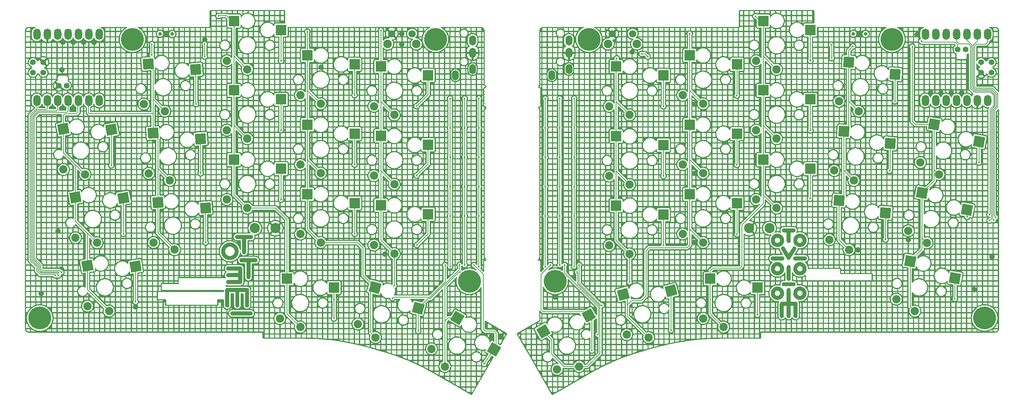
<source format=gbl>
G04 #@! TF.GenerationSoftware,KiCad,Pcbnew,9.0.3*
G04 #@! TF.CreationDate,2025-07-20T15:55:04+08:00*
G04 #@! TF.ProjectId,totem_0_3,746f7465-6d5f-4305-9f33-2e6b69636164,0.3*
G04 #@! TF.SameCoordinates,Original*
G04 #@! TF.FileFunction,Copper,L2,Bot*
G04 #@! TF.FilePolarity,Positive*
%FSLAX46Y46*%
G04 Gerber Fmt 4.6, Leading zero omitted, Abs format (unit mm)*
G04 Created by KiCad (PCBNEW 9.0.3) date 2025-07-20 15:55:04*
%MOMM*%
%LPD*%
G01*
G04 APERTURE LIST*
G04 Aperture macros list*
%AMRotRect*
0 Rectangle, with rotation*
0 The origin of the aperture is its center*
0 $1 length*
0 $2 width*
0 $3 Rotation angle, in degrees counterclockwise*
0 Add horizontal line*
21,1,$1,$2,0,0,$3*%
G04 Aperture macros list end*
G04 #@! TA.AperFunction,NonConductor*
%ADD10C,0.000000*%
G04 #@! TD*
G04 #@! TA.AperFunction,ComponentPad*
%ADD11C,5.600000*%
G04 #@! TD*
G04 #@! TA.AperFunction,ComponentPad*
%ADD12C,2.032000*%
G04 #@! TD*
G04 #@! TA.AperFunction,SMDPad,CuDef*
%ADD13RotRect,2.600000X2.600000X4.000000*%
G04 #@! TD*
G04 #@! TA.AperFunction,SMDPad,CuDef*
%ADD14RotRect,2.600000X2.600000X15.000000*%
G04 #@! TD*
G04 #@! TA.AperFunction,SMDPad,CuDef*
%ADD15RotRect,2.600000X2.600000X10.000000*%
G04 #@! TD*
G04 #@! TA.AperFunction,ComponentPad*
%ADD16C,1.800000*%
G04 #@! TD*
G04 #@! TA.AperFunction,ComponentPad*
%ADD17C,2.100000*%
G04 #@! TD*
G04 #@! TA.AperFunction,ComponentPad*
%ADD18O,1.800000X2.750000*%
G04 #@! TD*
G04 #@! TA.AperFunction,ComponentPad*
%ADD19C,1.397000*%
G04 #@! TD*
G04 #@! TA.AperFunction,SMDPad,CuDef*
%ADD20RotRect,2.600000X2.600000X345.000000*%
G04 #@! TD*
G04 #@! TA.AperFunction,SMDPad,CuDef*
%ADD21R,2.600000X2.600000*%
G04 #@! TD*
G04 #@! TA.AperFunction,SMDPad,CuDef*
%ADD22RotRect,2.600000X2.600000X350.000000*%
G04 #@! TD*
G04 #@! TA.AperFunction,SMDPad,CuDef*
%ADD23RotRect,2.600000X2.600000X356.000000*%
G04 #@! TD*
G04 #@! TA.AperFunction,ComponentPad*
%ADD24C,2.500000*%
G04 #@! TD*
G04 #@! TA.AperFunction,ComponentPad*
%ADD25O,1.700000X2.500000*%
G04 #@! TD*
G04 #@! TA.AperFunction,SMDPad,CuDef*
%ADD26RotRect,2.600000X2.600000X330.000000*%
G04 #@! TD*
G04 #@! TA.AperFunction,SMDPad,CuDef*
%ADD27RotRect,2.600000X2.600000X30.000000*%
G04 #@! TD*
G04 #@! TA.AperFunction,WasherPad*
%ADD28C,0.900000*%
G04 #@! TD*
G04 #@! TA.AperFunction,ViaPad*
%ADD29C,0.450000*%
G04 #@! TD*
G04 #@! TA.AperFunction,Conductor*
%ADD30C,0.200000*%
G04 #@! TD*
G04 APERTURE END LIST*
D10*
G04 #@! TA.AperFunction,NonConductor*
G36*
X216176205Y-105911478D02*
G01*
X216201801Y-105913396D01*
X216227005Y-105916556D01*
X216251787Y-105920927D01*
X216276118Y-105926479D01*
X216299965Y-105933182D01*
X216323301Y-105941004D01*
X216346093Y-105949917D01*
X216368311Y-105959889D01*
X216389925Y-105970890D01*
X216410905Y-105982890D01*
X216431221Y-105995858D01*
X216450841Y-106009764D01*
X216469737Y-106024578D01*
X216487876Y-106040269D01*
X216505229Y-106056807D01*
X216521766Y-106074162D01*
X216537456Y-106092302D01*
X216552269Y-106111199D01*
X216566174Y-106130821D01*
X216579141Y-106151138D01*
X216591141Y-106172120D01*
X216602141Y-106193737D01*
X216612112Y-106215957D01*
X216621024Y-106238751D01*
X216628846Y-106262088D01*
X216635549Y-106285939D01*
X216641100Y-106310271D01*
X216645471Y-106335056D01*
X216648631Y-106360263D01*
X216650549Y-106385862D01*
X216651195Y-106411821D01*
X216650539Y-106437781D01*
X216648592Y-106463379D01*
X216645387Y-106488586D01*
X216640956Y-106513371D01*
X216635331Y-106537704D01*
X216628545Y-106561554D01*
X216620629Y-106584891D01*
X216611617Y-106607685D01*
X216601540Y-106629906D01*
X216590431Y-106651522D01*
X216578321Y-106672504D01*
X216565245Y-106692821D01*
X216551233Y-106712443D01*
X216536318Y-106731340D01*
X216520532Y-106749481D01*
X216503907Y-106766835D01*
X216486477Y-106783373D01*
X216468273Y-106799064D01*
X216449327Y-106813878D01*
X216429672Y-106827784D01*
X216409340Y-106840752D01*
X216388363Y-106852752D01*
X216366774Y-106863753D01*
X216344605Y-106873725D01*
X216321889Y-106882638D01*
X216298657Y-106890460D01*
X216274941Y-106897163D01*
X216250775Y-106902715D01*
X216226191Y-106907086D01*
X216201220Y-106910245D01*
X216175895Y-106912164D01*
X216150249Y-106912810D01*
X213786601Y-106912810D01*
X213760645Y-106912164D01*
X213735049Y-106910245D01*
X213709845Y-106907086D01*
X213685063Y-106902715D01*
X213660733Y-106897163D01*
X213636885Y-106890460D01*
X213613549Y-106882638D01*
X213590758Y-106873725D01*
X213568539Y-106863753D01*
X213546925Y-106852752D01*
X213525945Y-106840752D01*
X213505629Y-106827784D01*
X213486009Y-106813878D01*
X213467114Y-106799064D01*
X213448974Y-106783373D01*
X213431621Y-106766835D01*
X213415084Y-106749481D01*
X213399394Y-106731340D01*
X213384581Y-106712443D01*
X213370676Y-106692821D01*
X213357709Y-106672504D01*
X213345710Y-106651522D01*
X213334709Y-106629906D01*
X213324738Y-106607685D01*
X213315826Y-106584891D01*
X213308004Y-106561554D01*
X213301301Y-106537704D01*
X213295750Y-106513371D01*
X213291379Y-106488586D01*
X213288219Y-106463379D01*
X213286301Y-106437781D01*
X213285655Y-106411821D01*
X213286311Y-106385862D01*
X213288258Y-106360263D01*
X213291463Y-106335056D01*
X213295894Y-106310271D01*
X213301519Y-106285939D01*
X213308306Y-106262088D01*
X213316221Y-106238751D01*
X213325233Y-106215957D01*
X213335310Y-106193737D01*
X213346419Y-106172120D01*
X213358529Y-106151138D01*
X213371605Y-106130821D01*
X213385617Y-106111199D01*
X213400532Y-106092302D01*
X213416318Y-106074162D01*
X213432943Y-106056807D01*
X213450373Y-106040269D01*
X213468577Y-106024578D01*
X213487523Y-106009764D01*
X213507178Y-105995858D01*
X213527510Y-105982890D01*
X213548487Y-105970890D01*
X213570076Y-105959889D01*
X213592245Y-105949917D01*
X213614961Y-105941004D01*
X213638194Y-105933182D01*
X213661909Y-105926479D01*
X213686075Y-105920927D01*
X213710659Y-105916556D01*
X213735630Y-105913396D01*
X213760955Y-105911478D01*
X213786601Y-105910832D01*
X216150249Y-105910832D01*
X216176205Y-105911478D01*
G37*
G04 #@! TD.AperFunction*
G04 #@! TA.AperFunction,NonConductor*
G36*
X220552427Y-100317415D02*
G01*
X220635485Y-100323744D01*
X220717345Y-100334166D01*
X220797903Y-100348578D01*
X220877055Y-100366877D01*
X220954698Y-100388958D01*
X221030728Y-100414720D01*
X221105043Y-100444057D01*
X221177539Y-100476868D01*
X221248112Y-100513048D01*
X221316660Y-100552494D01*
X221383078Y-100595104D01*
X221447264Y-100640772D01*
X221509115Y-100689397D01*
X221568526Y-100740875D01*
X221625394Y-100795102D01*
X221679617Y-100851975D01*
X221731090Y-100911391D01*
X221779711Y-100973247D01*
X221825376Y-101037438D01*
X221867982Y-101103862D01*
X221907425Y-101172415D01*
X221943602Y-101242994D01*
X221976410Y-101315495D01*
X222005745Y-101389816D01*
X222031504Y-101465853D01*
X222053584Y-101543501D01*
X222071881Y-101622660D01*
X222086292Y-101703223D01*
X222096713Y-101785089D01*
X222103042Y-101868155D01*
X222105174Y-101952315D01*
X222103042Y-102036476D01*
X222096713Y-102119541D01*
X222086292Y-102201407D01*
X222071881Y-102281971D01*
X222053584Y-102361129D01*
X222031504Y-102438778D01*
X222005745Y-102514815D01*
X221976410Y-102589135D01*
X221943602Y-102661637D01*
X221907425Y-102732216D01*
X221867982Y-102800769D01*
X221825376Y-102867193D01*
X221779711Y-102931384D01*
X221731090Y-102993239D01*
X221679617Y-103052655D01*
X221625394Y-103109529D01*
X221568526Y-103163756D01*
X221509115Y-103215233D01*
X221447264Y-103263858D01*
X221383078Y-103309527D01*
X221316660Y-103352136D01*
X221248112Y-103391583D01*
X221177539Y-103427763D01*
X221105043Y-103460573D01*
X221030728Y-103489911D01*
X220954698Y-103515672D01*
X220877055Y-103537754D01*
X220797903Y-103556052D01*
X220717345Y-103570464D01*
X220635485Y-103580887D01*
X220552427Y-103587216D01*
X220468272Y-103589349D01*
X220384118Y-103587216D01*
X220301059Y-103580887D01*
X220219200Y-103570464D01*
X220138642Y-103556052D01*
X220059490Y-103537754D01*
X219981847Y-103515672D01*
X219905817Y-103489911D01*
X219831502Y-103460573D01*
X219759006Y-103427763D01*
X219688433Y-103391583D01*
X219619885Y-103352136D01*
X219553467Y-103309527D01*
X219489281Y-103263858D01*
X219427430Y-103215233D01*
X219368019Y-103163756D01*
X219311151Y-103109529D01*
X219256928Y-103052655D01*
X219205455Y-102993239D01*
X219156834Y-102931384D01*
X219111169Y-102867193D01*
X219068563Y-102800769D01*
X219029120Y-102732216D01*
X218992943Y-102661637D01*
X218960135Y-102589135D01*
X218930800Y-102514815D01*
X218905041Y-102438778D01*
X218882961Y-102361129D01*
X218864664Y-102281971D01*
X218850253Y-102201407D01*
X218839832Y-102119541D01*
X218833503Y-102036476D01*
X218831371Y-101952315D01*
X219829738Y-101952315D01*
X219830568Y-101985188D01*
X219833033Y-102017628D01*
X219837092Y-102049595D01*
X219842705Y-102081049D01*
X219849833Y-102111950D01*
X219858434Y-102142259D01*
X219868469Y-102171933D01*
X219879899Y-102200935D01*
X219892682Y-102229224D01*
X219906779Y-102256759D01*
X219922150Y-102283502D01*
X219938755Y-102309410D01*
X219956554Y-102334446D01*
X219975506Y-102358568D01*
X219995572Y-102381736D01*
X220016711Y-102403911D01*
X220038885Y-102425052D01*
X220062051Y-102445119D01*
X220086171Y-102464073D01*
X220111204Y-102481873D01*
X220137111Y-102498479D01*
X220163851Y-102513852D01*
X220191384Y-102527950D01*
X220219671Y-102540734D01*
X220248671Y-102552165D01*
X220278343Y-102562201D01*
X220308649Y-102570803D01*
X220339548Y-102577931D01*
X220371000Y-102583545D01*
X220402965Y-102587604D01*
X220435402Y-102590069D01*
X220468272Y-102590899D01*
X220501133Y-102590069D01*
X220533541Y-102587604D01*
X220565458Y-102583545D01*
X220596845Y-102577931D01*
X220627663Y-102570803D01*
X220657875Y-102562201D01*
X220687440Y-102552165D01*
X220716321Y-102540734D01*
X220744478Y-102527950D01*
X220771873Y-102513852D01*
X220798466Y-102498479D01*
X220824220Y-102481873D01*
X220849096Y-102464073D01*
X220873054Y-102445119D01*
X220896056Y-102425052D01*
X220918063Y-102403911D01*
X220939037Y-102381736D01*
X220958939Y-102358567D01*
X220977729Y-102334446D01*
X220995370Y-102309410D01*
X221011822Y-102283502D01*
X221027047Y-102256759D01*
X221041005Y-102229224D01*
X221053659Y-102200935D01*
X221064970Y-102171933D01*
X221074898Y-102142259D01*
X221083405Y-102111950D01*
X221090452Y-102081049D01*
X221096000Y-102049595D01*
X221100011Y-102017628D01*
X221102447Y-101985188D01*
X221103267Y-101952315D01*
X221102437Y-101919453D01*
X221099973Y-101887042D01*
X221095916Y-101855123D01*
X221090306Y-101823733D01*
X221083186Y-101792912D01*
X221074594Y-101762698D01*
X221064573Y-101733130D01*
X221053161Y-101704247D01*
X221040401Y-101676087D01*
X221026334Y-101648690D01*
X221010998Y-101622093D01*
X220994436Y-101596337D01*
X220976688Y-101571459D01*
X220957795Y-101547498D01*
X220937797Y-101524494D01*
X220916736Y-101502484D01*
X220894651Y-101481508D01*
X220871584Y-101461604D01*
X220847575Y-101442812D01*
X220822665Y-101425169D01*
X220796894Y-101408715D01*
X220770304Y-101393489D01*
X220742935Y-101379528D01*
X220714827Y-101366873D01*
X220686022Y-101355561D01*
X220656560Y-101345632D01*
X220626482Y-101337124D01*
X220595828Y-101330076D01*
X220564640Y-101324527D01*
X220532957Y-101320515D01*
X220500821Y-101318080D01*
X220468272Y-101317259D01*
X220435714Y-101318090D01*
X220403548Y-101320554D01*
X220371818Y-101324611D01*
X220340564Y-101330221D01*
X220309831Y-101337342D01*
X220279658Y-101345934D01*
X220250089Y-101355957D01*
X220221164Y-101367369D01*
X220192928Y-101380130D01*
X220165420Y-101394199D01*
X220138683Y-101409536D01*
X220112760Y-101426099D01*
X220087692Y-101443849D01*
X220063521Y-101462744D01*
X220040289Y-101482743D01*
X220018039Y-101503807D01*
X219996812Y-101525894D01*
X219976649Y-101548963D01*
X219957594Y-101572974D01*
X219939689Y-101597887D01*
X219922974Y-101623660D01*
X219907492Y-101650253D01*
X219893286Y-101677625D01*
X219880397Y-101705735D01*
X219868866Y-101734543D01*
X219858737Y-101764008D01*
X219850051Y-101794089D01*
X219842851Y-101824746D01*
X219837177Y-101855938D01*
X219833072Y-101887624D01*
X219830578Y-101919763D01*
X219829738Y-101952315D01*
X218831371Y-101952315D01*
X218833503Y-101868155D01*
X218839832Y-101785089D01*
X218850253Y-101703223D01*
X218864664Y-101622660D01*
X218882961Y-101543501D01*
X218905041Y-101465853D01*
X218930800Y-101389816D01*
X218960135Y-101315495D01*
X218992943Y-101242994D01*
X219029120Y-101172415D01*
X219068563Y-101103862D01*
X219111169Y-101037438D01*
X219156834Y-100973247D01*
X219205455Y-100911391D01*
X219256928Y-100851975D01*
X219311151Y-100795102D01*
X219368019Y-100740875D01*
X219427430Y-100689397D01*
X219489281Y-100640772D01*
X219553467Y-100595104D01*
X219619885Y-100552494D01*
X219688433Y-100513048D01*
X219759006Y-100476868D01*
X219831502Y-100444057D01*
X219905817Y-100414720D01*
X219981847Y-100388958D01*
X220059490Y-100366877D01*
X220138642Y-100348578D01*
X220219200Y-100334166D01*
X220301059Y-100323744D01*
X220384118Y-100317415D01*
X220468272Y-100315282D01*
X220552427Y-100317415D01*
G37*
G04 #@! TD.AperFunction*
G04 #@! TA.AperFunction,NonConductor*
G36*
X85075896Y-113645060D02*
G01*
X85101492Y-113647007D01*
X85126697Y-113650212D01*
X85151480Y-113654644D01*
X85175811Y-113660269D01*
X85199659Y-113667056D01*
X85222995Y-113674972D01*
X85245787Y-113683985D01*
X85268006Y-113694062D01*
X85289620Y-113705172D01*
X85310600Y-113717282D01*
X85330916Y-113730360D01*
X85350536Y-113744373D01*
X85369432Y-113759289D01*
X85387571Y-113775076D01*
X85404924Y-113791701D01*
X85421461Y-113809133D01*
X85437151Y-113827339D01*
X85451963Y-113846286D01*
X85465868Y-113865943D01*
X85478835Y-113886276D01*
X85490834Y-113907255D01*
X85501834Y-113928846D01*
X85511806Y-113951017D01*
X85520717Y-113973735D01*
X85528539Y-113996970D01*
X85535241Y-114020687D01*
X85540793Y-114044855D01*
X85545163Y-114069442D01*
X85548323Y-114094416D01*
X85550241Y-114119743D01*
X85550887Y-114145392D01*
X85550887Y-117902807D01*
X85550241Y-117928766D01*
X85548323Y-117954365D01*
X85545163Y-117979571D01*
X85540793Y-118004356D01*
X85535241Y-118028689D01*
X85528539Y-118052539D01*
X85520717Y-118075876D01*
X85511806Y-118098670D01*
X85501834Y-118120890D01*
X85490834Y-118142507D01*
X85478835Y-118163489D01*
X85465868Y-118183806D01*
X85451963Y-118203428D01*
X85437151Y-118222325D01*
X85421461Y-118240465D01*
X85404924Y-118257820D01*
X85387571Y-118274358D01*
X85369432Y-118290049D01*
X85350536Y-118304863D01*
X85330916Y-118318769D01*
X85310600Y-118331737D01*
X85289620Y-118343737D01*
X85268006Y-118354738D01*
X85245787Y-118364710D01*
X85222995Y-118373623D01*
X85199659Y-118381445D01*
X85175811Y-118388148D01*
X85151480Y-118393700D01*
X85126697Y-118398071D01*
X85101492Y-118401231D01*
X85075896Y-118403149D01*
X85049938Y-118403795D01*
X85023981Y-118403139D01*
X84998385Y-118401192D01*
X84973180Y-118397987D01*
X84948397Y-118393555D01*
X84924066Y-118387930D01*
X84900218Y-118381143D01*
X84876882Y-118373227D01*
X84854090Y-118364214D01*
X84831871Y-118354137D01*
X84810257Y-118343027D01*
X84789277Y-118330917D01*
X84768961Y-118317839D01*
X84749340Y-118303826D01*
X84730445Y-118288910D01*
X84712306Y-118273123D01*
X84694953Y-118256497D01*
X84678416Y-118239066D01*
X84662726Y-118220860D01*
X84647914Y-118201913D01*
X84634009Y-118182256D01*
X84621042Y-118161922D01*
X84609043Y-118140944D01*
X84598043Y-118119353D01*
X84588071Y-118097182D01*
X84579160Y-118074464D01*
X84571338Y-118051229D01*
X84564636Y-118027512D01*
X84559084Y-118003344D01*
X84554714Y-117978757D01*
X84551554Y-117953783D01*
X84549636Y-117928456D01*
X84548990Y-117902807D01*
X84548990Y-114646380D01*
X83190785Y-114646380D01*
X83190785Y-117902807D01*
X83190139Y-117928766D01*
X83188221Y-117954365D01*
X83185062Y-117979571D01*
X83180691Y-118004356D01*
X83175139Y-118028689D01*
X83168437Y-118052539D01*
X83160615Y-118075876D01*
X83151704Y-118098670D01*
X83141732Y-118120890D01*
X83130732Y-118142507D01*
X83118733Y-118163489D01*
X83105766Y-118183806D01*
X83091861Y-118203428D01*
X83077049Y-118222325D01*
X83061359Y-118240465D01*
X83044822Y-118257820D01*
X83027469Y-118274358D01*
X83009330Y-118290049D01*
X82990434Y-118304863D01*
X82970814Y-118318769D01*
X82950498Y-118331737D01*
X82929518Y-118343737D01*
X82907904Y-118354738D01*
X82885685Y-118364710D01*
X82862893Y-118373623D01*
X82839557Y-118381445D01*
X82815709Y-118388148D01*
X82791378Y-118393700D01*
X82766595Y-118398071D01*
X82741390Y-118401231D01*
X82715794Y-118403149D01*
X82689837Y-118403795D01*
X82663879Y-118403139D01*
X82638283Y-118401192D01*
X82613078Y-118397987D01*
X82588295Y-118393555D01*
X82563964Y-118387930D01*
X82540116Y-118381143D01*
X82516780Y-118373227D01*
X82493988Y-118364214D01*
X82471770Y-118354137D01*
X82450155Y-118343027D01*
X82429175Y-118330917D01*
X82408859Y-118317839D01*
X82389239Y-118303826D01*
X82370344Y-118288910D01*
X82352204Y-118273123D01*
X82334851Y-118256497D01*
X82318314Y-118239066D01*
X82302625Y-118220860D01*
X82287812Y-118201913D01*
X82273907Y-118182256D01*
X82260940Y-118161922D01*
X82248941Y-118140944D01*
X82237941Y-118119353D01*
X82227970Y-118097182D01*
X82219058Y-118074464D01*
X82211236Y-118051229D01*
X82204534Y-118027512D01*
X82198983Y-118003344D01*
X82194612Y-117978757D01*
X82191452Y-117953783D01*
X82189534Y-117928456D01*
X82188888Y-117902807D01*
X82188888Y-114646381D01*
X80710738Y-114646381D01*
X80710738Y-117902807D01*
X80710092Y-117928767D01*
X80708174Y-117954365D01*
X80705014Y-117979572D01*
X80700643Y-118004357D01*
X80695092Y-118028690D01*
X80688390Y-118052540D01*
X80680568Y-118075877D01*
X80671656Y-118098671D01*
X80661685Y-118120891D01*
X80650685Y-118142508D01*
X80638686Y-118163490D01*
X80625719Y-118183807D01*
X80611814Y-118203429D01*
X80597001Y-118222325D01*
X80581312Y-118240466D01*
X80564775Y-118257821D01*
X80547422Y-118274359D01*
X80529282Y-118290050D01*
X80510387Y-118304863D01*
X80490767Y-118318770D01*
X80470451Y-118331738D01*
X80449471Y-118343738D01*
X80427856Y-118354739D01*
X80405638Y-118364711D01*
X80382845Y-118373623D01*
X80359510Y-118381446D01*
X80335662Y-118388148D01*
X80311331Y-118393700D01*
X80286548Y-118398071D01*
X80261343Y-118401231D01*
X80235747Y-118403149D01*
X80209789Y-118403795D01*
X80183832Y-118403139D01*
X80158236Y-118401192D01*
X80133031Y-118397987D01*
X80108248Y-118393555D01*
X80083917Y-118387930D01*
X80060069Y-118381143D01*
X80036733Y-118373227D01*
X80013941Y-118364214D01*
X79991722Y-118354137D01*
X79970108Y-118343027D01*
X79949128Y-118330917D01*
X79928812Y-118317839D01*
X79909192Y-118303826D01*
X79890296Y-118288910D01*
X79872157Y-118273123D01*
X79854804Y-118256497D01*
X79838267Y-118239066D01*
X79822577Y-118220860D01*
X79807765Y-118201913D01*
X79793860Y-118182256D01*
X79780893Y-118161922D01*
X79768894Y-118140944D01*
X79757894Y-118119353D01*
X79747922Y-118097182D01*
X79739011Y-118074464D01*
X79731189Y-118051229D01*
X79724487Y-118027512D01*
X79718935Y-118003344D01*
X79714565Y-117978757D01*
X79711405Y-117953783D01*
X79709487Y-117928456D01*
X79708841Y-117902807D01*
X79708841Y-114646380D01*
X79708841Y-114145392D01*
X79709497Y-114119433D01*
X79711444Y-114093835D01*
X79714649Y-114068628D01*
X79719080Y-114043843D01*
X79724705Y-114019510D01*
X79731491Y-113995660D01*
X79739406Y-113972323D01*
X79748419Y-113949529D01*
X79758495Y-113927308D01*
X79769604Y-113905692D01*
X79781713Y-113884710D01*
X79794790Y-113864393D01*
X79808802Y-113844771D01*
X79823717Y-113825874D01*
X79839503Y-113807734D01*
X79856127Y-113790379D01*
X79873557Y-113773841D01*
X79891761Y-113758150D01*
X79910707Y-113743336D01*
X79930362Y-113729430D01*
X79950694Y-113716462D01*
X79971671Y-113704462D01*
X79993260Y-113693461D01*
X80015429Y-113683489D01*
X80038146Y-113674576D01*
X80061379Y-113666754D01*
X80085094Y-113660051D01*
X80109261Y-113654499D01*
X80133846Y-113650128D01*
X80158817Y-113646968D01*
X80184142Y-113645050D01*
X80209789Y-113644404D01*
X85049938Y-113644404D01*
X85075896Y-113645060D01*
G37*
G04 #@! TD.AperFunction*
G04 #@! TA.AperFunction,NonConductor*
G36*
X220548902Y-113283144D02*
G01*
X220631961Y-113289473D01*
X220713821Y-113299896D01*
X220794378Y-113314308D01*
X220873530Y-113332606D01*
X220951173Y-113354688D01*
X221027203Y-113380449D01*
X221101518Y-113409787D01*
X221174014Y-113442597D01*
X221244587Y-113478777D01*
X221313135Y-113518224D01*
X221379553Y-113560833D01*
X221443740Y-113606502D01*
X221505590Y-113655127D01*
X221565001Y-113706604D01*
X221621869Y-113760832D01*
X221676092Y-113817705D01*
X221727565Y-113877121D01*
X221776186Y-113938976D01*
X221821851Y-114003167D01*
X221864457Y-114069591D01*
X221903900Y-114138144D01*
X221940077Y-114208723D01*
X221972885Y-114281224D01*
X222002220Y-114355545D01*
X222027979Y-114431582D01*
X222050059Y-114509230D01*
X222068356Y-114588388D01*
X222082767Y-114668952D01*
X222093188Y-114750818D01*
X222099517Y-114833883D01*
X222101650Y-114918044D01*
X222099517Y-115002205D01*
X222093188Y-115085270D01*
X222082767Y-115167136D01*
X222068356Y-115247700D01*
X222050059Y-115326858D01*
X222027979Y-115404507D01*
X222002220Y-115480544D01*
X221972885Y-115554864D01*
X221940077Y-115627366D01*
X221903900Y-115697945D01*
X221864457Y-115766498D01*
X221821851Y-115832922D01*
X221776186Y-115897113D01*
X221727565Y-115958969D01*
X221676092Y-116018385D01*
X221621869Y-116075258D01*
X221565001Y-116129485D01*
X221505590Y-116180963D01*
X221443740Y-116229588D01*
X221379553Y-116275257D01*
X221313135Y-116317866D01*
X221244587Y-116357312D01*
X221174014Y-116393493D01*
X221101518Y-116426303D01*
X221027203Y-116455641D01*
X220951173Y-116481402D01*
X220873530Y-116503484D01*
X220794378Y-116521782D01*
X220713821Y-116536194D01*
X220631961Y-116546616D01*
X220548902Y-116552946D01*
X220464748Y-116555078D01*
X220380592Y-116552946D01*
X220297532Y-116546616D01*
X220215671Y-116536194D01*
X220135112Y-116521782D01*
X220055959Y-116503483D01*
X219978315Y-116481402D01*
X219902284Y-116455640D01*
X219827968Y-116426303D01*
X219755472Y-116393492D01*
X219684898Y-116357312D01*
X219616349Y-116317865D01*
X219549930Y-116275256D01*
X219485744Y-116229587D01*
X219423893Y-116180962D01*
X219364482Y-116129484D01*
X219307613Y-116075257D01*
X219253390Y-116018384D01*
X219201916Y-115958968D01*
X219153295Y-115897113D01*
X219107630Y-115832921D01*
X219065024Y-115766497D01*
X219025580Y-115697944D01*
X218989403Y-115627365D01*
X218956595Y-115554864D01*
X218927260Y-115480543D01*
X218901501Y-115404507D01*
X218879421Y-115326857D01*
X218861124Y-115247699D01*
X218846713Y-115167136D01*
X218836292Y-115085270D01*
X218829963Y-115002205D01*
X218827831Y-114918044D01*
X219829753Y-114918044D01*
X219830584Y-114950606D01*
X219833048Y-114982775D01*
X219837107Y-115014509D01*
X219842721Y-115045765D01*
X219849848Y-115076501D01*
X219858449Y-115106677D01*
X219868485Y-115136249D01*
X219879914Y-115165175D01*
X219892697Y-115193415D01*
X219906795Y-115220925D01*
X219922166Y-115247663D01*
X219938771Y-115273589D01*
X219956569Y-115298659D01*
X219975521Y-115322831D01*
X219995587Y-115346065D01*
X220016727Y-115368317D01*
X220038900Y-115389545D01*
X220062066Y-115409709D01*
X220086186Y-115428765D01*
X220111220Y-115446672D01*
X220137126Y-115463388D01*
X220163866Y-115478870D01*
X220191400Y-115493078D01*
X220219686Y-115505968D01*
X220248686Y-115517498D01*
X220278359Y-115527628D01*
X220308664Y-115536314D01*
X220339563Y-115543516D01*
X220371015Y-115549190D01*
X220402980Y-115553295D01*
X220435417Y-115555788D01*
X220468288Y-115556629D01*
X220501147Y-115555798D01*
X220533553Y-115553333D01*
X220565469Y-115549274D01*
X220596856Y-115543661D01*
X220627674Y-115536533D01*
X220657884Y-115527930D01*
X220687449Y-115517894D01*
X220716330Y-115506464D01*
X220744487Y-115493679D01*
X220771881Y-115479581D01*
X220798475Y-115464209D01*
X220824229Y-115447603D01*
X220849104Y-115429802D01*
X220873063Y-115410849D01*
X220896065Y-115390781D01*
X220918073Y-115369640D01*
X220939047Y-115347465D01*
X220958949Y-115324297D01*
X220977740Y-115300175D01*
X220995381Y-115275139D01*
X221011834Y-115249230D01*
X221027059Y-115222488D01*
X221041018Y-115194953D01*
X221053672Y-115166664D01*
X221064983Y-115137662D01*
X221074912Y-115107987D01*
X221083419Y-115077679D01*
X221090466Y-115046778D01*
X221096015Y-115015324D01*
X221100026Y-114983357D01*
X221102462Y-114950917D01*
X221103282Y-114918044D01*
X221102452Y-114885181D01*
X221099988Y-114852771D01*
X221095931Y-114820851D01*
X221090322Y-114789462D01*
X221083201Y-114758640D01*
X221074610Y-114728426D01*
X221064588Y-114698858D01*
X221053177Y-114669975D01*
X221040417Y-114641816D01*
X221026349Y-114614418D01*
X221011014Y-114587822D01*
X220994452Y-114562065D01*
X220976704Y-114537187D01*
X220957810Y-114513227D01*
X220937813Y-114490222D01*
X220916751Y-114468213D01*
X220894666Y-114447237D01*
X220871599Y-114427333D01*
X220847590Y-114408541D01*
X220822680Y-114390898D01*
X220796909Y-114374444D01*
X220770319Y-114359218D01*
X220742950Y-114345257D01*
X220714843Y-114332602D01*
X220686037Y-114321290D01*
X220656576Y-114311361D01*
X220626497Y-114302853D01*
X220595844Y-114295805D01*
X220564655Y-114290256D01*
X220532973Y-114286244D01*
X220500836Y-114283809D01*
X220468288Y-114282988D01*
X220435727Y-114283819D01*
X220403561Y-114286283D01*
X220371829Y-114290340D01*
X220340575Y-114295950D01*
X220309841Y-114303071D01*
X220279668Y-114311664D01*
X220250098Y-114321686D01*
X220221173Y-114333098D01*
X220192936Y-114345859D01*
X220165428Y-114359929D01*
X220138692Y-114375265D01*
X220112769Y-114391829D01*
X220087701Y-114409578D01*
X220063530Y-114428473D01*
X220040299Y-114448473D01*
X220018049Y-114469536D01*
X219996822Y-114491623D01*
X219976660Y-114514693D01*
X219957605Y-114538704D01*
X219939700Y-114563616D01*
X219922986Y-114589389D01*
X219907505Y-114615982D01*
X219893299Y-114643354D01*
X219880410Y-114671464D01*
X219868880Y-114700272D01*
X219858751Y-114729737D01*
X219850066Y-114759818D01*
X219842865Y-114790475D01*
X219837192Y-114821667D01*
X219833087Y-114853352D01*
X219830594Y-114885492D01*
X219829753Y-114918044D01*
X218827831Y-114918044D01*
X218829963Y-114833883D01*
X218836292Y-114750818D01*
X218846713Y-114668952D01*
X218861124Y-114588388D01*
X218879421Y-114509230D01*
X218901501Y-114431582D01*
X218927260Y-114355545D01*
X218956595Y-114281224D01*
X218989403Y-114208723D01*
X219025580Y-114138144D01*
X219065024Y-114069591D01*
X219107630Y-114003167D01*
X219153295Y-113938976D01*
X219201916Y-113877121D01*
X219253390Y-113817705D01*
X219307613Y-113760832D01*
X219364482Y-113706604D01*
X219423893Y-113655127D01*
X219485744Y-113606502D01*
X219549930Y-113560833D01*
X219616349Y-113518224D01*
X219684898Y-113478777D01*
X219755472Y-113442597D01*
X219827968Y-113409787D01*
X219902284Y-113380449D01*
X219978315Y-113354688D01*
X220055959Y-113332606D01*
X220135112Y-113314308D01*
X220215671Y-113299896D01*
X220297532Y-113289473D01*
X220380592Y-113283144D01*
X220464748Y-113281011D01*
X220548902Y-113283144D01*
G37*
G04 #@! TD.AperFunction*
G04 #@! TA.AperFunction,NonConductor*
G36*
X220548902Y-107281862D02*
G01*
X220631961Y-107288192D01*
X220713821Y-107298614D01*
X220794378Y-107313026D01*
X220873530Y-107331325D01*
X220951173Y-107353406D01*
X221027203Y-107379167D01*
X221101518Y-107408505D01*
X221174014Y-107441316D01*
X221244587Y-107477496D01*
X221313135Y-107516942D01*
X221379553Y-107559551D01*
X221443740Y-107605220D01*
X221505590Y-107653845D01*
X221565001Y-107705323D01*
X221621869Y-107759550D01*
X221676092Y-107816423D01*
X221727565Y-107875839D01*
X221776186Y-107937694D01*
X221821851Y-108001886D01*
X221864457Y-108068309D01*
X221903900Y-108136863D01*
X221940077Y-108207442D01*
X221972885Y-108279943D01*
X222002220Y-108354264D01*
X222027979Y-108430300D01*
X222050059Y-108507949D01*
X222068356Y-108587107D01*
X222082767Y-108667671D01*
X222093188Y-108749537D01*
X222099517Y-108832602D01*
X222101650Y-108916763D01*
X222099517Y-109000924D01*
X222093188Y-109083989D01*
X222082767Y-109165855D01*
X222068356Y-109246419D01*
X222050059Y-109325577D01*
X222027979Y-109403226D01*
X222002220Y-109479262D01*
X221972885Y-109553583D01*
X221940077Y-109626085D01*
X221903900Y-109696664D01*
X221864457Y-109765217D01*
X221821851Y-109831641D01*
X221776186Y-109895832D01*
X221727565Y-109957687D01*
X221676092Y-110017103D01*
X221621869Y-110073976D01*
X221565001Y-110128203D01*
X221505590Y-110179681D01*
X221443740Y-110228306D01*
X221379553Y-110273975D01*
X221313135Y-110316584D01*
X221244587Y-110356031D01*
X221174014Y-110392211D01*
X221101518Y-110425021D01*
X221027203Y-110454359D01*
X220951173Y-110480120D01*
X220873530Y-110502202D01*
X220794378Y-110520500D01*
X220713821Y-110534912D01*
X220631961Y-110545335D01*
X220548902Y-110551664D01*
X220464748Y-110553797D01*
X220380592Y-110551664D01*
X220297532Y-110545335D01*
X220215671Y-110534912D01*
X220135112Y-110520500D01*
X220055959Y-110502202D01*
X219978315Y-110480120D01*
X219902284Y-110454359D01*
X219827968Y-110425021D01*
X219755472Y-110392211D01*
X219684898Y-110356031D01*
X219616349Y-110316584D01*
X219549930Y-110273975D01*
X219485744Y-110228306D01*
X219423893Y-110179681D01*
X219364482Y-110128203D01*
X219307613Y-110073976D01*
X219253390Y-110017103D01*
X219201916Y-109957687D01*
X219153295Y-109895832D01*
X219107630Y-109831641D01*
X219065024Y-109765217D01*
X219025580Y-109696664D01*
X218989403Y-109626085D01*
X218956595Y-109553583D01*
X218927260Y-109479262D01*
X218901501Y-109403226D01*
X218879421Y-109325577D01*
X218861124Y-109246419D01*
X218846713Y-109165855D01*
X218836292Y-109083989D01*
X218829963Y-109000924D01*
X218827831Y-108916763D01*
X219829753Y-108916763D01*
X219830584Y-108949626D01*
X219833048Y-108982036D01*
X219837107Y-109013956D01*
X219842721Y-109045346D01*
X219849848Y-109076167D01*
X219858449Y-109106381D01*
X219868485Y-109135949D01*
X219879914Y-109164832D01*
X219892697Y-109192992D01*
X219906795Y-109220389D01*
X219922166Y-109246986D01*
X219938771Y-109272742D01*
X219956569Y-109297620D01*
X219975521Y-109321581D01*
X219995587Y-109344585D01*
X220016727Y-109366595D01*
X220038900Y-109387571D01*
X220062066Y-109407474D01*
X220086186Y-109426267D01*
X220111220Y-109443910D01*
X220137126Y-109460364D01*
X220163866Y-109475590D01*
X220191400Y-109489550D01*
X220219686Y-109502206D01*
X220248686Y-109513518D01*
X220278359Y-109523447D01*
X220308664Y-109531955D01*
X220339563Y-109539003D01*
X220371015Y-109544552D01*
X220402980Y-109548564D01*
X220435417Y-109550999D01*
X220468288Y-109551820D01*
X220501147Y-109550989D01*
X220533553Y-109548525D01*
X220565469Y-109544468D01*
X220596856Y-109538858D01*
X220627674Y-109531737D01*
X220657884Y-109523144D01*
X220687449Y-109513122D01*
X220716330Y-109501710D01*
X220744487Y-109488949D01*
X220771881Y-109474880D01*
X220798475Y-109459543D01*
X220824229Y-109442980D01*
X220849104Y-109425230D01*
X220873063Y-109406335D01*
X220896065Y-109386335D01*
X220918073Y-109365272D01*
X220939047Y-109343185D01*
X220958949Y-109320116D01*
X220977740Y-109296104D01*
X220995381Y-109271192D01*
X221011834Y-109245419D01*
X221027059Y-109218826D01*
X221041018Y-109191454D01*
X221053672Y-109163344D01*
X221064983Y-109134536D01*
X221074912Y-109105071D01*
X221083419Y-109074989D01*
X221090466Y-109044333D01*
X221096015Y-109013141D01*
X221100026Y-108981455D01*
X221102462Y-108949315D01*
X221103282Y-108916763D01*
X221102452Y-108883890D01*
X221099988Y-108851450D01*
X221095931Y-108819483D01*
X221090322Y-108788029D01*
X221083201Y-108757128D01*
X221074610Y-108726820D01*
X221064588Y-108697145D01*
X221053177Y-108668143D01*
X221040417Y-108639854D01*
X221026349Y-108612319D01*
X221011014Y-108585577D01*
X220994452Y-108559668D01*
X220976704Y-108534633D01*
X220957810Y-108510511D01*
X220937813Y-108487343D01*
X220916751Y-108465168D01*
X220894666Y-108444026D01*
X220871599Y-108423959D01*
X220847590Y-108405005D01*
X220822680Y-108387205D01*
X220796909Y-108370599D01*
X220770319Y-108355227D01*
X220742950Y-108341128D01*
X220714843Y-108328344D01*
X220686037Y-108316914D01*
X220656576Y-108306877D01*
X220626497Y-108298275D01*
X220595844Y-108291147D01*
X220564655Y-108285534D01*
X220532973Y-108281475D01*
X220500836Y-108279009D01*
X220468288Y-108278179D01*
X220435727Y-108279009D01*
X220403561Y-108281475D01*
X220371829Y-108285534D01*
X220340575Y-108291147D01*
X220309841Y-108298275D01*
X220279668Y-108306877D01*
X220250098Y-108316914D01*
X220221173Y-108328344D01*
X220192936Y-108341128D01*
X220165428Y-108355227D01*
X220138692Y-108370599D01*
X220112769Y-108387205D01*
X220087701Y-108405005D01*
X220063530Y-108423959D01*
X220040299Y-108444026D01*
X220018049Y-108465168D01*
X219996822Y-108487343D01*
X219976660Y-108510511D01*
X219957605Y-108534633D01*
X219939700Y-108559668D01*
X219922986Y-108585577D01*
X219907505Y-108612319D01*
X219893299Y-108639854D01*
X219880410Y-108668143D01*
X219868880Y-108697145D01*
X219858751Y-108726820D01*
X219850066Y-108757128D01*
X219842865Y-108788029D01*
X219837192Y-108819483D01*
X219833087Y-108851450D01*
X219830594Y-108883890D01*
X219829753Y-108916763D01*
X218827831Y-108916763D01*
X218829963Y-108832602D01*
X218836292Y-108749537D01*
X218846713Y-108667671D01*
X218861124Y-108587107D01*
X218879421Y-108507949D01*
X218901501Y-108430300D01*
X218927260Y-108354264D01*
X218956595Y-108279943D01*
X218989403Y-108207442D01*
X219025580Y-108136863D01*
X219065024Y-108068309D01*
X219107630Y-108001886D01*
X219153295Y-107937694D01*
X219201916Y-107875839D01*
X219253390Y-107816423D01*
X219307613Y-107759550D01*
X219364482Y-107705323D01*
X219423893Y-107653845D01*
X219485744Y-107605220D01*
X219549930Y-107559551D01*
X219616349Y-107516942D01*
X219684898Y-107477496D01*
X219755472Y-107441316D01*
X219827968Y-107408505D01*
X219902284Y-107379167D01*
X219978315Y-107353406D01*
X220055959Y-107331325D01*
X220135112Y-107313026D01*
X220215671Y-107298614D01*
X220297532Y-107288192D01*
X220380592Y-107281862D01*
X220464748Y-107279730D01*
X220548902Y-107281862D01*
G37*
G04 #@! TD.AperFunction*
G04 #@! TA.AperFunction,NonConductor*
G36*
X217742551Y-108053038D02*
G01*
X217768146Y-108054985D01*
X217793350Y-108058191D01*
X217818133Y-108062622D01*
X217842463Y-108068247D01*
X217866311Y-108075034D01*
X217889646Y-108082950D01*
X217912438Y-108091963D01*
X217934656Y-108102041D01*
X217956270Y-108113151D01*
X217977251Y-108125261D01*
X217997566Y-108138338D01*
X218017187Y-108152351D01*
X218036082Y-108167267D01*
X218054221Y-108183054D01*
X218071575Y-108199680D01*
X218088111Y-108217112D01*
X218103801Y-108235317D01*
X218118614Y-108254265D01*
X218132519Y-108273921D01*
X218145487Y-108294255D01*
X218157486Y-108315234D01*
X218168486Y-108336824D01*
X218178458Y-108358995D01*
X218187370Y-108381714D01*
X218195192Y-108404948D01*
X218201894Y-108428666D01*
X218207445Y-108452834D01*
X218211816Y-108477421D01*
X218214976Y-108502395D01*
X218216894Y-108527722D01*
X218217540Y-108553371D01*
X218217540Y-111404068D01*
X218216884Y-111430027D01*
X218214937Y-111455625D01*
X218211732Y-111480832D01*
X218207301Y-111505617D01*
X218201676Y-111529950D01*
X218194890Y-111553800D01*
X218186974Y-111577137D01*
X218177962Y-111599931D01*
X218167885Y-111622152D01*
X218156776Y-111643768D01*
X218144667Y-111664750D01*
X218131590Y-111685067D01*
X218117578Y-111704689D01*
X218102663Y-111723586D01*
X218086877Y-111741727D01*
X218070253Y-111759081D01*
X218052822Y-111775619D01*
X218034618Y-111791310D01*
X218015672Y-111806124D01*
X217996017Y-111820030D01*
X217975685Y-111832998D01*
X217954709Y-111844998D01*
X217933120Y-111855999D01*
X217910951Y-111865971D01*
X217888234Y-111874884D01*
X217865002Y-111882706D01*
X217841287Y-111889409D01*
X217817121Y-111894961D01*
X217792536Y-111899332D01*
X217767565Y-111902492D01*
X217742240Y-111904410D01*
X217716594Y-111905056D01*
X217690636Y-111904400D01*
X217665039Y-111902453D01*
X217639834Y-111899248D01*
X217615050Y-111894816D01*
X217590719Y-111889191D01*
X217566870Y-111882404D01*
X217543534Y-111874488D01*
X217520741Y-111865475D01*
X217498522Y-111855397D01*
X217476907Y-111844288D01*
X217455926Y-111832178D01*
X217435610Y-111819100D01*
X217415989Y-111805087D01*
X217397094Y-111790171D01*
X217378954Y-111774384D01*
X217361600Y-111757758D01*
X217345063Y-111740326D01*
X217329373Y-111722121D01*
X217314560Y-111703173D01*
X217300654Y-111683517D01*
X217287687Y-111663183D01*
X217275687Y-111642205D01*
X217264687Y-111620614D01*
X217254715Y-111598443D01*
X217245803Y-111575724D01*
X217237981Y-111552490D01*
X217231279Y-111528773D01*
X217225727Y-111504604D01*
X217221356Y-111480017D01*
X217218197Y-111455044D01*
X217216279Y-111429717D01*
X217215633Y-111404068D01*
X217215633Y-108553371D01*
X217216279Y-108527412D01*
X217218197Y-108501813D01*
X217221356Y-108476606D01*
X217225727Y-108451821D01*
X217231279Y-108427488D01*
X217237981Y-108403638D01*
X217245803Y-108380301D01*
X217254715Y-108357507D01*
X217264687Y-108335286D01*
X217275687Y-108313670D01*
X217287687Y-108292688D01*
X217300654Y-108272371D01*
X217314560Y-108252749D01*
X217329373Y-108233852D01*
X217345063Y-108215711D01*
X217361600Y-108198357D01*
X217378954Y-108181819D01*
X217397094Y-108166128D01*
X217415989Y-108151314D01*
X217435610Y-108137408D01*
X217455926Y-108124440D01*
X217476907Y-108112440D01*
X217498522Y-108101439D01*
X217520741Y-108091467D01*
X217543534Y-108082554D01*
X217566870Y-108074732D01*
X217590719Y-108068029D01*
X217615050Y-108062477D01*
X217639834Y-108058106D01*
X217665039Y-108054947D01*
X217690636Y-108053028D01*
X217716594Y-108052382D01*
X217742551Y-108053038D01*
G37*
G04 #@! TD.AperFunction*
G04 #@! TA.AperFunction,NonConductor*
G36*
X83407243Y-108370565D02*
G01*
X83432840Y-108372512D01*
X83458045Y-108375717D01*
X83482828Y-108380149D01*
X83507158Y-108385774D01*
X83531007Y-108392561D01*
X83554342Y-108400477D01*
X83577134Y-108409490D01*
X83599353Y-108419567D01*
X83620968Y-108430677D01*
X83641948Y-108442787D01*
X83662263Y-108455865D01*
X83681884Y-108469878D01*
X83700779Y-108484794D01*
X83718918Y-108500581D01*
X83736272Y-108517207D01*
X83752808Y-108534639D01*
X83768498Y-108552844D01*
X83783311Y-108571792D01*
X83797216Y-108591448D01*
X83810183Y-108611782D01*
X83822182Y-108632760D01*
X83833182Y-108654351D01*
X83843153Y-108676522D01*
X83852065Y-108699241D01*
X83859887Y-108722475D01*
X83866589Y-108746193D01*
X83872140Y-108770361D01*
X83876511Y-108794948D01*
X83879670Y-108819922D01*
X83881588Y-108845249D01*
X83882234Y-108870898D01*
X83882234Y-112183774D01*
X83881578Y-112209733D01*
X83879631Y-112235331D01*
X83876426Y-112260538D01*
X83871995Y-112285323D01*
X83866371Y-112309656D01*
X83859584Y-112333506D01*
X83851669Y-112356843D01*
X83842657Y-112379637D01*
X83832580Y-112401858D01*
X83821471Y-112423474D01*
X83809362Y-112444456D01*
X83796285Y-112464773D01*
X83782273Y-112484395D01*
X83767358Y-112503292D01*
X83751573Y-112521433D01*
X83734949Y-112538787D01*
X83717518Y-112555325D01*
X83699314Y-112571016D01*
X83680368Y-112585830D01*
X83660713Y-112599736D01*
X83640381Y-112612704D01*
X83619404Y-112624704D01*
X83597815Y-112635705D01*
X83575646Y-112645677D01*
X83552929Y-112654590D01*
X83529697Y-112662412D01*
X83505981Y-112669115D01*
X83481815Y-112674667D01*
X83457230Y-112679038D01*
X83432258Y-112682198D01*
X83406933Y-112684116D01*
X83381286Y-112684762D01*
X80442625Y-112684762D01*
X80416667Y-112684116D01*
X80391071Y-112682198D01*
X80365866Y-112679038D01*
X80341083Y-112674667D01*
X80316752Y-112669115D01*
X80292904Y-112662412D01*
X80269569Y-112654590D01*
X80246776Y-112645677D01*
X80224558Y-112635705D01*
X80202943Y-112624704D01*
X80181963Y-112612704D01*
X80161647Y-112599736D01*
X80142027Y-112585830D01*
X80123132Y-112571016D01*
X80104992Y-112555325D01*
X80087639Y-112538787D01*
X80071103Y-112521433D01*
X80055413Y-112503292D01*
X80040600Y-112484395D01*
X80026695Y-112464773D01*
X80013728Y-112444456D01*
X80001729Y-112423474D01*
X79990729Y-112401858D01*
X79980758Y-112379637D01*
X79971846Y-112356843D01*
X79964024Y-112333506D01*
X79957322Y-112309656D01*
X79951770Y-112285323D01*
X79947400Y-112260538D01*
X79944240Y-112235331D01*
X79942322Y-112209733D01*
X79941676Y-112183774D01*
X79942332Y-112157814D01*
X79944279Y-112132216D01*
X79947484Y-112107009D01*
X79951915Y-112082225D01*
X79957540Y-112057892D01*
X79964326Y-112034041D01*
X79972242Y-112010704D01*
X79981254Y-111987910D01*
X79991331Y-111965690D01*
X80002440Y-111944074D01*
X80014549Y-111923092D01*
X80027625Y-111902775D01*
X80041637Y-111883153D01*
X80056552Y-111864256D01*
X80072338Y-111846115D01*
X80088962Y-111828761D01*
X80106393Y-111812223D01*
X80124597Y-111796531D01*
X80143543Y-111781718D01*
X80163198Y-111767811D01*
X80183530Y-111754843D01*
X80204506Y-111742843D01*
X80226095Y-111731842D01*
X80248264Y-111721870D01*
X80270981Y-111712958D01*
X80294214Y-111705135D01*
X80317929Y-111698433D01*
X80342096Y-111692881D01*
X80366681Y-111688510D01*
X80391652Y-111685350D01*
X80416978Y-111683432D01*
X80442625Y-111682786D01*
X80442625Y-111689840D01*
X82880338Y-111689840D01*
X82880338Y-111001863D01*
X80442625Y-111001863D01*
X80416667Y-111001217D01*
X80391071Y-110999299D01*
X80365866Y-110996139D01*
X80341083Y-110991768D01*
X80316752Y-110986216D01*
X80292904Y-110979514D01*
X80269569Y-110971691D01*
X80246776Y-110962779D01*
X80224558Y-110952807D01*
X80202943Y-110941806D01*
X80181963Y-110929806D01*
X80161647Y-110916838D01*
X80142027Y-110902932D01*
X80123132Y-110888118D01*
X80104992Y-110872427D01*
X80087639Y-110855889D01*
X80071103Y-110838534D01*
X80055413Y-110820393D01*
X80040600Y-110801497D01*
X80026695Y-110781875D01*
X80013728Y-110761558D01*
X80001729Y-110740576D01*
X79990729Y-110718959D01*
X79980758Y-110696739D01*
X79971846Y-110673945D01*
X79964024Y-110650607D01*
X79957322Y-110626757D01*
X79951770Y-110602424D01*
X79947400Y-110577639D01*
X79944240Y-110552432D01*
X79942322Y-110526834D01*
X79941676Y-110500874D01*
X79942332Y-110474915D01*
X79944279Y-110449317D01*
X79947484Y-110424110D01*
X79951915Y-110399325D01*
X79957540Y-110374992D01*
X79964326Y-110351142D01*
X79972242Y-110327805D01*
X79981254Y-110305011D01*
X79991331Y-110282791D01*
X80002440Y-110261174D01*
X80014549Y-110240192D01*
X80027625Y-110219875D01*
X80041637Y-110200253D01*
X80056552Y-110181356D01*
X80072338Y-110163216D01*
X80088962Y-110145861D01*
X80106393Y-110129323D01*
X80124597Y-110113632D01*
X80143543Y-110098818D01*
X80163198Y-110084912D01*
X80183530Y-110071944D01*
X80204506Y-110059944D01*
X80226095Y-110048943D01*
X80248264Y-110038971D01*
X80270981Y-110030058D01*
X80294214Y-110022236D01*
X80317929Y-110015533D01*
X80342096Y-110009981D01*
X80366681Y-110005610D01*
X80391652Y-110002451D01*
X80416978Y-110000532D01*
X80442625Y-109999886D01*
X82880338Y-109999886D01*
X82880338Y-109371886D01*
X80442625Y-109371886D01*
X80416667Y-109371240D01*
X80391071Y-109369322D01*
X80365866Y-109366162D01*
X80341083Y-109361791D01*
X80316752Y-109356239D01*
X80292904Y-109349537D01*
X80269569Y-109341714D01*
X80246776Y-109332801D01*
X80224558Y-109322830D01*
X80202943Y-109311829D01*
X80181963Y-109299829D01*
X80161647Y-109286861D01*
X80142027Y-109272955D01*
X80123132Y-109258141D01*
X80104992Y-109242450D01*
X80087639Y-109225912D01*
X80071103Y-109208557D01*
X80055413Y-109190416D01*
X80040600Y-109171520D01*
X80026695Y-109151898D01*
X80013728Y-109131581D01*
X80001729Y-109110599D01*
X79990729Y-109088982D01*
X79980758Y-109066762D01*
X79971846Y-109043968D01*
X79964024Y-109020631D01*
X79957322Y-108996781D01*
X79951770Y-108972448D01*
X79947400Y-108947663D01*
X79944240Y-108922456D01*
X79942322Y-108896858D01*
X79941676Y-108870898D01*
X79942332Y-108844938D01*
X79944279Y-108819340D01*
X79947484Y-108794133D01*
X79951915Y-108769348D01*
X79957540Y-108745015D01*
X79964326Y-108721165D01*
X79972242Y-108697828D01*
X79981254Y-108675034D01*
X79991331Y-108652813D01*
X80002440Y-108631197D01*
X80014549Y-108610215D01*
X80027625Y-108589898D01*
X80041637Y-108570276D01*
X80056552Y-108551379D01*
X80072338Y-108533238D01*
X80088962Y-108515884D01*
X80106393Y-108499346D01*
X80124597Y-108483655D01*
X80143543Y-108468841D01*
X80163198Y-108454935D01*
X80183530Y-108441966D01*
X80204506Y-108429967D01*
X80226095Y-108418966D01*
X80248264Y-108408994D01*
X80270981Y-108400081D01*
X80294214Y-108392259D01*
X80317929Y-108385556D01*
X80342096Y-108380004D01*
X80366681Y-108375633D01*
X80391652Y-108372473D01*
X80416978Y-108370555D01*
X80442625Y-108369909D01*
X83381286Y-108369909D01*
X83407243Y-108370565D01*
G37*
G04 #@! TD.AperFunction*
G04 #@! TA.AperFunction,NonConductor*
G36*
X221672514Y-105911478D02*
G01*
X221698111Y-105913396D01*
X221723316Y-105916556D01*
X221748100Y-105920927D01*
X221772431Y-105926479D01*
X221796280Y-105933182D01*
X221819616Y-105941004D01*
X221842409Y-105949917D01*
X221864628Y-105959889D01*
X221886243Y-105970890D01*
X221907224Y-105982890D01*
X221927540Y-105995858D01*
X221947161Y-106009764D01*
X221966056Y-106024578D01*
X221984196Y-106040269D01*
X222001550Y-106056807D01*
X222018087Y-106074162D01*
X222033777Y-106092302D01*
X222048590Y-106111199D01*
X222062496Y-106130821D01*
X222075463Y-106151138D01*
X222087463Y-106172120D01*
X222098463Y-106193737D01*
X222108435Y-106215957D01*
X222117347Y-106238751D01*
X222125169Y-106262088D01*
X222131871Y-106285939D01*
X222137423Y-106310271D01*
X222141794Y-106335056D01*
X222144953Y-106360263D01*
X222146871Y-106385862D01*
X222147517Y-106411821D01*
X222146861Y-106437781D01*
X222144914Y-106463379D01*
X222141709Y-106488586D01*
X222137278Y-106513371D01*
X222131652Y-106537704D01*
X222124866Y-106561554D01*
X222116950Y-106584891D01*
X222107937Y-106607685D01*
X222097859Y-106629906D01*
X222086750Y-106651522D01*
X222074640Y-106672504D01*
X222061563Y-106692821D01*
X222047550Y-106712443D01*
X222032634Y-106731340D01*
X222016848Y-106749481D01*
X222000222Y-106766835D01*
X221982791Y-106783373D01*
X221964586Y-106799064D01*
X221945640Y-106813878D01*
X221925984Y-106827784D01*
X221905652Y-106840752D01*
X221884674Y-106852752D01*
X221863085Y-106863753D01*
X221840915Y-106873725D01*
X221818198Y-106882638D01*
X221794965Y-106890460D01*
X221771250Y-106897163D01*
X221747083Y-106902715D01*
X221722498Y-106907086D01*
X221697527Y-106910245D01*
X221672203Y-106912164D01*
X221646556Y-106912810D01*
X219282924Y-106912810D01*
X219256966Y-106912164D01*
X219231369Y-106910245D01*
X219206164Y-106907086D01*
X219181380Y-106902715D01*
X219157049Y-106897163D01*
X219133200Y-106890460D01*
X219109864Y-106882638D01*
X219087071Y-106873725D01*
X219064852Y-106863753D01*
X219043237Y-106852752D01*
X219022256Y-106840752D01*
X219001940Y-106827784D01*
X218982319Y-106813878D01*
X218963424Y-106799064D01*
X218945284Y-106783373D01*
X218927930Y-106766835D01*
X218911393Y-106749481D01*
X218895703Y-106731340D01*
X218880890Y-106712443D01*
X218866984Y-106692821D01*
X218854017Y-106672504D01*
X218842017Y-106651522D01*
X218831017Y-106629906D01*
X218821045Y-106607685D01*
X218812133Y-106584891D01*
X218804311Y-106561554D01*
X218797609Y-106537704D01*
X218792057Y-106513371D01*
X218787686Y-106488586D01*
X218784527Y-106463379D01*
X218782609Y-106437781D01*
X218781963Y-106411821D01*
X218782619Y-106385862D01*
X218784566Y-106360263D01*
X218787771Y-106335056D01*
X218792202Y-106310271D01*
X218797828Y-106285939D01*
X218804614Y-106262088D01*
X218812530Y-106238751D01*
X218821543Y-106215957D01*
X218831621Y-106193737D01*
X218842730Y-106172120D01*
X218854840Y-106151138D01*
X218867918Y-106130821D01*
X218881930Y-106111199D01*
X218896846Y-106092302D01*
X218912633Y-106074162D01*
X218929258Y-106056807D01*
X218946689Y-106040269D01*
X218964894Y-106024578D01*
X218983840Y-106009764D01*
X219003496Y-105995858D01*
X219023829Y-105982890D01*
X219044806Y-105970890D01*
X219066395Y-105959889D01*
X219088565Y-105949917D01*
X219111282Y-105941004D01*
X219134515Y-105933182D01*
X219158230Y-105926479D01*
X219182397Y-105920927D01*
X219206982Y-105916556D01*
X219231953Y-105913396D01*
X219257278Y-105911478D01*
X219282924Y-105910832D01*
X221646556Y-105910832D01*
X221672514Y-105911478D01*
G37*
G04 #@! TD.AperFunction*
G04 #@! TA.AperFunction,NonConductor*
G36*
X219118325Y-103444392D02*
G01*
X219142487Y-103446080D01*
X219166618Y-103448942D01*
X219190677Y-103452988D01*
X219214621Y-103458227D01*
X219238407Y-103464669D01*
X219261993Y-103472323D01*
X219285336Y-103481200D01*
X219308393Y-103491308D01*
X219331122Y-103502658D01*
X219353481Y-103515260D01*
X219375164Y-103529289D01*
X219395886Y-103544227D01*
X219415638Y-103560030D01*
X219434410Y-103576657D01*
X219452192Y-103594063D01*
X219468975Y-103612208D01*
X219484749Y-103631048D01*
X219499505Y-103650540D01*
X219513231Y-103670642D01*
X219525920Y-103691311D01*
X219537561Y-103712504D01*
X219548144Y-103734180D01*
X219557660Y-103756295D01*
X219566100Y-103778807D01*
X219573453Y-103801672D01*
X219579709Y-103824849D01*
X219584860Y-103848295D01*
X219588895Y-103871967D01*
X219591805Y-103895822D01*
X219593580Y-103919818D01*
X219594210Y-103943913D01*
X219593685Y-103968062D01*
X219591997Y-103992225D01*
X219589135Y-104016358D01*
X219585090Y-104040419D01*
X219579851Y-104064365D01*
X219573410Y-104088153D01*
X219565756Y-104111741D01*
X219556880Y-104135086D01*
X219546772Y-104158145D01*
X219535423Y-104180877D01*
X219522823Y-104203237D01*
X218143443Y-106489439D01*
X218126053Y-106516552D01*
X218107015Y-106542291D01*
X218086417Y-106566604D01*
X218064346Y-106589438D01*
X218040890Y-106610743D01*
X218016137Y-106630466D01*
X217990175Y-106648556D01*
X217963092Y-106664961D01*
X217934975Y-106679630D01*
X217905913Y-106692511D01*
X217875992Y-106703552D01*
X217845302Y-106712701D01*
X217813929Y-106719907D01*
X217781961Y-106725118D01*
X217749487Y-106728283D01*
X217716594Y-106729349D01*
X217709499Y-106729349D01*
X217693327Y-106729082D01*
X217677228Y-106728283D01*
X217661212Y-106726960D01*
X217645292Y-106725118D01*
X217629478Y-106722765D01*
X217613780Y-106719907D01*
X217598211Y-106716550D01*
X217582780Y-106712701D01*
X217552379Y-106703552D01*
X217522665Y-106692511D01*
X217493726Y-106679631D01*
X217465650Y-106664962D01*
X217438525Y-106648557D01*
X217412438Y-106630467D01*
X217387478Y-106610743D01*
X217363732Y-106589439D01*
X217341288Y-106566604D01*
X217330582Y-106554630D01*
X217320235Y-106542292D01*
X217310257Y-106529598D01*
X217300659Y-106516553D01*
X217291453Y-106503165D01*
X217282649Y-106489439D01*
X215903270Y-104203237D01*
X215890359Y-104180867D01*
X215878739Y-104158107D01*
X215868398Y-104135002D01*
X215859325Y-104111597D01*
X215851506Y-104087935D01*
X215844933Y-104064063D01*
X215839591Y-104040024D01*
X215835471Y-104015863D01*
X215832559Y-103991624D01*
X215830845Y-103967352D01*
X215830318Y-103943092D01*
X215830964Y-103918888D01*
X215832773Y-103894785D01*
X215835734Y-103870828D01*
X215839834Y-103847060D01*
X215845062Y-103823527D01*
X215851406Y-103800273D01*
X215858854Y-103777342D01*
X215867396Y-103754780D01*
X215877019Y-103732630D01*
X215887712Y-103710938D01*
X215899463Y-103689748D01*
X215912260Y-103669104D01*
X215926092Y-103649052D01*
X215940948Y-103629635D01*
X215956815Y-103610898D01*
X215973682Y-103592886D01*
X215991538Y-103575644D01*
X216010370Y-103559216D01*
X216030168Y-103543646D01*
X216050919Y-103528979D01*
X216072612Y-103515260D01*
X216094970Y-103502659D01*
X216117699Y-103491308D01*
X216140756Y-103481200D01*
X216164099Y-103472323D01*
X216187685Y-103464669D01*
X216211471Y-103458227D01*
X216235414Y-103452988D01*
X216259473Y-103448943D01*
X216283603Y-103446080D01*
X216307764Y-103444392D01*
X216331912Y-103443868D01*
X216356004Y-103444498D01*
X216379998Y-103446273D01*
X216403851Y-103449183D01*
X216427521Y-103453218D01*
X216450965Y-103458369D01*
X216474140Y-103464626D01*
X216497004Y-103471979D01*
X216519514Y-103480419D01*
X216541628Y-103489936D01*
X216563302Y-103500520D01*
X216584494Y-103512161D01*
X216605162Y-103524850D01*
X216625263Y-103538578D01*
X216644754Y-103553334D01*
X216663593Y-103569108D01*
X216681737Y-103585892D01*
X216699143Y-103603675D01*
X216715769Y-103622448D01*
X216731572Y-103642201D01*
X216746510Y-103662924D01*
X216760539Y-103684608D01*
X217713039Y-105261664D01*
X218665553Y-103684608D01*
X218679582Y-103662924D01*
X218694518Y-103642201D01*
X218710320Y-103622448D01*
X218726945Y-103603675D01*
X218744351Y-103585892D01*
X218762494Y-103569108D01*
X218781332Y-103553334D01*
X218800823Y-103538578D01*
X218820924Y-103524850D01*
X218841592Y-103512161D01*
X218862784Y-103500520D01*
X218884458Y-103489936D01*
X218906572Y-103480419D01*
X218929082Y-103471979D01*
X218951946Y-103464626D01*
X218975122Y-103458369D01*
X218998566Y-103453218D01*
X219022236Y-103449183D01*
X219046090Y-103446273D01*
X219070085Y-103444498D01*
X219094177Y-103443868D01*
X219118325Y-103444392D01*
G37*
G04 #@! TD.AperFunction*
G04 #@! TA.AperFunction,NonConductor*
G36*
X218924360Y-99021118D02*
G01*
X218949957Y-99023036D01*
X218975162Y-99026196D01*
X218999946Y-99030567D01*
X219024277Y-99036119D01*
X219048126Y-99042821D01*
X219071462Y-99050644D01*
X219094255Y-99059557D01*
X219116474Y-99069528D01*
X219138089Y-99080530D01*
X219159070Y-99092529D01*
X219179386Y-99105497D01*
X219199007Y-99119404D01*
X219217903Y-99134218D01*
X219236043Y-99149909D01*
X219253396Y-99166447D01*
X219269933Y-99183801D01*
X219285624Y-99201942D01*
X219300437Y-99220839D01*
X219314342Y-99240461D01*
X219327310Y-99260778D01*
X219339309Y-99281760D01*
X219350310Y-99303376D01*
X219360281Y-99325597D01*
X219369193Y-99348390D01*
X219377015Y-99371728D01*
X219383718Y-99395578D01*
X219389269Y-99419911D01*
X219393640Y-99444696D01*
X219396800Y-99469903D01*
X219398718Y-99495501D01*
X219399364Y-99521461D01*
X219398708Y-99547420D01*
X219396761Y-99573018D01*
X219393556Y-99598225D01*
X219389125Y-99623010D01*
X219383500Y-99647343D01*
X219376713Y-99671193D01*
X219368798Y-99694531D01*
X219359785Y-99717325D01*
X219349708Y-99739545D01*
X219338599Y-99761161D01*
X219326490Y-99782143D01*
X219313413Y-99802461D01*
X219299401Y-99822083D01*
X219284485Y-99840979D01*
X219268699Y-99859120D01*
X219252075Y-99876475D01*
X219234644Y-99893013D01*
X219216439Y-99908704D01*
X219197493Y-99923518D01*
X219177837Y-99937424D01*
X219157505Y-99950392D01*
X219136527Y-99962392D01*
X219114938Y-99973393D01*
X219092768Y-99983365D01*
X219070050Y-99992277D01*
X219046817Y-100000100D01*
X219023101Y-100006802D01*
X218998934Y-100012354D01*
X218974348Y-100016725D01*
X218949376Y-100019885D01*
X218924050Y-100021803D01*
X218898402Y-100022449D01*
X218217540Y-100022449D01*
X218217540Y-102104024D01*
X218216894Y-102129983D01*
X218214976Y-102155582D01*
X218211816Y-102180788D01*
X218207445Y-102205573D01*
X218201894Y-102229906D01*
X218195192Y-102253756D01*
X218187370Y-102277094D01*
X218178458Y-102299888D01*
X218168486Y-102322108D01*
X218157486Y-102343725D01*
X218145487Y-102364706D01*
X218132519Y-102385024D01*
X218118614Y-102404646D01*
X218103801Y-102423542D01*
X218088111Y-102441683D01*
X218071575Y-102459038D01*
X218054221Y-102475576D01*
X218036082Y-102491267D01*
X218017187Y-102506081D01*
X217997566Y-102519987D01*
X217977251Y-102532955D01*
X217956270Y-102544955D01*
X217934656Y-102555956D01*
X217912438Y-102565928D01*
X217889646Y-102574840D01*
X217866311Y-102582663D01*
X217842463Y-102589365D01*
X217818133Y-102594917D01*
X217793350Y-102599288D01*
X217768146Y-102602448D01*
X217742551Y-102604366D01*
X217716594Y-102605012D01*
X217690636Y-102604356D01*
X217665039Y-102602409D01*
X217639834Y-102599204D01*
X217615050Y-102594773D01*
X217590719Y-102589147D01*
X217566870Y-102582361D01*
X217543534Y-102574445D01*
X217520741Y-102565432D01*
X217498522Y-102555354D01*
X217476907Y-102544244D01*
X217455926Y-102532134D01*
X217435610Y-102519057D01*
X217415989Y-102505043D01*
X217397094Y-102490127D01*
X217378954Y-102474340D01*
X217361600Y-102457715D01*
X217345063Y-102440283D01*
X217329373Y-102422077D01*
X217314560Y-102403130D01*
X217300654Y-102383473D01*
X217287687Y-102363140D01*
X217275687Y-102342161D01*
X217264687Y-102320570D01*
X217254715Y-102298399D01*
X217245803Y-102275681D01*
X217237981Y-102252446D01*
X217231279Y-102228729D01*
X217225727Y-102204560D01*
X217221356Y-102179974D01*
X217218197Y-102155000D01*
X217216279Y-102129673D01*
X217215633Y-102104024D01*
X217215633Y-100029507D01*
X216534770Y-100029507D01*
X216534770Y-100022449D01*
X216508812Y-100021803D01*
X216483216Y-100019885D01*
X216458011Y-100016725D01*
X216433227Y-100012354D01*
X216408896Y-100006802D01*
X216385048Y-100000100D01*
X216361712Y-99992277D01*
X216338920Y-99983365D01*
X216316702Y-99973393D01*
X216295087Y-99962392D01*
X216274107Y-99950392D01*
X216253791Y-99937424D01*
X216234171Y-99923518D01*
X216215276Y-99908704D01*
X216197137Y-99893013D01*
X216179784Y-99876475D01*
X216163248Y-99859120D01*
X216147558Y-99840979D01*
X216132746Y-99822083D01*
X216118841Y-99802461D01*
X216105874Y-99782143D01*
X216093875Y-99761161D01*
X216082876Y-99739545D01*
X216072905Y-99717325D01*
X216063993Y-99694531D01*
X216056171Y-99671193D01*
X216049469Y-99647343D01*
X216043918Y-99623010D01*
X216039548Y-99598225D01*
X216036388Y-99573018D01*
X216034470Y-99547420D01*
X216033824Y-99521461D01*
X216034480Y-99495501D01*
X216036427Y-99469903D01*
X216039632Y-99444696D01*
X216044063Y-99419911D01*
X216049688Y-99395578D01*
X216056475Y-99371728D01*
X216064390Y-99348390D01*
X216073402Y-99325596D01*
X216083479Y-99303376D01*
X216094588Y-99281760D01*
X216106698Y-99260778D01*
X216119774Y-99240461D01*
X216133786Y-99220839D01*
X216148701Y-99201942D01*
X216164487Y-99183801D01*
X216181112Y-99166447D01*
X216198542Y-99149909D01*
X216216746Y-99134217D01*
X216235692Y-99119404D01*
X216255347Y-99105497D01*
X216275679Y-99092529D01*
X216296656Y-99080530D01*
X216318245Y-99069528D01*
X216340414Y-99059557D01*
X216363130Y-99050644D01*
X216386362Y-99042821D01*
X216410078Y-99036119D01*
X216434244Y-99030567D01*
X216458828Y-99026196D01*
X216483799Y-99023036D01*
X216509124Y-99021118D01*
X216534770Y-99020472D01*
X218898402Y-99020472D01*
X218924360Y-99021118D01*
G37*
G04 #@! TD.AperFunction*
G04 #@! TA.AperFunction,NonConductor*
G36*
X215056119Y-100317415D02*
G01*
X215139178Y-100323744D01*
X215221038Y-100334166D01*
X215301595Y-100348578D01*
X215380747Y-100366877D01*
X215458390Y-100388958D01*
X215534421Y-100414720D01*
X215608736Y-100444057D01*
X215681231Y-100476868D01*
X215751805Y-100513048D01*
X215820352Y-100552494D01*
X215886771Y-100595104D01*
X215950957Y-100640772D01*
X216012807Y-100689397D01*
X216072218Y-100740875D01*
X216129087Y-100795102D01*
X216183309Y-100851975D01*
X216234783Y-100911391D01*
X216283404Y-100973247D01*
X216329069Y-101037438D01*
X216371674Y-101103862D01*
X216411118Y-101172415D01*
X216447295Y-101242994D01*
X216480103Y-101315495D01*
X216509438Y-101389816D01*
X216535197Y-101465853D01*
X216557276Y-101543501D01*
X216575573Y-101622660D01*
X216589984Y-101703223D01*
X216600406Y-101785089D01*
X216606734Y-101868155D01*
X216608867Y-101952315D01*
X216606734Y-102036476D01*
X216600406Y-102119541D01*
X216589984Y-102201407D01*
X216575573Y-102281971D01*
X216557276Y-102361129D01*
X216535197Y-102438778D01*
X216509438Y-102514815D01*
X216480103Y-102589135D01*
X216447295Y-102661637D01*
X216411118Y-102732216D01*
X216371674Y-102800769D01*
X216329069Y-102867193D01*
X216283404Y-102931384D01*
X216234783Y-102993239D01*
X216183309Y-103052655D01*
X216129087Y-103109529D01*
X216072218Y-103163756D01*
X216012807Y-103215233D01*
X215950957Y-103263858D01*
X215886771Y-103309527D01*
X215820352Y-103352136D01*
X215751805Y-103391583D01*
X215681231Y-103427763D01*
X215608736Y-103460573D01*
X215534421Y-103489911D01*
X215458390Y-103515672D01*
X215380747Y-103537754D01*
X215301595Y-103556052D01*
X215221038Y-103570464D01*
X215139178Y-103580887D01*
X215056119Y-103587216D01*
X214971965Y-103589349D01*
X214887811Y-103587216D01*
X214804752Y-103580887D01*
X214722892Y-103570464D01*
X214642335Y-103556052D01*
X214563183Y-103537754D01*
X214485540Y-103515672D01*
X214409509Y-103489911D01*
X214335195Y-103460573D01*
X214262699Y-103427763D01*
X214192125Y-103391583D01*
X214123578Y-103352136D01*
X214057159Y-103309527D01*
X213992973Y-103263858D01*
X213931123Y-103215233D01*
X213871712Y-103163756D01*
X213814843Y-103109529D01*
X213760621Y-103052655D01*
X213709147Y-102993239D01*
X213660526Y-102931384D01*
X213614861Y-102867193D01*
X213572256Y-102800769D01*
X213532812Y-102732216D01*
X213496635Y-102661637D01*
X213463828Y-102589135D01*
X213434493Y-102514815D01*
X213408733Y-102438778D01*
X213386654Y-102361129D01*
X213368357Y-102281971D01*
X213353946Y-102201407D01*
X213343524Y-102119541D01*
X213337196Y-102036476D01*
X213335063Y-101952315D01*
X214333431Y-101952315D01*
X214334261Y-101985188D01*
X214336725Y-102017628D01*
X214340782Y-102049595D01*
X214346391Y-102081049D01*
X214353512Y-102111950D01*
X214362103Y-102142259D01*
X214372125Y-102171933D01*
X214383536Y-102200935D01*
X214396296Y-102229224D01*
X214410364Y-102256759D01*
X214425699Y-102283502D01*
X214442261Y-102309410D01*
X214460009Y-102334446D01*
X214478902Y-102358568D01*
X214498900Y-102381736D01*
X214519962Y-102403911D01*
X214542046Y-102425052D01*
X214565114Y-102445119D01*
X214589123Y-102464073D01*
X214614033Y-102481873D01*
X214639803Y-102498479D01*
X214666394Y-102513852D01*
X214693763Y-102527950D01*
X214721870Y-102540734D01*
X214750675Y-102552165D01*
X214780137Y-102562201D01*
X214810215Y-102570803D01*
X214840869Y-102577931D01*
X214872058Y-102583545D01*
X214903740Y-102587604D01*
X214935876Y-102590069D01*
X214968425Y-102590899D01*
X215000984Y-102590069D01*
X215033150Y-102587604D01*
X215064880Y-102583545D01*
X215096133Y-102577931D01*
X215126867Y-102570803D01*
X215157040Y-102562201D01*
X215186609Y-102552165D01*
X215215533Y-102540734D01*
X215243770Y-102527950D01*
X215271278Y-102513852D01*
X215298014Y-102498479D01*
X215323937Y-102481873D01*
X215349005Y-102464073D01*
X215373176Y-102445119D01*
X215396408Y-102425052D01*
X215418658Y-102403911D01*
X215439886Y-102381736D01*
X215460048Y-102358567D01*
X215479103Y-102334446D01*
X215497009Y-102309410D01*
X215513724Y-102283502D01*
X215529205Y-102256759D01*
X215543412Y-102229224D01*
X215556301Y-102200935D01*
X215567831Y-102171933D01*
X215577960Y-102142259D01*
X215586646Y-102111950D01*
X215593847Y-102081049D01*
X215599521Y-102049595D01*
X215603625Y-102017628D01*
X215606119Y-101985188D01*
X215606960Y-101952315D01*
X215606129Y-101919453D01*
X215603664Y-101887042D01*
X215599605Y-101855123D01*
X215593992Y-101823733D01*
X215586865Y-101792912D01*
X215578264Y-101762698D01*
X215568228Y-101733130D01*
X215556799Y-101704247D01*
X215544015Y-101676087D01*
X215529918Y-101648690D01*
X215514547Y-101622093D01*
X215497942Y-101596337D01*
X215480144Y-101571459D01*
X215461191Y-101547498D01*
X215441126Y-101524494D01*
X215419986Y-101502484D01*
X215397813Y-101481508D01*
X215374646Y-101461604D01*
X215350526Y-101442812D01*
X215325493Y-101425169D01*
X215299586Y-101408715D01*
X215272846Y-101393489D01*
X215245313Y-101379528D01*
X215217026Y-101366873D01*
X215188027Y-101355561D01*
X215158354Y-101345632D01*
X215128048Y-101337124D01*
X215097149Y-101330076D01*
X215065698Y-101324527D01*
X215033733Y-101320515D01*
X215001295Y-101318080D01*
X214968425Y-101317259D01*
X214935565Y-101318090D01*
X214903157Y-101320554D01*
X214871240Y-101324611D01*
X214839853Y-101330221D01*
X214809034Y-101337342D01*
X214778823Y-101345934D01*
X214749257Y-101355957D01*
X214720377Y-101367369D01*
X214692220Y-101380130D01*
X214664825Y-101394199D01*
X214638231Y-101409536D01*
X214612477Y-101426099D01*
X214587602Y-101443849D01*
X214563643Y-101462744D01*
X214540641Y-101482743D01*
X214518634Y-101503807D01*
X214497660Y-101525894D01*
X214477759Y-101548963D01*
X214458968Y-101572974D01*
X214441328Y-101597887D01*
X214424876Y-101623660D01*
X214409651Y-101650253D01*
X214395692Y-101677625D01*
X214383038Y-101705735D01*
X214371728Y-101734543D01*
X214361800Y-101764008D01*
X214353293Y-101794089D01*
X214346246Y-101824746D01*
X214340697Y-101855938D01*
X214336686Y-101887624D01*
X214334251Y-101919763D01*
X214333431Y-101952315D01*
X213335063Y-101952315D01*
X213337196Y-101868155D01*
X213343524Y-101785089D01*
X213353946Y-101703223D01*
X213368357Y-101622660D01*
X213386654Y-101543501D01*
X213408733Y-101465853D01*
X213434493Y-101389816D01*
X213463828Y-101315495D01*
X213496635Y-101242994D01*
X213532812Y-101172415D01*
X213572256Y-101103862D01*
X213614861Y-101037438D01*
X213660526Y-100973247D01*
X213709147Y-100911391D01*
X213760621Y-100851975D01*
X213814843Y-100795102D01*
X213871712Y-100740875D01*
X213931123Y-100689397D01*
X213992973Y-100640772D01*
X214057159Y-100595104D01*
X214123578Y-100552494D01*
X214192125Y-100513048D01*
X214262699Y-100476868D01*
X214335195Y-100444057D01*
X214409509Y-100414720D01*
X214485540Y-100388958D01*
X214563183Y-100366877D01*
X214642335Y-100348578D01*
X214722892Y-100334166D01*
X214804752Y-100323744D01*
X214887811Y-100317415D01*
X214971965Y-100315282D01*
X215056119Y-100317415D01*
G37*
G04 #@! TD.AperFunction*
G04 #@! TA.AperFunction,NonConductor*
G36*
X87164357Y-106334847D02*
G01*
X87189953Y-106336765D01*
X87215158Y-106339925D01*
X87239941Y-106344296D01*
X87264272Y-106349848D01*
X87288120Y-106356551D01*
X87311456Y-106364373D01*
X87334248Y-106373286D01*
X87356466Y-106383258D01*
X87378081Y-106394259D01*
X87399061Y-106406259D01*
X87419377Y-106419227D01*
X87438997Y-106433133D01*
X87457892Y-106447947D01*
X87476032Y-106463638D01*
X87493385Y-106480176D01*
X87509921Y-106497531D01*
X87525611Y-106515671D01*
X87540424Y-106534568D01*
X87554329Y-106554190D01*
X87567296Y-106574507D01*
X87579295Y-106595489D01*
X87590295Y-106617105D01*
X87600266Y-106639326D01*
X87609178Y-106662120D01*
X87617000Y-106685457D01*
X87623702Y-106709308D01*
X87629253Y-106733640D01*
X87633624Y-106758425D01*
X87636783Y-106783632D01*
X87638701Y-106809231D01*
X87639347Y-106835190D01*
X87638691Y-106861150D01*
X87636745Y-106886748D01*
X87633540Y-106911955D01*
X87629108Y-106936740D01*
X87623484Y-106961073D01*
X87616697Y-106984923D01*
X87608782Y-107008260D01*
X87599770Y-107031054D01*
X87589693Y-107053275D01*
X87578584Y-107074891D01*
X87566475Y-107095873D01*
X87553398Y-107116190D01*
X87539386Y-107135812D01*
X87524472Y-107154709D01*
X87508686Y-107172850D01*
X87492062Y-107190204D01*
X87474631Y-107206742D01*
X87456427Y-107222433D01*
X87437481Y-107237247D01*
X87417826Y-107251153D01*
X87397494Y-107264121D01*
X87376517Y-107276121D01*
X87354928Y-107287122D01*
X87332759Y-107297094D01*
X87310042Y-107306007D01*
X87286810Y-107313829D01*
X87263094Y-107320532D01*
X87238928Y-107326084D01*
X87214343Y-107330455D01*
X87189372Y-107333614D01*
X87164046Y-107335533D01*
X87138399Y-107336179D01*
X85917778Y-107336179D01*
X85917778Y-110987752D01*
X85917132Y-111013711D01*
X85915214Y-111039309D01*
X85912055Y-111064516D01*
X85907684Y-111089301D01*
X85902133Y-111113634D01*
X85895431Y-111137484D01*
X85887609Y-111160821D01*
X85878697Y-111183615D01*
X85868726Y-111205836D01*
X85857726Y-111227452D01*
X85845727Y-111248434D01*
X85832760Y-111268751D01*
X85818855Y-111288373D01*
X85804042Y-111307270D01*
X85788352Y-111325410D01*
X85771815Y-111342765D01*
X85754462Y-111359303D01*
X85736323Y-111374994D01*
X85717428Y-111389808D01*
X85697807Y-111403714D01*
X85677492Y-111416682D01*
X85656511Y-111428682D01*
X85634897Y-111439683D01*
X85612678Y-111449655D01*
X85589886Y-111458568D01*
X85566551Y-111466390D01*
X85542702Y-111473093D01*
X85518371Y-111478645D01*
X85493588Y-111483016D01*
X85468384Y-111486175D01*
X85442787Y-111488094D01*
X85416830Y-111488740D01*
X85390872Y-111488084D01*
X85365276Y-111486137D01*
X85340071Y-111482931D01*
X85315288Y-111478500D01*
X85290957Y-111472875D01*
X85267109Y-111466088D01*
X85243773Y-111458172D01*
X85220981Y-111449159D01*
X85198763Y-111439082D01*
X85177148Y-111427972D01*
X85156168Y-111415862D01*
X85135852Y-111402784D01*
X85116232Y-111388771D01*
X85097337Y-111373855D01*
X85079197Y-111358068D01*
X85061844Y-111341442D01*
X85045308Y-111324010D01*
X85029618Y-111305805D01*
X85014805Y-111286857D01*
X85000900Y-111267201D01*
X84987933Y-111246867D01*
X84975934Y-111225889D01*
X84964934Y-111204298D01*
X84954963Y-111182127D01*
X84946051Y-111159408D01*
X84938229Y-111136174D01*
X84931527Y-111112457D01*
X84925976Y-111088288D01*
X84921605Y-111063701D01*
X84918445Y-111038728D01*
X84916527Y-111013401D01*
X84915881Y-110987752D01*
X84915881Y-107336179D01*
X83695261Y-107336179D01*
X83669303Y-107335533D01*
X83643707Y-107333614D01*
X83618502Y-107330455D01*
X83593719Y-107326084D01*
X83569388Y-107320532D01*
X83545540Y-107313829D01*
X83522205Y-107306007D01*
X83499412Y-107297094D01*
X83477194Y-107287122D01*
X83455579Y-107276121D01*
X83434599Y-107264121D01*
X83414284Y-107251153D01*
X83394663Y-107237247D01*
X83375768Y-107222433D01*
X83357629Y-107206742D01*
X83340275Y-107190204D01*
X83323739Y-107172850D01*
X83308049Y-107154709D01*
X83293236Y-107135812D01*
X83279331Y-107116190D01*
X83266364Y-107095873D01*
X83254365Y-107074891D01*
X83243365Y-107053275D01*
X83233394Y-107031054D01*
X83224482Y-107008260D01*
X83216660Y-106984923D01*
X83209958Y-106961073D01*
X83204407Y-106936740D01*
X83200036Y-106911955D01*
X83196876Y-106886748D01*
X83194958Y-106861150D01*
X83194312Y-106835190D01*
X83194968Y-106809231D01*
X83196915Y-106783632D01*
X83200120Y-106758425D01*
X83204551Y-106733640D01*
X83210176Y-106709308D01*
X83216962Y-106685457D01*
X83224878Y-106662120D01*
X83233890Y-106639326D01*
X83243967Y-106617105D01*
X83255076Y-106595489D01*
X83267185Y-106574507D01*
X83280261Y-106554190D01*
X83294273Y-106534568D01*
X83309188Y-106515671D01*
X83324974Y-106497531D01*
X83341598Y-106480176D01*
X83359029Y-106463638D01*
X83377233Y-106447947D01*
X83396179Y-106433133D01*
X83415834Y-106419227D01*
X83436166Y-106406259D01*
X83457143Y-106394259D01*
X83478732Y-106383258D01*
X83500901Y-106373286D01*
X83523618Y-106364373D01*
X83546850Y-106356551D01*
X83570566Y-106349848D01*
X83594732Y-106344296D01*
X83619317Y-106339925D01*
X83644289Y-106336765D01*
X83669614Y-106334847D01*
X83695261Y-106334201D01*
X87138399Y-106334201D01*
X87164357Y-106334847D01*
G37*
G04 #@! TD.AperFunction*
G04 #@! TA.AperFunction,NonConductor*
G36*
X85961374Y-119367610D02*
G01*
X85986971Y-119369528D01*
X86012176Y-119372688D01*
X86036959Y-119377059D01*
X86061289Y-119382611D01*
X86085138Y-119389314D01*
X86108473Y-119397136D01*
X86131265Y-119406049D01*
X86153484Y-119416021D01*
X86175099Y-119427022D01*
X86196079Y-119439021D01*
X86216394Y-119451990D01*
X86236015Y-119465896D01*
X86254910Y-119480710D01*
X86273049Y-119496401D01*
X86290403Y-119512939D01*
X86306939Y-119530293D01*
X86322629Y-119548434D01*
X86337442Y-119567330D01*
X86351347Y-119586953D01*
X86364314Y-119607270D01*
X86376313Y-119628252D01*
X86387313Y-119649868D01*
X86397284Y-119672088D01*
X86406196Y-119694882D01*
X86414018Y-119718219D01*
X86420720Y-119742070D01*
X86426271Y-119766403D01*
X86430642Y-119791188D01*
X86433801Y-119816394D01*
X86435719Y-119841993D01*
X86436365Y-119867952D01*
X86435709Y-119893912D01*
X86433763Y-119919510D01*
X86430558Y-119944717D01*
X86426126Y-119969502D01*
X86420502Y-119993835D01*
X86413715Y-120017685D01*
X86405800Y-120041022D01*
X86396788Y-120063816D01*
X86386711Y-120086036D01*
X86375602Y-120107653D01*
X86363493Y-120128635D01*
X86350416Y-120148952D01*
X86336405Y-120168574D01*
X86321489Y-120187470D01*
X86305704Y-120205611D01*
X86289080Y-120222966D01*
X86271649Y-120239504D01*
X86253445Y-120255195D01*
X86234499Y-120270009D01*
X86214844Y-120283915D01*
X86194512Y-120296883D01*
X86173535Y-120308883D01*
X86151946Y-120319884D01*
X86129777Y-120329856D01*
X86107060Y-120338768D01*
X86083828Y-120346591D01*
X86060112Y-120353293D01*
X86035946Y-120358845D01*
X86011361Y-120363216D01*
X85986389Y-120366376D01*
X85961064Y-120368294D01*
X85935417Y-120368940D01*
X81444521Y-120368940D01*
X81418564Y-120368294D01*
X81392967Y-120366376D01*
X81367763Y-120363216D01*
X81342980Y-120358845D01*
X81318649Y-120353293D01*
X81294800Y-120346591D01*
X81271465Y-120338768D01*
X81248673Y-120329856D01*
X81226454Y-120319884D01*
X81204840Y-120308883D01*
X81183859Y-120296883D01*
X81163544Y-120283915D01*
X81143923Y-120270009D01*
X81125028Y-120255195D01*
X81106889Y-120239504D01*
X81089536Y-120222966D01*
X81072999Y-120205611D01*
X81057309Y-120187470D01*
X81042497Y-120168574D01*
X81028592Y-120148952D01*
X81015624Y-120128635D01*
X81003626Y-120107653D01*
X80992625Y-120086036D01*
X80982654Y-120063816D01*
X80973742Y-120041022D01*
X80965920Y-120017685D01*
X80959219Y-119993835D01*
X80953667Y-119969502D01*
X80949296Y-119944717D01*
X80946137Y-119919510D01*
X80944219Y-119893912D01*
X80943573Y-119867952D01*
X80944229Y-119841993D01*
X80946176Y-119816394D01*
X80949381Y-119791188D01*
X80953812Y-119766403D01*
X80959437Y-119742070D01*
X80966223Y-119718219D01*
X80974138Y-119694882D01*
X80983150Y-119672088D01*
X80993227Y-119649868D01*
X81004336Y-119628252D01*
X81016445Y-119607270D01*
X81029522Y-119586953D01*
X81043534Y-119567330D01*
X81058449Y-119548434D01*
X81074235Y-119530293D01*
X81090859Y-119512939D01*
X81108289Y-119496401D01*
X81126493Y-119480710D01*
X81145439Y-119465896D01*
X81165094Y-119451990D01*
X81185426Y-119439021D01*
X81206403Y-119427022D01*
X81227992Y-119416021D01*
X81250161Y-119406049D01*
X81272878Y-119397136D01*
X81296111Y-119389314D01*
X81319826Y-119382611D01*
X81343993Y-119377059D01*
X81368578Y-119372688D01*
X81393549Y-119369528D01*
X81418874Y-119367610D01*
X81444521Y-119366964D01*
X85935417Y-119366964D01*
X85961374Y-119367610D01*
G37*
G04 #@! TD.AperFunction*
G04 #@! TA.AperFunction,NonConductor*
G36*
X86095121Y-100633455D02*
G01*
X86120446Y-100635373D01*
X86145418Y-100638533D01*
X86170003Y-100642904D01*
X86194169Y-100648456D01*
X86217885Y-100655158D01*
X86241117Y-100662981D01*
X86263834Y-100671893D01*
X86286003Y-100681865D01*
X86307592Y-100692866D01*
X86328569Y-100704866D01*
X86348901Y-100717834D01*
X86368556Y-100731740D01*
X86387502Y-100746554D01*
X86405706Y-100762245D01*
X86423136Y-100778784D01*
X86439761Y-100796138D01*
X86455547Y-100814279D01*
X86470462Y-100833176D01*
X86484474Y-100852798D01*
X86497550Y-100873115D01*
X86509659Y-100894097D01*
X86520768Y-100915713D01*
X86530845Y-100937933D01*
X86539857Y-100960728D01*
X86547772Y-100984065D01*
X86554559Y-101007915D01*
X86560183Y-101032248D01*
X86564615Y-101057033D01*
X86567820Y-101082240D01*
X86569766Y-101107838D01*
X86570422Y-101133798D01*
X86569776Y-101159757D01*
X86567858Y-101185355D01*
X86564699Y-101210562D01*
X86560328Y-101235347D01*
X86554777Y-101259680D01*
X86548075Y-101283530D01*
X86540253Y-101306868D01*
X86531341Y-101329662D01*
X86521370Y-101351882D01*
X86510370Y-101373498D01*
X86498371Y-101394480D01*
X86485404Y-101414797D01*
X86471499Y-101434420D01*
X86456686Y-101453316D01*
X86440996Y-101471457D01*
X86424460Y-101488812D01*
X86407106Y-101505350D01*
X86388967Y-101521041D01*
X86370072Y-101535854D01*
X86350452Y-101549761D01*
X86330136Y-101562729D01*
X86309156Y-101574729D01*
X86287541Y-101585730D01*
X86265322Y-101595702D01*
X86242530Y-101604614D01*
X86219195Y-101612437D01*
X86195347Y-101619139D01*
X86171016Y-101624691D01*
X86146233Y-101629062D01*
X86121028Y-101632222D01*
X86095431Y-101634140D01*
X86069474Y-101634786D01*
X84848853Y-101634786D01*
X84848853Y-104884157D01*
X84848207Y-104909806D01*
X84846289Y-104935133D01*
X84843129Y-104960107D01*
X84838759Y-104984694D01*
X84833207Y-105008862D01*
X84826505Y-105032580D01*
X84818683Y-105055814D01*
X84809771Y-105078533D01*
X84799800Y-105100704D01*
X84788800Y-105122295D01*
X84776801Y-105143273D01*
X84763834Y-105163607D01*
X84749929Y-105183263D01*
X84735117Y-105202211D01*
X84719427Y-105220416D01*
X84702890Y-105237848D01*
X84685537Y-105254474D01*
X84667397Y-105270261D01*
X84648502Y-105285177D01*
X84628882Y-105299190D01*
X84608566Y-105312267D01*
X84587586Y-105324377D01*
X84565971Y-105335487D01*
X84543753Y-105345565D01*
X84520961Y-105354578D01*
X84497625Y-105362494D01*
X84473777Y-105369281D01*
X84449446Y-105374906D01*
X84424663Y-105379337D01*
X84399458Y-105382542D01*
X84373862Y-105384489D01*
X84347904Y-105385145D01*
X84321947Y-105384499D01*
X84296351Y-105382581D01*
X84271146Y-105379421D01*
X84246363Y-105375050D01*
X84222032Y-105369499D01*
X84198184Y-105362796D01*
X84174848Y-105354973D01*
X84152056Y-105346061D01*
X84129838Y-105336089D01*
X84108223Y-105325088D01*
X84087243Y-105313088D01*
X84066927Y-105300120D01*
X84047307Y-105286214D01*
X84028412Y-105271400D01*
X84010272Y-105255709D01*
X83992919Y-105239171D01*
X83976383Y-105221816D01*
X83960693Y-105203676D01*
X83945880Y-105184779D01*
X83931975Y-105165157D01*
X83919008Y-105144840D01*
X83907009Y-105123858D01*
X83896009Y-105102242D01*
X83886038Y-105080021D01*
X83877126Y-105057227D01*
X83869304Y-105033890D01*
X83862602Y-105010040D01*
X83857051Y-104985707D01*
X83852680Y-104960922D01*
X83849520Y-104935715D01*
X83847603Y-104910116D01*
X83846956Y-104884157D01*
X83846956Y-101634786D01*
X82626336Y-101634786D01*
X82600689Y-101634140D01*
X82575363Y-101632222D01*
X82550392Y-101629062D01*
X82525807Y-101624691D01*
X82501641Y-101619139D01*
X82477925Y-101612437D01*
X82454693Y-101604614D01*
X82431976Y-101595702D01*
X82409807Y-101585730D01*
X82388218Y-101574729D01*
X82367241Y-101562729D01*
X82346909Y-101549761D01*
X82327254Y-101535854D01*
X82308308Y-101521041D01*
X82290104Y-101505350D01*
X82272673Y-101488812D01*
X82256049Y-101471457D01*
X82240263Y-101453316D01*
X82225348Y-101434420D01*
X82211336Y-101414797D01*
X82198260Y-101394480D01*
X82186151Y-101373498D01*
X82175042Y-101351882D01*
X82164965Y-101329662D01*
X82155953Y-101306868D01*
X82148037Y-101283530D01*
X82141251Y-101259680D01*
X82135626Y-101235347D01*
X82131195Y-101210562D01*
X82127990Y-101185355D01*
X82126044Y-101159757D01*
X82125387Y-101133798D01*
X82128916Y-101133798D01*
X82129562Y-101108148D01*
X82131480Y-101082821D01*
X82134639Y-101057848D01*
X82139010Y-101033261D01*
X82144561Y-101009092D01*
X82151263Y-100985375D01*
X82159085Y-100962141D01*
X82167997Y-100939422D01*
X82177968Y-100917251D01*
X82188968Y-100895660D01*
X82200967Y-100874682D01*
X82213934Y-100854348D01*
X82227839Y-100834691D01*
X82242652Y-100815744D01*
X82258342Y-100797538D01*
X82274879Y-100780107D01*
X82292232Y-100763481D01*
X82310371Y-100747694D01*
X82329266Y-100732778D01*
X82348887Y-100718765D01*
X82369202Y-100705687D01*
X82390182Y-100693577D01*
X82411797Y-100682467D01*
X82434016Y-100672390D01*
X82456808Y-100663377D01*
X82480143Y-100655461D01*
X82503991Y-100648674D01*
X82528322Y-100643049D01*
X82553105Y-100638617D01*
X82578310Y-100635412D01*
X82603907Y-100633465D01*
X82629864Y-100632809D01*
X86069474Y-100632809D01*
X86095121Y-100633455D01*
G37*
G04 #@! TD.AperFunction*
G04 #@! TA.AperFunction,NonConductor*
G36*
X215049039Y-107281862D02*
G01*
X215132098Y-107288192D01*
X215213958Y-107298614D01*
X215294515Y-107313026D01*
X215373667Y-107331325D01*
X215451310Y-107353406D01*
X215527341Y-107379167D01*
X215601656Y-107408505D01*
X215674151Y-107441316D01*
X215744725Y-107477496D01*
X215813272Y-107516942D01*
X215879691Y-107559551D01*
X215943877Y-107605220D01*
X216005727Y-107653845D01*
X216065138Y-107705323D01*
X216122007Y-107759550D01*
X216176229Y-107816423D01*
X216227703Y-107875839D01*
X216276324Y-107937694D01*
X216321989Y-108001886D01*
X216364594Y-108068309D01*
X216404038Y-108136863D01*
X216440215Y-108207442D01*
X216473022Y-108279943D01*
X216502358Y-108354264D01*
X216528117Y-108430300D01*
X216550196Y-108507949D01*
X216568493Y-108587107D01*
X216582904Y-108667671D01*
X216593326Y-108749537D01*
X216599654Y-108832602D01*
X216601787Y-108916763D01*
X216599654Y-109000924D01*
X216593326Y-109083989D01*
X216582904Y-109165855D01*
X216568493Y-109246419D01*
X216550196Y-109325577D01*
X216528117Y-109403226D01*
X216502358Y-109479262D01*
X216473022Y-109553583D01*
X216440215Y-109626085D01*
X216404038Y-109696664D01*
X216364594Y-109765217D01*
X216321989Y-109831641D01*
X216276324Y-109895832D01*
X216227703Y-109957687D01*
X216176229Y-110017103D01*
X216122007Y-110073976D01*
X216065138Y-110128203D01*
X216005727Y-110179681D01*
X215943877Y-110228306D01*
X215879691Y-110273975D01*
X215813272Y-110316584D01*
X215744725Y-110356031D01*
X215674151Y-110392211D01*
X215601656Y-110425021D01*
X215527341Y-110454359D01*
X215451310Y-110480120D01*
X215373667Y-110502202D01*
X215294515Y-110520500D01*
X215213958Y-110534912D01*
X215132098Y-110545335D01*
X215049039Y-110551664D01*
X214964885Y-110553797D01*
X214880729Y-110551664D01*
X214797669Y-110545335D01*
X214715809Y-110534912D01*
X214635250Y-110520500D01*
X214556098Y-110502202D01*
X214478454Y-110480120D01*
X214402423Y-110454359D01*
X214328108Y-110425021D01*
X214255612Y-110392211D01*
X214185039Y-110356031D01*
X214116491Y-110316584D01*
X214050073Y-110273975D01*
X213985887Y-110228306D01*
X213924037Y-110179681D01*
X213864626Y-110128203D01*
X213807758Y-110073976D01*
X213753535Y-110017103D01*
X213702062Y-109957687D01*
X213653442Y-109895832D01*
X213607777Y-109831641D01*
X213565172Y-109765217D01*
X213525729Y-109696664D01*
X213489553Y-109626085D01*
X213456745Y-109553583D01*
X213427411Y-109479262D01*
X213401652Y-109403226D01*
X213379573Y-109325577D01*
X213361276Y-109246419D01*
X213346865Y-109165855D01*
X213336444Y-109083989D01*
X213330116Y-109000924D01*
X213327983Y-108916763D01*
X214329890Y-108916763D01*
X214330721Y-108949626D01*
X214333185Y-108982036D01*
X214337242Y-109013956D01*
X214342851Y-109045346D01*
X214349972Y-109076167D01*
X214358563Y-109106381D01*
X214368585Y-109135949D01*
X214379996Y-109164832D01*
X214392756Y-109192992D01*
X214406824Y-109220389D01*
X214422160Y-109246986D01*
X214438722Y-109272742D01*
X214456470Y-109297620D01*
X214475363Y-109321581D01*
X214495362Y-109344585D01*
X214516423Y-109366595D01*
X214538509Y-109387571D01*
X214561576Y-109407474D01*
X214585586Y-109426267D01*
X214610496Y-109443910D01*
X214636268Y-109460364D01*
X214662858Y-109475590D01*
X214690228Y-109489550D01*
X214718337Y-109502206D01*
X214747143Y-109513518D01*
X214776605Y-109523447D01*
X214806685Y-109531955D01*
X214837339Y-109539003D01*
X214868529Y-109544552D01*
X214900213Y-109548564D01*
X214932350Y-109550999D01*
X214964900Y-109551820D01*
X214997459Y-109550989D01*
X215029625Y-109548525D01*
X215061355Y-109544468D01*
X215092608Y-109538858D01*
X215123341Y-109531737D01*
X215153513Y-109523144D01*
X215183082Y-109513122D01*
X215212006Y-109501710D01*
X215240242Y-109488949D01*
X215267749Y-109474880D01*
X215294485Y-109459543D01*
X215320408Y-109442980D01*
X215345475Y-109425230D01*
X215369645Y-109406335D01*
X215392876Y-109386335D01*
X215415126Y-109365272D01*
X215436353Y-109343185D01*
X215456514Y-109320116D01*
X215475569Y-109296104D01*
X215493474Y-109271192D01*
X215510188Y-109245419D01*
X215525669Y-109218826D01*
X215539875Y-109191454D01*
X215552763Y-109163344D01*
X215564293Y-109134536D01*
X215574422Y-109105071D01*
X215583107Y-109074989D01*
X215590308Y-109044333D01*
X215595981Y-109013141D01*
X215600086Y-108981455D01*
X215602579Y-108949315D01*
X215603420Y-108916763D01*
X215602589Y-108883890D01*
X215600124Y-108851450D01*
X215596065Y-108819483D01*
X215590452Y-108788029D01*
X215583325Y-108757128D01*
X215574724Y-108726820D01*
X215564688Y-108697145D01*
X215553259Y-108668143D01*
X215540476Y-108639854D01*
X215526379Y-108612319D01*
X215511008Y-108585577D01*
X215494403Y-108559668D01*
X215476605Y-108534633D01*
X215457653Y-108510511D01*
X215437587Y-108487343D01*
X215416448Y-108465168D01*
X215394275Y-108444026D01*
X215371109Y-108423959D01*
X215346990Y-108405005D01*
X215321957Y-108387205D01*
X215296051Y-108370599D01*
X215269311Y-108355227D01*
X215241779Y-108341128D01*
X215213493Y-108328344D01*
X215184494Y-108316914D01*
X215154822Y-108306877D01*
X215124517Y-108298275D01*
X215093620Y-108291147D01*
X215062169Y-108285534D01*
X215030205Y-108281475D01*
X214997769Y-108279009D01*
X214964900Y-108278179D01*
X214932040Y-108279009D01*
X214899632Y-108281475D01*
X214867715Y-108285534D01*
X214836327Y-108291147D01*
X214805508Y-108298275D01*
X214775297Y-108306877D01*
X214745731Y-108316914D01*
X214716850Y-108328344D01*
X214688692Y-108341128D01*
X214661297Y-108355227D01*
X214634702Y-108370599D01*
X214608948Y-108387205D01*
X214584071Y-108405005D01*
X214560113Y-108423959D01*
X214537110Y-108444026D01*
X214515102Y-108465168D01*
X214494127Y-108487343D01*
X214474225Y-108510511D01*
X214455434Y-108534633D01*
X214437792Y-108559668D01*
X214421340Y-108585577D01*
X214406114Y-108612319D01*
X214392155Y-108639854D01*
X214379501Y-108668143D01*
X214368190Y-108697145D01*
X214358261Y-108726820D01*
X214349754Y-108757128D01*
X214342706Y-108788029D01*
X214337158Y-108819483D01*
X214333146Y-108851450D01*
X214330711Y-108883890D01*
X214329890Y-108916763D01*
X213327983Y-108916763D01*
X213330116Y-108832602D01*
X213336444Y-108749537D01*
X213346865Y-108667671D01*
X213361276Y-108587107D01*
X213379573Y-108507949D01*
X213401652Y-108430300D01*
X213427411Y-108354264D01*
X213456745Y-108279943D01*
X213489553Y-108207442D01*
X213525729Y-108136863D01*
X213565172Y-108068309D01*
X213607777Y-108001886D01*
X213653442Y-107937694D01*
X213702062Y-107875839D01*
X213753535Y-107816423D01*
X213807758Y-107759550D01*
X213864626Y-107705323D01*
X213924037Y-107653845D01*
X213985887Y-107605220D01*
X214050073Y-107559551D01*
X214116491Y-107516942D01*
X214185039Y-107477496D01*
X214255612Y-107441316D01*
X214328108Y-107408505D01*
X214402423Y-107379167D01*
X214478454Y-107353406D01*
X214556098Y-107331325D01*
X214635250Y-107313026D01*
X214715809Y-107298614D01*
X214797669Y-107288192D01*
X214880729Y-107281862D01*
X214964885Y-107279730D01*
X215049039Y-107281862D01*
G37*
G04 #@! TD.AperFunction*
G04 #@! TA.AperFunction,NonConductor*
G36*
X217742552Y-113648589D02*
G01*
X217768149Y-113650536D01*
X217793354Y-113653741D01*
X217818138Y-113658173D01*
X217842469Y-113663798D01*
X217866318Y-113670585D01*
X217889654Y-113678501D01*
X217912446Y-113687514D01*
X217934666Y-113697591D01*
X217956281Y-113708701D01*
X217977262Y-113720811D01*
X217997578Y-113733889D01*
X218017199Y-113747902D01*
X218036094Y-113762818D01*
X218054234Y-113778605D01*
X218071588Y-113795230D01*
X218088125Y-113812662D01*
X218103815Y-113830868D01*
X218118628Y-113849815D01*
X218132534Y-113869472D01*
X218145501Y-113889806D01*
X218157501Y-113910784D01*
X218168501Y-113932375D01*
X218178472Y-113954546D01*
X218187385Y-113977264D01*
X218195207Y-114000498D01*
X218201909Y-114024216D01*
X218207461Y-114048384D01*
X218211832Y-114072971D01*
X218214991Y-114097944D01*
X218216909Y-114123272D01*
X218217555Y-114148921D01*
X218217555Y-117013729D01*
X219328807Y-117013729D01*
X219367610Y-117017256D01*
X219370369Y-117016635D01*
X219373325Y-117016092D01*
X219376427Y-117015621D01*
X219379621Y-117015217D01*
X219382857Y-117014875D01*
X219386084Y-117014590D01*
X219392299Y-117014170D01*
X219397853Y-117013915D01*
X219402333Y-117013784D01*
X219406413Y-117013729D01*
X219406459Y-117013729D01*
X219432416Y-117014385D01*
X219458011Y-117016332D01*
X219483215Y-117019537D01*
X219507998Y-117023969D01*
X219532328Y-117029594D01*
X219556176Y-117036381D01*
X219579511Y-117044297D01*
X219602303Y-117053310D01*
X219624521Y-117063387D01*
X219646136Y-117074497D01*
X219667116Y-117086607D01*
X219687431Y-117099685D01*
X219707052Y-117113698D01*
X219725947Y-117128614D01*
X219744086Y-117144401D01*
X219761440Y-117161026D01*
X219777976Y-117178458D01*
X219793666Y-117196664D01*
X219808479Y-117215611D01*
X219822385Y-117235268D01*
X219835352Y-117255602D01*
X219847351Y-117276580D01*
X219858351Y-117298171D01*
X219868323Y-117320342D01*
X219877235Y-117343060D01*
X219885057Y-117366295D01*
X219891759Y-117390012D01*
X219897311Y-117414180D01*
X219901681Y-117438767D01*
X219904841Y-117463741D01*
X219906759Y-117489068D01*
X219907405Y-117514717D01*
X219907405Y-120506536D01*
X219906759Y-120532496D01*
X219904841Y-120558094D01*
X219901681Y-120583301D01*
X219897311Y-120608086D01*
X219891759Y-120632419D01*
X219885057Y-120656269D01*
X219877235Y-120679606D01*
X219868323Y-120702400D01*
X219858351Y-120724621D01*
X219847351Y-120746237D01*
X219835352Y-120767219D01*
X219822385Y-120787536D01*
X219808479Y-120807158D01*
X219793666Y-120826055D01*
X219777976Y-120844195D01*
X219761440Y-120861550D01*
X219744086Y-120878088D01*
X219725947Y-120893779D01*
X219707052Y-120908593D01*
X219687431Y-120922499D01*
X219667116Y-120935467D01*
X219646136Y-120947467D01*
X219624521Y-120958468D01*
X219602303Y-120968440D01*
X219579511Y-120977352D01*
X219556176Y-120985175D01*
X219532328Y-120991877D01*
X219507998Y-120997429D01*
X219483215Y-121001800D01*
X219458011Y-121004960D01*
X219432416Y-121006878D01*
X219406459Y-121007524D01*
X219380501Y-121006868D01*
X219354904Y-121004921D01*
X219329699Y-121001716D01*
X219304916Y-120997285D01*
X219280584Y-120991659D01*
X219256735Y-120984873D01*
X219233399Y-120976957D01*
X219210607Y-120967944D01*
X219188387Y-120957866D01*
X219166772Y-120946756D01*
X219145792Y-120934646D01*
X219125476Y-120921569D01*
X219105854Y-120907555D01*
X219086959Y-120892639D01*
X219068819Y-120876852D01*
X219051465Y-120860227D01*
X219034928Y-120842795D01*
X219019238Y-120824589D01*
X219004425Y-120805642D01*
X218990519Y-120785985D01*
X218977552Y-120765652D01*
X218965553Y-120744673D01*
X218954552Y-120723083D01*
X218944581Y-120700912D01*
X218935669Y-120678193D01*
X218927846Y-120654959D01*
X218921144Y-120631241D01*
X218915592Y-120607073D01*
X218911222Y-120582486D01*
X218908062Y-120557513D01*
X218906144Y-120532185D01*
X218905498Y-120506536D01*
X218905498Y-118015705D01*
X218217571Y-118015705D01*
X218217571Y-120506536D01*
X218216924Y-120532496D01*
X218215007Y-120558094D01*
X218211847Y-120583301D01*
X218207477Y-120608086D01*
X218201925Y-120632419D01*
X218195224Y-120656269D01*
X218187402Y-120679606D01*
X218178490Y-120702400D01*
X218168519Y-120724621D01*
X218157519Y-120746237D01*
X218145521Y-120767219D01*
X218132554Y-120787536D01*
X218118649Y-120807158D01*
X218103837Y-120826055D01*
X218088147Y-120844195D01*
X218071611Y-120861550D01*
X218054258Y-120878088D01*
X218036119Y-120893779D01*
X218017224Y-120908593D01*
X217997603Y-120922499D01*
X217977288Y-120935467D01*
X217956308Y-120947467D01*
X217934693Y-120958468D01*
X217912475Y-120968440D01*
X217889682Y-120977352D01*
X217866347Y-120985175D01*
X217842498Y-120991877D01*
X217818168Y-120997429D01*
X217793384Y-121001800D01*
X217768179Y-121004960D01*
X217742582Y-121006878D01*
X217716624Y-121007524D01*
X217690667Y-121006868D01*
X217665070Y-121004921D01*
X217639864Y-121001716D01*
X217615081Y-120997285D01*
X217590750Y-120991659D01*
X217566901Y-120984873D01*
X217543565Y-120976957D01*
X217520772Y-120967944D01*
X217498553Y-120957866D01*
X217476938Y-120946756D01*
X217455957Y-120934646D01*
X217435641Y-120921569D01*
X217416020Y-120907555D01*
X217397124Y-120892639D01*
X217378984Y-120876852D01*
X217361631Y-120860227D01*
X217345093Y-120842795D01*
X217329403Y-120824589D01*
X217314590Y-120805642D01*
X217300685Y-120785985D01*
X217287717Y-120765652D01*
X217275718Y-120744673D01*
X217264718Y-120723083D01*
X217254746Y-120700912D01*
X217245834Y-120678193D01*
X217238012Y-120654959D01*
X217231309Y-120631241D01*
X217225758Y-120607073D01*
X217221387Y-120582486D01*
X217218227Y-120557513D01*
X217216309Y-120532185D01*
X217215663Y-120506536D01*
X217215663Y-118015705D01*
X216527736Y-118015705D01*
X216527736Y-120506536D01*
X216527090Y-120532496D01*
X216525172Y-120558094D01*
X216522013Y-120583301D01*
X216517642Y-120608086D01*
X216512091Y-120632419D01*
X216505389Y-120656269D01*
X216497567Y-120679606D01*
X216488656Y-120702400D01*
X216478685Y-120724621D01*
X216467685Y-120746237D01*
X216455686Y-120767219D01*
X216442719Y-120787536D01*
X216428815Y-120807158D01*
X216414002Y-120826055D01*
X216398313Y-120844195D01*
X216381776Y-120861550D01*
X216364423Y-120878088D01*
X216346284Y-120893779D01*
X216327389Y-120908593D01*
X216307769Y-120922499D01*
X216287453Y-120935467D01*
X216266473Y-120947467D01*
X216244859Y-120958468D01*
X216222640Y-120968440D01*
X216199848Y-120977352D01*
X216176512Y-120985175D01*
X216152664Y-120991877D01*
X216128333Y-120997429D01*
X216103550Y-121001800D01*
X216078344Y-121004960D01*
X216052748Y-121006878D01*
X216026790Y-121007524D01*
X216000832Y-121006868D01*
X215975235Y-121004921D01*
X215950030Y-121001716D01*
X215925246Y-120997285D01*
X215900915Y-120991659D01*
X215877066Y-120984873D01*
X215853730Y-120976957D01*
X215830937Y-120967944D01*
X215808718Y-120957866D01*
X215787103Y-120946756D01*
X215766122Y-120934646D01*
X215745806Y-120921569D01*
X215726185Y-120907555D01*
X215707290Y-120892639D01*
X215689150Y-120876852D01*
X215671796Y-120860227D01*
X215655259Y-120842795D01*
X215639569Y-120824589D01*
X215624756Y-120805642D01*
X215610850Y-120785985D01*
X215597882Y-120765652D01*
X215585883Y-120744673D01*
X215574883Y-120723083D01*
X215564911Y-120700912D01*
X215555999Y-120678193D01*
X215548177Y-120654959D01*
X215541475Y-120631241D01*
X215535923Y-120607073D01*
X215531552Y-120582486D01*
X215528393Y-120557513D01*
X215526475Y-120532185D01*
X215525829Y-120506536D01*
X215525829Y-117514717D01*
X215526485Y-117488758D01*
X215528431Y-117463159D01*
X215531637Y-117437953D01*
X215536068Y-117413168D01*
X215541693Y-117388835D01*
X215548479Y-117364985D01*
X215556395Y-117341648D01*
X215565407Y-117318854D01*
X215575484Y-117296634D01*
X215586593Y-117275017D01*
X215598703Y-117254035D01*
X215611779Y-117233718D01*
X215625792Y-117214096D01*
X215640707Y-117195199D01*
X215656493Y-117177059D01*
X215673118Y-117159704D01*
X215690549Y-117143166D01*
X215708753Y-117127475D01*
X215727700Y-117112661D01*
X215747355Y-117098755D01*
X215767688Y-117085787D01*
X215788665Y-117073787D01*
X215810255Y-117062786D01*
X215832424Y-117052814D01*
X215855142Y-117043901D01*
X215878375Y-117036079D01*
X215902091Y-117029376D01*
X215926258Y-117023824D01*
X215950844Y-117019453D01*
X215975816Y-117016293D01*
X216001142Y-117014375D01*
X216026790Y-117013729D01*
X216065593Y-117017256D01*
X216068352Y-117016635D01*
X216071308Y-117016092D01*
X216074410Y-117015621D01*
X216077604Y-117015217D01*
X216080840Y-117014875D01*
X216084066Y-117014590D01*
X216090282Y-117014170D01*
X216095836Y-117013915D01*
X216100316Y-117013784D01*
X216104396Y-117013729D01*
X217215648Y-117013729D01*
X217215648Y-114148921D01*
X217216294Y-114122961D01*
X217218212Y-114097363D01*
X217221371Y-114072156D01*
X217225742Y-114047371D01*
X217231293Y-114023039D01*
X217237995Y-113999189D01*
X217245817Y-113975851D01*
X217254728Y-113953057D01*
X217264699Y-113930837D01*
X217275699Y-113909221D01*
X217287698Y-113888239D01*
X217300665Y-113867922D01*
X217314569Y-113848300D01*
X217329382Y-113829403D01*
X217345071Y-113811262D01*
X217361608Y-113793908D01*
X217378961Y-113777370D01*
X217397100Y-113761679D01*
X217415995Y-113746865D01*
X217435615Y-113732959D01*
X217455931Y-113719990D01*
X217476911Y-113707991D01*
X217498525Y-113696989D01*
X217520744Y-113687018D01*
X217543536Y-113678105D01*
X217566872Y-113670282D01*
X217590720Y-113663580D01*
X217615051Y-113658028D01*
X217639834Y-113653657D01*
X217665039Y-113650497D01*
X217690636Y-113648579D01*
X217716594Y-113647933D01*
X217742552Y-113648589D01*
G37*
G04 #@! TD.AperFunction*
G04 #@! TA.AperFunction,NonConductor*
G36*
X80980272Y-102491392D02*
G01*
X81089616Y-102499730D01*
X81197385Y-102513459D01*
X81303444Y-102532443D01*
X81407654Y-102556546D01*
X81509881Y-102585632D01*
X81609988Y-102619565D01*
X81707839Y-102658207D01*
X81803297Y-102701423D01*
X81896226Y-102749077D01*
X81986490Y-102801032D01*
X82073952Y-102857151D01*
X82158477Y-102917300D01*
X82239927Y-102981340D01*
X82318167Y-103049136D01*
X82393060Y-103120552D01*
X82464470Y-103195451D01*
X82532261Y-103273698D01*
X82596296Y-103355155D01*
X82656440Y-103439686D01*
X82712555Y-103527155D01*
X82764506Y-103617426D01*
X82812155Y-103710363D01*
X82855368Y-103805828D01*
X82894007Y-103903687D01*
X82927937Y-104003802D01*
X82957021Y-104106037D01*
X82981122Y-104210256D01*
X83000105Y-104316323D01*
X83013833Y-104424101D01*
X83022169Y-104533454D01*
X83024978Y-104644246D01*
X83022169Y-104755038D01*
X83013833Y-104864391D01*
X83000105Y-104972169D01*
X82981122Y-105078236D01*
X82957021Y-105182455D01*
X82927937Y-105284690D01*
X82894007Y-105384805D01*
X82855368Y-105482664D01*
X82812156Y-105578129D01*
X82764506Y-105671066D01*
X82712555Y-105761337D01*
X82656440Y-105848806D01*
X82596297Y-105933338D01*
X82532261Y-106014795D01*
X82464471Y-106093041D01*
X82393060Y-106167940D01*
X82318167Y-106239356D01*
X82239927Y-106307152D01*
X82158477Y-106371193D01*
X82073952Y-106431341D01*
X81986490Y-106487460D01*
X81896226Y-106539415D01*
X81803297Y-106587069D01*
X81707839Y-106630285D01*
X81609989Y-106668928D01*
X81509882Y-106702860D01*
X81407655Y-106731946D01*
X81303444Y-106756049D01*
X81197386Y-106775033D01*
X81089616Y-106788762D01*
X80980272Y-106797100D01*
X80869489Y-106799909D01*
X80758706Y-106797100D01*
X80649362Y-106788762D01*
X80541593Y-106775033D01*
X80435535Y-106756049D01*
X80331324Y-106731946D01*
X80229097Y-106702860D01*
X80128990Y-106668928D01*
X80031139Y-106630285D01*
X79935681Y-106587069D01*
X79842752Y-106539415D01*
X79752489Y-106487460D01*
X79665026Y-106431341D01*
X79580502Y-106371193D01*
X79499051Y-106307152D01*
X79420812Y-106239356D01*
X79345918Y-106167940D01*
X79274508Y-106093041D01*
X79206717Y-106014795D01*
X79142682Y-105933338D01*
X79082539Y-105848806D01*
X79026424Y-105761337D01*
X78974473Y-105671066D01*
X78926823Y-105578129D01*
X78883610Y-105482664D01*
X78844971Y-105384805D01*
X78811042Y-105284690D01*
X78781958Y-105182455D01*
X78757857Y-105078236D01*
X78738874Y-104972169D01*
X78725146Y-104864391D01*
X78716809Y-104755038D01*
X78714090Y-104647774D01*
X79715897Y-104647774D01*
X79717404Y-104707268D01*
X79721876Y-104765966D01*
X79729239Y-104823797D01*
X79739420Y-104880690D01*
X79752345Y-104936572D01*
X79767941Y-104991373D01*
X79786133Y-105045019D01*
X79806848Y-105097440D01*
X79830013Y-105148564D01*
X79855554Y-105198319D01*
X79883397Y-105246633D01*
X79913468Y-105293435D01*
X79945694Y-105338653D01*
X79980002Y-105382215D01*
X80016317Y-105424050D01*
X80054566Y-105464086D01*
X80094676Y-105502251D01*
X80136572Y-105538473D01*
X80180182Y-105572681D01*
X80225431Y-105604803D01*
X80272245Y-105634767D01*
X80320552Y-105662502D01*
X80370278Y-105687936D01*
X80421348Y-105710997D01*
X80473689Y-105731614D01*
X80527229Y-105749714D01*
X80581892Y-105765226D01*
X80637605Y-105778079D01*
X80694295Y-105788201D01*
X80751889Y-105795519D01*
X80810311Y-105799963D01*
X80869489Y-105801460D01*
X80928978Y-105799952D01*
X80987672Y-105795480D01*
X81045498Y-105788116D01*
X81102386Y-105777934D01*
X81158264Y-105765008D01*
X81213060Y-105749412D01*
X81266702Y-105731218D01*
X81319119Y-105710501D01*
X81370239Y-105687334D01*
X81419990Y-105661792D01*
X81468300Y-105633947D01*
X81515098Y-105603873D01*
X81560313Y-105571644D01*
X81603871Y-105537334D01*
X81645703Y-105501015D01*
X81685735Y-105462763D01*
X81723897Y-105422650D01*
X81760116Y-105380750D01*
X81794321Y-105337137D01*
X81826441Y-105291885D01*
X81856403Y-105245066D01*
X81884135Y-105196756D01*
X81909567Y-105147026D01*
X81932626Y-105095952D01*
X81953241Y-105043606D01*
X81971340Y-104990063D01*
X81986851Y-104935395D01*
X81999703Y-104879677D01*
X82009824Y-104822982D01*
X82017141Y-104765385D01*
X82021585Y-104706957D01*
X82023082Y-104647774D01*
X82021574Y-104588581D01*
X82017103Y-104530124D01*
X82009739Y-104472478D01*
X81999558Y-104415719D01*
X81986633Y-104359922D01*
X81971038Y-104305160D01*
X81952846Y-104251509D01*
X81932130Y-104199045D01*
X81908966Y-104147842D01*
X81883425Y-104097974D01*
X81855582Y-104049518D01*
X81825511Y-104002547D01*
X81793284Y-103957137D01*
X81758977Y-103913363D01*
X81722661Y-103871299D01*
X81684412Y-103831021D01*
X81644303Y-103792604D01*
X81602406Y-103756122D01*
X81558797Y-103721650D01*
X81513548Y-103689264D01*
X81466733Y-103659038D01*
X81418427Y-103631047D01*
X81368701Y-103605366D01*
X81317631Y-103582071D01*
X81265289Y-103561235D01*
X81211750Y-103542934D01*
X81157087Y-103527244D01*
X81101374Y-103514238D01*
X81044684Y-103503991D01*
X80987090Y-103496580D01*
X80928668Y-103492078D01*
X80869489Y-103490561D01*
X80810311Y-103492068D01*
X80751889Y-103496541D01*
X80694295Y-103503907D01*
X80637605Y-103514093D01*
X80581892Y-103527026D01*
X80527229Y-103542632D01*
X80473689Y-103560839D01*
X80421348Y-103581575D01*
X80370278Y-103604765D01*
X80320552Y-103630337D01*
X80272245Y-103658217D01*
X80225431Y-103688334D01*
X80180182Y-103720613D01*
X80136572Y-103754983D01*
X80094676Y-103791369D01*
X80054566Y-103829699D01*
X80016317Y-103869899D01*
X79980002Y-103911898D01*
X79945694Y-103955622D01*
X79913468Y-104000997D01*
X79883397Y-104047951D01*
X79855554Y-104096411D01*
X79830013Y-104146304D01*
X79806848Y-104197557D01*
X79786133Y-104250097D01*
X79767941Y-104303850D01*
X79752345Y-104358745D01*
X79739420Y-104414707D01*
X79729239Y-104471664D01*
X79721876Y-104529543D01*
X79717404Y-104588270D01*
X79715897Y-104647774D01*
X78714090Y-104647774D01*
X78714000Y-104644246D01*
X78716809Y-104533454D01*
X78725146Y-104424101D01*
X78738874Y-104316323D01*
X78757857Y-104210256D01*
X78781958Y-104106037D01*
X78811042Y-104003802D01*
X78844971Y-103903687D01*
X78883610Y-103805828D01*
X78926823Y-103710363D01*
X78974473Y-103617426D01*
X79026424Y-103527155D01*
X79082539Y-103439686D01*
X79142682Y-103355155D01*
X79206717Y-103273698D01*
X79274508Y-103195451D01*
X79345918Y-103120552D01*
X79420811Y-103049136D01*
X79499051Y-102981340D01*
X79580502Y-102917300D01*
X79665026Y-102857151D01*
X79752489Y-102801032D01*
X79842752Y-102749077D01*
X79935681Y-102701423D01*
X80031139Y-102658207D01*
X80128990Y-102619565D01*
X80229097Y-102585632D01*
X80331324Y-102556546D01*
X80435535Y-102532443D01*
X80541593Y-102513459D01*
X80649362Y-102499730D01*
X80758706Y-102491392D01*
X80869489Y-102488583D01*
X80980272Y-102491392D01*
G37*
G04 #@! TD.AperFunction*
G04 #@! TA.AperFunction,NonConductor*
G36*
X215049055Y-113283144D02*
G01*
X215132113Y-113289473D01*
X215213973Y-113299896D01*
X215294531Y-113314308D01*
X215373683Y-113332606D01*
X215451325Y-113354688D01*
X215527356Y-113380449D01*
X215601671Y-113409787D01*
X215674166Y-113442597D01*
X215744740Y-113478777D01*
X215813288Y-113518224D01*
X215879706Y-113560833D01*
X215943892Y-113606502D01*
X216005742Y-113655127D01*
X216065153Y-113706604D01*
X216122022Y-113760832D01*
X216176245Y-113817705D01*
X216227718Y-113877121D01*
X216276339Y-113938976D01*
X216322004Y-114003167D01*
X216364610Y-114069591D01*
X216404053Y-114138144D01*
X216440230Y-114208723D01*
X216473038Y-114281224D01*
X216502373Y-114355545D01*
X216528132Y-114431582D01*
X216550212Y-114509230D01*
X216568509Y-114588388D01*
X216582919Y-114668952D01*
X216593341Y-114750818D01*
X216599670Y-114833883D01*
X216601802Y-114918044D01*
X216599670Y-115002205D01*
X216593341Y-115085270D01*
X216582919Y-115167136D01*
X216568509Y-115247699D01*
X216550212Y-115326857D01*
X216528132Y-115404507D01*
X216502373Y-115480543D01*
X216473038Y-115554864D01*
X216440230Y-115627365D01*
X216404053Y-115697944D01*
X216364610Y-115766497D01*
X216322004Y-115832921D01*
X216276339Y-115897113D01*
X216227718Y-115958968D01*
X216176245Y-116018384D01*
X216122022Y-116075257D01*
X216065153Y-116129484D01*
X216005742Y-116180962D01*
X215943892Y-116229587D01*
X215879706Y-116275256D01*
X215813288Y-116317865D01*
X215744740Y-116357312D01*
X215674166Y-116393492D01*
X215601671Y-116426303D01*
X215527356Y-116455640D01*
X215451325Y-116481402D01*
X215373683Y-116503483D01*
X215294531Y-116521782D01*
X215213973Y-116536194D01*
X215132113Y-116546616D01*
X215049055Y-116552946D01*
X214964900Y-116555078D01*
X214880746Y-116552946D01*
X214797687Y-116546616D01*
X214715827Y-116536194D01*
X214635269Y-116521782D01*
X214556117Y-116503483D01*
X214478474Y-116481402D01*
X214402443Y-116455640D01*
X214328127Y-116426303D01*
X214255631Y-116393492D01*
X214185057Y-116357312D01*
X214116509Y-116317865D01*
X214050090Y-116275256D01*
X213985903Y-116229587D01*
X213924052Y-116180962D01*
X213864640Y-116129484D01*
X213807771Y-116075257D01*
X213753548Y-116018384D01*
X213702073Y-115958968D01*
X213653452Y-115897113D01*
X213607786Y-115832921D01*
X213565180Y-115766497D01*
X213525736Y-115697944D01*
X213489558Y-115627365D01*
X213456750Y-115554864D01*
X213427414Y-115480543D01*
X213401655Y-115404507D01*
X213379575Y-115326857D01*
X213361277Y-115247699D01*
X213346866Y-115167136D01*
X213336445Y-115085270D01*
X213330116Y-115002205D01*
X213327983Y-114918044D01*
X214329890Y-114918044D01*
X214330721Y-114950606D01*
X214333185Y-114982775D01*
X214337242Y-115014509D01*
X214342851Y-115045765D01*
X214349972Y-115076501D01*
X214358563Y-115106677D01*
X214368585Y-115136249D01*
X214379996Y-115165175D01*
X214392756Y-115193415D01*
X214406824Y-115220925D01*
X214422160Y-115247663D01*
X214438722Y-115273589D01*
X214456470Y-115298659D01*
X214475363Y-115322831D01*
X214495362Y-115346065D01*
X214516423Y-115368317D01*
X214538509Y-115389545D01*
X214561576Y-115409709D01*
X214585586Y-115428765D01*
X214610496Y-115446672D01*
X214636268Y-115463388D01*
X214662858Y-115478870D01*
X214690228Y-115493078D01*
X214718337Y-115505968D01*
X214747143Y-115517498D01*
X214776605Y-115527628D01*
X214806685Y-115536314D01*
X214837339Y-115543516D01*
X214868529Y-115549190D01*
X214900213Y-115553295D01*
X214932350Y-115555788D01*
X214964900Y-115556629D01*
X214997459Y-115555798D01*
X215029625Y-115553333D01*
X215061355Y-115549274D01*
X215092608Y-115543661D01*
X215123341Y-115536533D01*
X215153513Y-115527930D01*
X215183082Y-115517894D01*
X215212006Y-115506464D01*
X215240242Y-115493679D01*
X215267749Y-115479581D01*
X215294485Y-115464209D01*
X215320408Y-115447603D01*
X215345475Y-115429802D01*
X215369645Y-115410849D01*
X215392876Y-115390781D01*
X215415126Y-115369640D01*
X215436353Y-115347465D01*
X215456514Y-115324297D01*
X215475569Y-115300175D01*
X215493474Y-115275139D01*
X215510188Y-115249230D01*
X215525669Y-115222488D01*
X215539875Y-115194953D01*
X215552763Y-115166664D01*
X215564293Y-115137662D01*
X215574422Y-115107987D01*
X215583107Y-115077679D01*
X215590308Y-115046778D01*
X215595981Y-115015324D01*
X215600086Y-114983357D01*
X215602579Y-114950917D01*
X215603420Y-114918044D01*
X215602589Y-114885181D01*
X215600124Y-114852771D01*
X215596065Y-114820851D01*
X215590452Y-114789462D01*
X215583325Y-114758640D01*
X215574724Y-114728426D01*
X215564688Y-114698858D01*
X215553259Y-114669975D01*
X215540476Y-114641816D01*
X215526379Y-114614418D01*
X215511008Y-114587822D01*
X215494403Y-114562065D01*
X215476605Y-114537187D01*
X215457653Y-114513227D01*
X215437587Y-114490222D01*
X215416448Y-114468213D01*
X215394275Y-114447237D01*
X215371109Y-114427333D01*
X215346990Y-114408541D01*
X215321957Y-114390898D01*
X215296051Y-114374444D01*
X215269311Y-114359218D01*
X215241779Y-114345257D01*
X215213493Y-114332602D01*
X215184494Y-114321290D01*
X215154822Y-114311361D01*
X215124517Y-114302853D01*
X215093620Y-114295805D01*
X215062169Y-114290256D01*
X215030205Y-114286244D01*
X214997769Y-114283809D01*
X214964900Y-114282988D01*
X214932040Y-114283819D01*
X214899632Y-114286283D01*
X214867715Y-114290340D01*
X214836327Y-114295950D01*
X214805508Y-114303071D01*
X214775297Y-114311664D01*
X214745731Y-114321686D01*
X214716850Y-114333098D01*
X214688692Y-114345859D01*
X214661297Y-114359929D01*
X214634702Y-114375265D01*
X214608948Y-114391829D01*
X214584071Y-114409578D01*
X214560113Y-114428473D01*
X214537110Y-114448473D01*
X214515102Y-114469536D01*
X214494127Y-114491623D01*
X214474225Y-114514693D01*
X214455434Y-114538704D01*
X214437792Y-114563616D01*
X214421340Y-114589389D01*
X214406114Y-114615982D01*
X214392155Y-114643354D01*
X214379501Y-114671464D01*
X214368190Y-114700272D01*
X214358261Y-114729737D01*
X214349754Y-114759818D01*
X214342706Y-114790475D01*
X214337158Y-114821667D01*
X214333146Y-114853352D01*
X214330711Y-114885492D01*
X214329890Y-114918044D01*
X213327983Y-114918044D01*
X213330116Y-114833883D01*
X213336444Y-114750818D01*
X213346866Y-114668952D01*
X213361277Y-114588388D01*
X213379574Y-114509230D01*
X213401653Y-114431582D01*
X213427413Y-114355545D01*
X213456748Y-114281224D01*
X213489556Y-114208723D01*
X213525733Y-114138144D01*
X213565176Y-114069591D01*
X213607782Y-114003167D01*
X213653447Y-113938976D01*
X213702068Y-113877121D01*
X213753542Y-113817705D01*
X213807765Y-113760832D01*
X213864634Y-113706604D01*
X213924046Y-113655127D01*
X213985896Y-113606502D01*
X214050083Y-113560833D01*
X214116502Y-113518224D01*
X214185050Y-113478777D01*
X214255624Y-113442597D01*
X214328121Y-113409787D01*
X214402437Y-113380449D01*
X214478468Y-113354688D01*
X214556112Y-113332606D01*
X214635265Y-113314308D01*
X214715823Y-113299896D01*
X214797685Y-113289473D01*
X214880745Y-113283144D01*
X214964900Y-113281011D01*
X215049055Y-113283144D01*
G37*
G04 #@! TD.AperFunction*
G04 #@! TA.AperFunction,NonConductor*
G36*
X218924360Y-112223232D02*
G01*
X218949957Y-112225150D01*
X218975162Y-112228310D01*
X218999946Y-112232681D01*
X219024277Y-112238233D01*
X219048126Y-112244935D01*
X219071462Y-112252758D01*
X219094255Y-112261670D01*
X219116474Y-112271642D01*
X219138089Y-112282643D01*
X219159070Y-112294643D01*
X219179386Y-112307611D01*
X219199007Y-112321517D01*
X219217903Y-112336331D01*
X219236043Y-112352022D01*
X219253396Y-112368560D01*
X219269933Y-112385915D01*
X219285624Y-112404056D01*
X219300437Y-112422952D01*
X219314342Y-112442574D01*
X219327310Y-112462891D01*
X219339309Y-112483873D01*
X219350310Y-112505490D01*
X219360281Y-112527710D01*
X219369193Y-112550504D01*
X219377015Y-112573841D01*
X219383718Y-112597691D01*
X219389269Y-112622024D01*
X219393640Y-112646809D01*
X219396800Y-112672016D01*
X219398718Y-112697614D01*
X219399364Y-112723574D01*
X219398708Y-112749533D01*
X219396761Y-112775131D01*
X219393556Y-112800338D01*
X219389125Y-112825123D01*
X219383500Y-112849456D01*
X219376713Y-112873306D01*
X219368798Y-112896643D01*
X219359785Y-112919437D01*
X219349708Y-112941657D01*
X219338599Y-112963274D01*
X219326490Y-112984256D01*
X219313413Y-113004573D01*
X219299401Y-113024195D01*
X219284485Y-113043091D01*
X219268699Y-113061232D01*
X219252075Y-113078587D01*
X219234644Y-113095125D01*
X219216439Y-113110816D01*
X219197493Y-113125630D01*
X219177837Y-113139536D01*
X219157505Y-113152504D01*
X219136527Y-113164504D01*
X219114938Y-113175505D01*
X219092768Y-113185477D01*
X219070050Y-113194389D01*
X219046817Y-113202212D01*
X219023101Y-113208915D01*
X218998934Y-113214466D01*
X218974348Y-113218837D01*
X218949376Y-113221997D01*
X218924050Y-113223915D01*
X218898402Y-113224561D01*
X216534770Y-113224561D01*
X216508812Y-113223915D01*
X216483216Y-113221997D01*
X216458011Y-113218837D01*
X216433227Y-113214466D01*
X216408896Y-113208915D01*
X216385048Y-113202212D01*
X216361712Y-113194389D01*
X216338920Y-113185477D01*
X216316702Y-113175505D01*
X216295087Y-113164504D01*
X216274107Y-113152504D01*
X216253791Y-113139536D01*
X216234171Y-113125630D01*
X216215276Y-113110816D01*
X216197137Y-113095125D01*
X216179784Y-113078587D01*
X216163248Y-113061232D01*
X216147558Y-113043091D01*
X216132746Y-113024195D01*
X216118841Y-113004573D01*
X216105874Y-112984256D01*
X216093875Y-112963274D01*
X216082876Y-112941657D01*
X216072905Y-112919437D01*
X216063993Y-112896643D01*
X216056171Y-112873306D01*
X216049469Y-112849456D01*
X216043918Y-112825123D01*
X216039548Y-112800338D01*
X216036388Y-112775131D01*
X216034470Y-112749533D01*
X216033824Y-112723574D01*
X216034480Y-112697614D01*
X216036427Y-112672016D01*
X216039632Y-112646809D01*
X216044063Y-112622024D01*
X216049688Y-112597691D01*
X216056475Y-112573841D01*
X216064390Y-112550504D01*
X216073402Y-112527710D01*
X216083479Y-112505490D01*
X216094588Y-112483873D01*
X216106698Y-112462891D01*
X216119774Y-112442574D01*
X216133786Y-112422952D01*
X216148701Y-112404056D01*
X216164487Y-112385915D01*
X216181112Y-112368560D01*
X216198542Y-112352022D01*
X216216746Y-112336331D01*
X216235692Y-112321517D01*
X216255347Y-112307611D01*
X216275679Y-112294643D01*
X216296656Y-112282643D01*
X216318245Y-112271642D01*
X216340414Y-112261670D01*
X216363130Y-112252758D01*
X216386362Y-112244935D01*
X216410078Y-112238233D01*
X216434244Y-112232681D01*
X216458828Y-112228310D01*
X216483799Y-112225150D01*
X216509124Y-112223232D01*
X216534770Y-112222586D01*
X218898402Y-112222586D01*
X218924360Y-112223232D01*
G37*
G04 #@! TD.AperFunction*
D11*
X34300000Y-121014348D03*
D12*
X67314128Y-104249976D03*
D13*
X63220492Y-92657294D03*
D12*
X62179819Y-102503874D03*
D13*
X74895821Y-94046248D03*
D12*
X64942377Y-70332359D03*
D13*
X60848741Y-58739677D03*
X72524070Y-60128631D03*
D12*
X59808068Y-68586257D03*
X183404597Y-125788310D03*
D14*
X177174185Y-115189722D03*
D12*
X178031448Y-125053961D03*
D14*
X188900030Y-114325399D03*
D12*
X45375033Y-85807767D03*
D15*
X40092057Y-74706493D03*
D12*
X40086333Y-84607911D03*
D15*
X51848612Y-74867433D03*
D16*
X179500000Y-51350000D03*
X174500000Y-51350000D03*
D17*
X173500000Y-53850000D03*
X180500000Y-53850000D03*
D18*
X266420000Y-51505000D03*
X263880000Y-51505000D03*
X261340000Y-51505000D03*
X258800000Y-51505000D03*
X256260000Y-51505000D03*
X253720000Y-51505000D03*
X251180000Y-51505000D03*
X251180000Y-67695000D03*
X253720000Y-67695000D03*
X256260000Y-67695000D03*
X258800000Y-67695000D03*
X261340000Y-67695000D03*
X263880000Y-67695000D03*
X266420000Y-67695000D03*
D19*
X267372000Y-58330000D03*
X267372000Y-60870000D03*
X264832000Y-58330000D03*
X264832000Y-60870000D03*
X259117000Y-55155000D03*
X261022000Y-55155000D03*
D11*
X131200000Y-52700000D03*
D12*
X116500533Y-125788310D03*
D20*
X116404131Y-113494457D03*
D12*
X112214423Y-122465771D03*
D20*
X126991173Y-118608854D03*
D12*
X48327089Y-102549714D03*
D15*
X43044113Y-91448440D03*
D12*
X43038389Y-101349858D03*
D15*
X54800668Y-91609380D03*
D12*
X121129205Y-88224769D03*
D21*
X117854205Y-76374769D03*
X129404205Y-78574769D03*
D12*
X116129205Y-86124769D03*
D11*
X139500000Y-112000000D03*
D12*
X51279147Y-119291665D03*
D15*
X45996171Y-108190391D03*
D12*
X45990447Y-118091809D03*
D15*
X57752726Y-108351331D03*
D12*
X251575982Y-102566663D03*
D22*
X250408467Y-90327993D03*
X261400971Y-94500207D03*
D12*
X247016604Y-99630326D03*
X196753205Y-68504447D03*
D21*
X193478205Y-56654447D03*
X205028205Y-58854447D03*
D12*
X191753205Y-66404447D03*
D18*
X33580000Y-67695000D03*
X36120000Y-67695000D03*
X38660000Y-67695000D03*
X41200000Y-67695000D03*
X43740000Y-67695000D03*
X46280000Y-67695000D03*
X48820000Y-67695000D03*
X48820000Y-51505000D03*
X46280000Y-51505000D03*
X43740000Y-51505000D03*
X41200000Y-51505000D03*
X38660000Y-51505000D03*
X36120000Y-51505000D03*
X33580000Y-51505000D03*
D19*
X32628000Y-60870000D03*
X32628000Y-58330000D03*
X35168000Y-60870000D03*
X35168000Y-58330000D03*
X40883000Y-64045000D03*
X38978000Y-64045000D03*
D23*
X230064718Y-92207033D03*
D12*
X232505126Y-104256620D03*
X227663794Y-101812953D03*
D23*
X241433118Y-95207362D03*
D24*
X213000000Y-99000000D03*
D11*
X243000000Y-52700000D03*
D21*
X81854229Y-65218188D03*
D12*
X85129229Y-77068188D03*
X80129229Y-74968188D03*
D21*
X93404229Y-67418188D03*
D12*
X178753285Y-105310067D03*
D21*
X175478285Y-93460067D03*
D12*
X173753285Y-103210067D03*
D21*
X187028285Y-95660067D03*
D25*
X159700000Y-61500000D03*
X163900000Y-53000000D03*
X163900000Y-56000000D03*
X163900000Y-60000000D03*
D12*
X85129229Y-60067968D03*
D21*
X81854229Y-48217968D03*
D12*
X80129229Y-57967968D03*
D21*
X93404229Y-50417968D03*
D12*
X254528041Y-85824714D03*
D22*
X253360526Y-73586044D03*
D12*
X249968663Y-82888377D03*
D22*
X264353030Y-77758258D03*
D24*
X92000000Y-99000000D03*
D16*
X125500000Y-51350000D03*
X120500000Y-51350000D03*
D17*
X126500000Y-53850000D03*
X119500000Y-53850000D03*
D21*
X193478205Y-73654667D03*
D12*
X196753205Y-85504667D03*
X191753205Y-83404667D03*
D21*
X205028205Y-75854667D03*
X175478285Y-76459847D03*
D12*
X178753285Y-88309847D03*
X173753285Y-86209847D03*
D21*
X187028285Y-78659847D03*
D26*
X136616332Y-120973997D03*
D12*
X133527565Y-132873898D03*
X130247438Y-128555245D03*
D26*
X145518925Y-128654253D03*
D21*
X99854241Y-73654667D03*
D12*
X103129241Y-85504667D03*
X98129241Y-83404667D03*
D21*
X111404241Y-75854667D03*
D24*
X208000000Y-99000000D03*
D11*
X57000000Y-52700000D03*
D12*
X214753165Y-77068188D03*
D21*
X211478165Y-65218188D03*
D12*
X209753165Y-74968188D03*
D21*
X223028165Y-67418188D03*
D11*
X160500000Y-112000000D03*
D12*
X85129229Y-94068408D03*
D21*
X81854229Y-82218408D03*
X93404229Y-84418408D03*
D12*
X80129229Y-91968408D03*
D24*
X87000000Y-99000000D03*
D11*
X168800000Y-52700000D03*
D12*
X98103165Y-123214348D03*
D21*
X94828165Y-111364348D03*
D12*
X93103165Y-121114348D03*
D21*
X106378165Y-113564348D03*
X117854205Y-93374989D03*
D12*
X121129205Y-105224989D03*
D21*
X129404205Y-95574989D03*
D12*
X116129205Y-103124989D03*
D21*
X117854205Y-59374549D03*
D12*
X121129205Y-71224549D03*
D21*
X129404205Y-61574549D03*
D12*
X116129205Y-69124549D03*
X248623927Y-119308611D03*
D22*
X247456412Y-107069941D03*
X258448916Y-111242155D03*
D12*
X244064549Y-116372274D03*
X234876877Y-70339003D03*
D23*
X232436469Y-58289416D03*
X243804869Y-61289745D03*
D12*
X230035545Y-67895336D03*
D21*
X198503165Y-111364348D03*
D12*
X201778165Y-123214348D03*
X196778165Y-121114348D03*
D21*
X210053165Y-113564348D03*
D12*
X214753165Y-60067968D03*
D21*
X211478165Y-48217968D03*
X223028165Y-50417968D03*
D12*
X209753165Y-57967968D03*
D21*
X211478165Y-82218408D03*
D12*
X214753165Y-94068408D03*
D21*
X223028165Y-84418408D03*
D12*
X209753165Y-91968408D03*
D25*
X136100000Y-61500000D03*
X140300000Y-53000000D03*
X140300000Y-56000000D03*
X140300000Y-60000000D03*
D12*
X103129241Y-102504887D03*
D21*
X99854241Y-90654887D03*
D12*
X98129241Y-100404887D03*
D21*
X111404241Y-92854887D03*
D27*
X157615970Y-124248997D03*
D12*
X166377203Y-132873898D03*
D27*
X168718563Y-120379253D03*
D12*
X160997076Y-133555245D03*
D23*
X231250594Y-75248225D03*
D12*
X233691002Y-87297812D03*
D23*
X242618994Y-78248554D03*
D12*
X228849670Y-84854145D03*
D11*
X265700000Y-121000000D03*
D28*
X66750000Y-51400000D03*
X63750000Y-51350000D03*
D12*
X196753205Y-102504887D03*
D21*
X193478205Y-90654887D03*
X205028205Y-92854887D03*
D12*
X191753205Y-100404887D03*
D13*
X62034617Y-75698485D03*
D12*
X66128253Y-87291167D03*
D13*
X73709946Y-77087439D03*
D12*
X60993944Y-85545065D03*
D21*
X175478245Y-59374549D03*
D12*
X178753245Y-71224549D03*
D21*
X187028245Y-61574549D03*
D12*
X173753245Y-69124549D03*
D28*
X236550000Y-51400000D03*
X233550000Y-51350000D03*
D21*
X99854241Y-56654447D03*
D12*
X103129241Y-68504447D03*
D21*
X111404241Y-58854447D03*
D12*
X98129241Y-66404447D03*
D29*
X121117752Y-113094376D03*
X106378165Y-116471835D03*
X39941000Y-53426000D03*
X37392000Y-69285000D03*
X117875000Y-50500000D03*
X134790000Y-96000000D03*
X65224000Y-51376000D03*
X233459000Y-54440000D03*
X39623000Y-109007000D03*
X78075000Y-47000000D03*
X209575464Y-47038784D03*
X126975000Y-124175000D03*
X57770633Y-118250679D03*
X137234000Y-109715000D03*
X122937000Y-53898000D03*
X247959000Y-54515000D03*
X178749756Y-112209500D03*
X99850000Y-50850000D03*
X38751000Y-99690000D03*
X235038000Y-51368000D03*
X122937000Y-51345000D03*
X255001500Y-65781000D03*
X263136919Y-114043512D03*
X106350000Y-121100000D03*
X194685552Y-68599951D03*
X175614102Y-57372145D03*
X194646583Y-102480983D03*
X165170000Y-81580000D03*
X38900000Y-109850000D03*
X103155000Y-59557000D03*
X250160000Y-53160000D03*
X260072000Y-65799000D03*
X74902565Y-102489348D03*
X194694815Y-85552927D03*
X234655000Y-104303000D03*
X165909000Y-109715000D03*
X57752565Y-117039348D03*
X179390000Y-55793000D03*
X120680000Y-116120000D03*
X39908000Y-69285000D03*
X183203576Y-56929677D03*
X134790000Y-74400000D03*
X193481122Y-51333479D03*
X42486000Y-69285000D03*
X181710000Y-56300000D03*
X205027565Y-66494348D03*
X34650000Y-114966000D03*
X34826000Y-69285000D03*
X45023000Y-53426000D03*
X39600000Y-109825000D03*
X103155000Y-59557000D03*
X103155000Y-59557000D03*
X147069000Y-125580000D03*
X47592000Y-53447000D03*
X118836000Y-105343000D03*
X268409544Y-96310234D03*
X39731000Y-60180000D03*
X42482000Y-53426000D03*
X111402565Y-100364348D03*
X144890000Y-125560000D03*
X133575000Y-108000000D03*
X137125000Y-107975000D03*
X126675000Y-103125000D03*
X93402565Y-91989348D03*
X134790000Y-88780000D03*
X165159000Y-108340000D03*
X165170000Y-95990000D03*
X143125000Y-132250000D03*
X165170000Y-88810000D03*
X165170000Y-74380000D03*
X264327565Y-82894348D03*
X243727565Y-67894348D03*
X140675000Y-108000000D03*
X165180000Y-67190000D03*
X223027565Y-57994348D03*
X161660000Y-88820000D03*
X187027565Y-69124348D03*
X161660000Y-67190000D03*
X161660000Y-74400000D03*
X161660000Y-96010000D03*
X267895012Y-97027870D03*
X161659000Y-108040000D03*
X257537000Y-65781000D03*
X222910000Y-91790000D03*
X74709000Y-53865000D03*
X138370000Y-95970000D03*
X54802565Y-100364348D03*
X141865000Y-81585000D03*
X141865000Y-67185000D03*
X162860000Y-107990000D03*
X187027565Y-103234348D03*
X188894702Y-123997694D03*
X138370000Y-67200000D03*
X138370000Y-74400000D03*
X266870000Y-95650000D03*
X258427565Y-116294348D03*
X73702565Y-85539348D03*
X266918358Y-97088457D03*
X205027565Y-83494348D03*
X228244854Y-57319238D03*
X93402565Y-74964348D03*
X138370000Y-81600000D03*
X134790000Y-81590000D03*
X158110000Y-88800000D03*
X261430000Y-96210000D03*
X141865000Y-95985000D03*
X210044512Y-120228890D03*
X93402565Y-57964348D03*
X158110000Y-96020000D03*
X61759000Y-53890000D03*
X205027565Y-100494348D03*
X141865000Y-74385000D03*
X158109000Y-108415000D03*
X242427565Y-84894348D03*
X158110000Y-67180000D03*
X241427565Y-101794348D03*
X158110000Y-74380000D03*
X158110000Y-81600000D03*
X171984000Y-117890000D03*
X126600000Y-86075000D03*
X161660000Y-81610000D03*
X223027565Y-74994348D03*
X187027565Y-86214348D03*
X170972116Y-125036326D03*
X51827565Y-83589348D03*
X166410000Y-107990000D03*
X169537989Y-128963329D03*
X159340000Y-108030000D03*
X74709000Y-56940000D03*
X228089959Y-54032650D03*
X127226000Y-116672000D03*
X61759000Y-56565000D03*
X74716000Y-52811000D03*
X134790000Y-67190000D03*
X111402565Y-83389348D03*
X134784000Y-108365000D03*
X249161000Y-51572000D03*
X252466000Y-65781000D03*
X138359000Y-108015000D03*
X126600000Y-69100000D03*
X111402565Y-66389348D03*
X141865000Y-88765000D03*
X38150000Y-110550000D03*
X141859000Y-108415000D03*
X72527565Y-68564348D03*
X138370000Y-88770000D03*
X38875000Y-110550000D03*
X160569455Y-115875919D03*
X267509000Y-105990000D03*
X247023000Y-101791000D03*
D30*
X121129205Y-105224989D02*
X117854205Y-101949989D01*
X228244854Y-54187545D02*
X228244854Y-57319238D01*
X158110000Y-108414000D02*
X158109000Y-108415000D01*
X80002642Y-46900000D02*
X81320610Y-48217968D01*
X126675000Y-103125000D02*
X129404205Y-100395795D01*
X93404229Y-74962684D02*
X93404229Y-67418188D01*
X250160000Y-53160000D02*
X250397000Y-53397000D01*
X188900030Y-123992366D02*
X188900030Y-114325399D01*
X34464928Y-110339998D02*
X37939998Y-110339998D01*
X74709000Y-53865000D02*
X74709000Y-56940000D01*
X206250000Y-108310000D02*
X205795652Y-108764348D01*
X188894702Y-123997694D02*
X188900030Y-123992366D01*
X121129205Y-88224769D02*
X117854205Y-84949769D01*
X33791690Y-69950000D02*
X35850000Y-69950000D01*
X181710000Y-56300000D02*
X182573899Y-56300000D01*
X34738310Y-109680000D02*
X38730000Y-109680000D01*
X259386690Y-53840000D02*
X261823310Y-53840000D01*
X99854241Y-56654447D02*
X99854241Y-50854241D01*
X141865000Y-81585000D02*
X141865000Y-88765000D01*
X261400971Y-94500207D02*
X261400971Y-96180971D01*
X85129229Y-60067968D02*
X81854229Y-56792968D01*
X142884000Y-110209000D02*
X142884000Y-123690000D01*
X63220492Y-76884360D02*
X63220492Y-83857275D01*
X134790000Y-81590000D02*
X134790000Y-88780000D01*
X33879999Y-109288379D02*
X33879999Y-108338309D01*
X129875202Y-115900000D02*
X120900000Y-115900000D01*
X268930000Y-66019930D02*
X268929997Y-69360073D01*
X45489644Y-99712269D02*
X43044113Y-97266738D01*
X45996171Y-114008689D02*
X48606241Y-116618759D01*
X158110000Y-96020000D02*
X158110000Y-108414000D01*
X46225000Y-67275000D02*
X46225000Y-70650000D01*
X129404205Y-83270795D02*
X129404205Y-78574769D01*
X193478205Y-97961795D02*
X193478205Y-103081795D01*
X166080000Y-109886000D02*
X166080000Y-112698958D01*
X66128253Y-87291167D02*
X63220492Y-84383406D01*
X64942377Y-70332359D02*
X62034617Y-67424599D01*
X267700642Y-70122738D02*
X267700642Y-96833500D01*
X142884000Y-123690000D02*
X143419000Y-124225000D01*
X63220492Y-83857275D02*
X63220492Y-92657294D01*
X43044113Y-91448440D02*
X43044113Y-83476848D01*
X37939998Y-110339998D02*
X38150000Y-110550000D01*
X241433118Y-101788795D02*
X241433118Y-95207362D01*
X33580000Y-69695000D02*
X33580000Y-67220000D01*
X33549999Y-108474999D02*
X31969359Y-106894359D01*
X141865000Y-95985000D02*
X141865000Y-108409000D01*
X141865000Y-88765000D02*
X141865000Y-95985000D01*
X198503165Y-109376835D02*
X198503165Y-111364348D01*
X253360526Y-80747309D02*
X253360526Y-84657199D01*
X183500000Y-103770000D02*
X182770000Y-104500000D01*
X141865000Y-74385000D02*
X141865000Y-81585000D01*
X165170000Y-95990000D02*
X165170000Y-108329000D01*
X34464928Y-110339998D02*
X33549999Y-109425069D01*
X258800000Y-51980000D02*
X258800000Y-53253310D01*
X178753285Y-88309847D02*
X175478245Y-85034807D01*
X141865000Y-108409000D02*
X141859000Y-108415000D01*
X175478245Y-84743668D02*
X175478245Y-93460027D01*
X31969359Y-71305641D02*
X33580000Y-69695000D01*
X205795652Y-108764348D02*
X199115652Y-108764348D01*
X31969359Y-106894359D02*
X31969359Y-71305641D01*
X250408467Y-104117886D02*
X250408467Y-95773446D01*
X141865000Y-67185000D02*
X141865000Y-74385000D01*
X72524070Y-68560853D02*
X72524070Y-60128631D01*
X33549999Y-109425069D02*
X33549999Y-108474999D01*
X61759000Y-56565000D02*
X61759000Y-53890000D01*
X161660000Y-67190000D02*
X161660000Y-74400000D01*
X94828165Y-111364348D02*
X94828165Y-119939348D01*
X111404241Y-66387672D02*
X111404241Y-58854447D01*
X126600000Y-86075000D02*
X129404205Y-83270795D01*
X232436469Y-74062350D02*
X232436469Y-67655444D01*
X138370000Y-88770000D02*
X138370000Y-81600000D01*
X129404205Y-100395795D02*
X129404205Y-95574989D01*
X99854241Y-73654667D02*
X99854241Y-81487672D01*
X205028205Y-75854667D02*
X205028205Y-83493708D01*
X263209933Y-65690003D02*
X262250000Y-64730070D01*
X187028285Y-78659847D02*
X187028285Y-86213628D01*
X117854205Y-50520795D02*
X117875000Y-50500000D01*
X48592877Y-116632123D02*
X48606241Y-116618759D01*
X211478165Y-48217968D02*
X211478165Y-56263748D01*
X62034617Y-59925553D02*
X62034617Y-66597296D01*
X39125000Y-109350000D02*
X39600000Y-109825000D01*
X157615970Y-124248997D02*
X159652414Y-126285441D01*
X32299359Y-71442331D02*
X33791690Y-69950000D01*
X171484000Y-129715000D02*
X168325102Y-132873898D01*
X138370000Y-95970000D02*
X138370000Y-108004000D01*
X211478165Y-90353165D02*
X211478165Y-92991835D01*
X45996171Y-114008689D02*
X45996171Y-108190391D01*
X138370000Y-108004000D02*
X138359000Y-108015000D01*
X162860000Y-107990000D02*
X162860000Y-109945648D01*
X51848612Y-83568301D02*
X51848612Y-74867433D01*
X193478205Y-99229887D02*
X193478205Y-97961795D01*
X38334999Y-110009999D02*
X38875000Y-110550000D01*
X161660000Y-88820000D02*
X161660000Y-96010000D01*
X45996171Y-108190391D02*
X45996171Y-100218796D01*
X62034617Y-67424599D02*
X62034617Y-66597296D01*
X134316003Y-120973997D02*
X133527565Y-121762435D01*
X161660000Y-81610000D02*
X161660000Y-88820000D01*
X51827565Y-83589348D02*
X51848612Y-83568301D01*
X94828165Y-111364348D02*
X94828165Y-96824948D01*
X73702565Y-85539348D02*
X73709946Y-85531967D01*
X78175000Y-46900000D02*
X80002642Y-46900000D01*
X263880000Y-53180000D02*
X262910000Y-54150000D01*
X93402565Y-74964348D02*
X93404229Y-74962684D01*
X73709946Y-85531967D02*
X73709946Y-77087439D01*
X210053165Y-120220237D02*
X210053165Y-113564348D01*
X99854241Y-81487672D02*
X99854241Y-90654887D01*
X72527565Y-68564348D02*
X72524070Y-68560853D01*
X253360526Y-73586044D02*
X253360526Y-80747309D01*
X231250594Y-75248225D02*
X232436469Y-74062350D01*
X34539999Y-109014999D02*
X34539999Y-108064929D01*
X178235631Y-120619344D02*
X183404597Y-125788310D01*
X111402565Y-83389348D02*
X111404241Y-83387672D01*
X93404229Y-57962684D02*
X93404229Y-50417968D01*
X250408467Y-95773446D02*
X250408467Y-101399148D01*
X111402565Y-66389348D02*
X111404241Y-66387672D01*
X171154000Y-124854442D02*
X170972116Y-125036326D01*
X205028205Y-83493708D02*
X205027565Y-83494348D01*
X32629359Y-76954359D02*
X32629190Y-76954190D01*
X161660000Y-108039000D02*
X161659000Y-108040000D01*
X126600000Y-69100000D02*
X129404205Y-66295795D01*
X231250594Y-84857404D02*
X231250594Y-84797377D01*
X129404205Y-66295795D02*
X129404205Y-61574549D01*
X187028245Y-61574549D02*
X187028245Y-69123668D01*
X263646690Y-53880000D02*
X263240000Y-54286690D01*
X268599998Y-69223382D02*
X267700642Y-70122738D01*
X34738310Y-109680000D02*
X34209999Y-109151689D01*
X116404131Y-113494457D02*
X113486853Y-110577179D01*
X263240000Y-54286690D02*
X263240000Y-64320000D01*
X134790000Y-96000000D02*
X134790000Y-108359000D01*
X93402565Y-57964348D02*
X93404229Y-57962684D01*
X261340000Y-52890000D02*
X261340000Y-51980000D01*
X175478245Y-59374549D02*
X175478245Y-67125028D01*
X250408467Y-101399148D02*
X251575982Y-102566663D01*
X138370000Y-74400000D02*
X138370000Y-67200000D01*
X263346623Y-65360003D02*
X262580002Y-64593382D01*
X205028205Y-58854447D02*
X205028205Y-66493708D01*
X198503165Y-119939348D02*
X201778165Y-123214348D01*
X32299359Y-106757669D02*
X32299359Y-71442331D01*
X33928380Y-70280000D02*
X38320000Y-70280000D01*
X34601619Y-110009999D02*
X33879999Y-109288379D01*
X106378165Y-116471835D02*
X106378165Y-121071835D01*
X175614102Y-57372145D02*
X175478245Y-57508002D01*
X34601619Y-110009999D02*
X38334999Y-110009999D01*
X182770000Y-115580000D02*
X181580000Y-116770000D01*
X40092057Y-71322943D02*
X40475000Y-70940000D01*
X32959359Y-106484289D02*
X32959359Y-71715711D01*
X38320000Y-70280000D02*
X38660000Y-69940000D01*
X243804869Y-67817044D02*
X243804869Y-61289745D01*
X165170000Y-67200000D02*
X165170000Y-74380000D01*
X253360526Y-87375934D02*
X253360526Y-80747309D01*
X57752565Y-117039348D02*
X57752726Y-117039187D01*
X54800668Y-100362451D02*
X54800668Y-91609380D01*
X54802565Y-100364348D02*
X54800668Y-100362451D01*
X138370000Y-81600000D02*
X138370000Y-74400000D01*
X138370000Y-95970000D02*
X138370000Y-88770000D01*
X35850000Y-69950000D02*
X36120000Y-69680000D01*
X262910000Y-54150000D02*
X262910000Y-64456690D01*
X117854205Y-101949989D02*
X117854205Y-93374989D01*
X33879999Y-108338309D02*
X32299359Y-106757669D01*
X34209999Y-108201619D02*
X32629359Y-106620979D01*
X158110000Y-74380000D02*
X158110000Y-67180000D01*
X36120000Y-69680000D02*
X36120000Y-67220000D01*
X263483313Y-65030003D02*
X267473382Y-65030002D01*
X263880000Y-51980000D02*
X263880000Y-53180000D01*
X117854205Y-67949549D02*
X117854205Y-67220988D01*
X81854229Y-56792968D02*
X81854229Y-55841012D01*
X43044113Y-97266738D02*
X43044113Y-91448440D01*
X103129241Y-85504667D02*
X99854241Y-82229667D01*
X111404241Y-83387672D02*
X111404241Y-75854667D01*
X264353030Y-82868883D02*
X264353030Y-77758258D01*
X134790000Y-74400000D02*
X134790000Y-81590000D01*
X38660000Y-69940000D02*
X38660000Y-67220000D01*
X32629190Y-76954190D02*
X32629190Y-71579190D01*
X263240000Y-64320000D02*
X263620003Y-64700003D01*
X134790000Y-88780000D02*
X134790000Y-96000000D01*
X134790000Y-108359000D02*
X134784000Y-108365000D01*
X81854229Y-90793408D02*
X85129229Y-94068408D01*
X134790000Y-67190000D02*
X134790000Y-74400000D01*
X34209999Y-109151689D02*
X34209999Y-108201619D01*
X121117752Y-112680993D02*
X121117752Y-113094376D01*
X32629190Y-71579190D02*
X33928380Y-70280000D01*
X169537989Y-128963329D02*
X169537989Y-121198679D01*
X126991173Y-118608854D02*
X129370026Y-116230000D01*
X38730000Y-109680000D02*
X38900000Y-109850000D01*
X32629359Y-106620979D02*
X32629359Y-76954359D01*
X46225000Y-70650000D02*
X46525000Y-70950000D01*
X267700642Y-96833500D02*
X267895012Y-97027870D01*
X268030641Y-95931331D02*
X268030641Y-70259429D01*
X57752726Y-117039187D02*
X57752726Y-108351331D01*
X193478205Y-64794988D02*
X193478205Y-56654447D01*
X126991173Y-124158827D02*
X126975000Y-124175000D01*
X233691002Y-87297812D02*
X231250594Y-84857404D01*
X265980000Y-53880000D02*
X263646690Y-53880000D01*
X162697463Y-132873898D02*
X166377203Y-132873898D01*
X133527565Y-113181017D02*
X133527565Y-118596435D01*
X228089959Y-54032650D02*
X228244854Y-54187545D01*
X143125000Y-132250000D02*
X145518925Y-128654253D01*
X171984000Y-117890000D02*
X171737732Y-117890000D01*
X247959000Y-72782088D02*
X248762956Y-73586044D01*
X136993583Y-109715000D02*
X133527565Y-113181017D01*
X51279147Y-119291665D02*
X48606241Y-116618759D01*
X43650000Y-70625000D02*
X43650000Y-67310000D01*
X261823310Y-53840000D02*
X262250000Y-54266690D01*
X43044113Y-83476848D02*
X42199589Y-82632324D01*
X40092057Y-74706493D02*
X40092057Y-71322943D01*
X268409544Y-96310234D02*
X268030641Y-95931331D01*
X45375033Y-85807767D02*
X42199589Y-82632324D01*
X43335000Y-70940000D02*
X43650000Y-70625000D01*
X42199589Y-82632324D02*
X40092057Y-80524791D01*
X48327089Y-102549714D02*
X45489644Y-99712269D01*
X40092057Y-80524791D02*
X40092057Y-74706493D01*
X40475000Y-70940000D02*
X43335000Y-70940000D01*
X45996171Y-100218796D02*
X45489644Y-99712269D01*
X81854229Y-48217968D02*
X81854229Y-55841012D01*
X267336691Y-65360001D02*
X263346623Y-65360003D01*
X81854229Y-73337684D02*
X81854229Y-82218408D01*
X81854229Y-55841012D02*
X81854229Y-65218188D01*
X243727565Y-67894348D02*
X243804869Y-67817044D01*
X63220492Y-100156340D02*
X67314128Y-104249976D01*
X94828165Y-96824948D02*
X92071625Y-94068408D01*
X85129229Y-77068188D02*
X81854229Y-73793188D01*
X81854229Y-73793188D02*
X81854229Y-73337684D01*
X81854229Y-65218188D02*
X81854229Y-73337684D01*
X46525000Y-70950000D02*
X62034617Y-70950000D01*
X60848741Y-58739677D02*
X62034617Y-59925553D01*
X63220492Y-84383406D02*
X63220492Y-83857275D01*
X182770000Y-104500000D02*
X182770000Y-115580000D01*
X62034617Y-75698485D02*
X63220492Y-76884360D01*
X63220492Y-92657294D02*
X63220492Y-100156340D01*
X62034617Y-66597296D02*
X62034617Y-75698485D01*
X62034617Y-70950000D02*
X62034617Y-66597296D01*
X175478245Y-67949549D02*
X175478245Y-67125028D01*
X267040642Y-69849358D02*
X267940000Y-68950000D01*
X205028205Y-66493708D02*
X205027565Y-66494348D01*
X165170000Y-88810000D02*
X165170000Y-95990000D01*
X165170000Y-81580000D02*
X165170000Y-88810000D01*
X165170000Y-108329000D02*
X165159000Y-108340000D01*
X266420000Y-53440000D02*
X265980000Y-53880000D01*
X165180000Y-67190000D02*
X165170000Y-67200000D01*
X250397000Y-53397000D02*
X258477000Y-53397000D01*
X264327565Y-82894348D02*
X264353030Y-82868883D01*
X267610073Y-64700003D02*
X268930000Y-66019930D01*
X165170000Y-74380000D02*
X165170000Y-81580000D01*
X178753285Y-105310067D02*
X178753285Y-112205971D01*
X266420000Y-51980000D02*
X266420000Y-53440000D01*
X268030641Y-70259429D02*
X268929997Y-69360073D01*
X263620003Y-64700003D02*
X267610073Y-64700003D01*
X223028165Y-50417968D02*
X223028165Y-57993748D01*
X223028165Y-57993748D02*
X223027565Y-57994348D01*
X145525000Y-124225000D02*
X146065283Y-124765283D01*
X161660000Y-96010000D02*
X161660000Y-108039000D01*
X178235631Y-117794369D02*
X178235631Y-118894369D01*
X267473382Y-65030002D02*
X268600000Y-66156620D01*
X247456412Y-107069941D02*
X247456412Y-118141096D01*
X262910000Y-64456690D02*
X263483313Y-65030003D01*
X268600000Y-66156620D02*
X268599998Y-69223382D01*
X211478165Y-73793188D02*
X211478165Y-72764948D01*
X187028245Y-69123668D02*
X187027565Y-69124348D01*
X120900000Y-115900000D02*
X120680000Y-116120000D01*
X143419000Y-124225000D02*
X145525000Y-124225000D01*
X126991173Y-124158827D02*
X126991173Y-118608854D01*
X130011892Y-116230000D02*
X137125000Y-109116893D01*
X146065283Y-124765283D02*
X146065283Y-128107895D01*
X137125000Y-109116893D02*
X137125000Y-107975000D01*
X41200000Y-70275000D02*
X41200000Y-67220000D01*
X106378165Y-113564348D02*
X106378165Y-116471835D01*
X133575000Y-108000000D02*
X133575000Y-112200203D01*
X129370026Y-116230000D02*
X130011892Y-116230000D01*
X133575000Y-112200203D02*
X129875202Y-115900000D01*
X193478205Y-65229447D02*
X193478205Y-64794988D01*
X196753205Y-85504667D02*
X193478205Y-82229667D01*
X140675000Y-108000000D02*
X142884000Y-110209000D01*
X106378165Y-121071835D02*
X106350000Y-121100000D01*
X34539999Y-108064929D02*
X32959359Y-106484289D01*
X40865000Y-70610000D02*
X41200000Y-70275000D01*
X34065070Y-70610000D02*
X40865000Y-70610000D01*
X32959359Y-71715711D02*
X34065070Y-70610000D01*
X34875000Y-109350000D02*
X34539999Y-109014999D01*
X34875000Y-109350000D02*
X39125000Y-109350000D01*
X166410000Y-112562268D02*
X166410000Y-107990000D01*
X210044512Y-120228890D02*
X210053165Y-120220237D01*
X267940000Y-66430000D02*
X267200000Y-65690000D01*
X162860000Y-109945648D02*
X171154000Y-118239648D01*
X267040642Y-95479358D02*
X267040642Y-69849358D01*
X258800000Y-53253310D02*
X259386690Y-53840000D01*
X266870000Y-95650000D02*
X267040642Y-95479358D01*
X175478285Y-102035067D02*
X175478285Y-93460067D01*
X171154000Y-118239648D02*
X171154000Y-124854442D01*
X259117000Y-55155000D02*
X259117000Y-54037000D01*
X111404241Y-100362672D02*
X111404241Y-92854887D01*
X157084000Y-110286000D02*
X157084000Y-118890000D01*
X157084000Y-118890000D02*
X157609000Y-119415000D01*
X157609000Y-119415000D02*
X167754310Y-119415000D01*
X159340000Y-108030000D02*
X157084000Y-110286000D01*
X167754310Y-119415000D02*
X168718563Y-120379253D01*
X267940000Y-68950000D02*
X267940000Y-66430000D01*
X262250000Y-54266690D02*
X262250002Y-64730072D01*
X171737732Y-117890000D02*
X166410000Y-112562268D01*
X267200000Y-65690000D02*
X263209933Y-65690003D01*
X231250594Y-91021157D02*
X231250594Y-84797377D01*
X232436469Y-67655444D02*
X232436469Y-58289416D01*
X223028165Y-84418408D02*
X223028165Y-91671835D01*
X241427565Y-101794348D02*
X241433118Y-101788795D01*
X121129205Y-105224989D02*
X121129205Y-112669540D01*
X223028165Y-91671835D02*
X222910000Y-91790000D01*
X99854241Y-82229667D02*
X99854241Y-81487672D01*
X117854205Y-76374769D02*
X117854205Y-84030988D01*
X205028205Y-100493708D02*
X205027565Y-100494348D01*
X230064718Y-101816212D02*
X232505126Y-104256620D01*
X266918358Y-97088457D02*
X267370642Y-96636174D01*
X205028205Y-92854887D02*
X205028205Y-100493708D01*
X187028285Y-103233628D02*
X187027565Y-103234348D01*
X187028285Y-95660067D02*
X187028285Y-103233628D01*
X92071625Y-94068408D02*
X85129229Y-94068408D01*
X193478205Y-82229667D02*
X193478205Y-81714988D01*
X230064718Y-92207033D02*
X230064718Y-101816212D01*
X115360420Y-114538168D02*
X116404131Y-113494457D01*
X242427565Y-84894348D02*
X242618994Y-84702919D01*
X99854241Y-73654667D02*
X99854241Y-64377672D01*
X261400971Y-96180971D02*
X261430000Y-96210000D01*
X242618994Y-84702919D02*
X242618994Y-78248554D01*
X248762956Y-73586044D02*
X253360526Y-73586044D01*
X161660000Y-74400000D02*
X161660000Y-81610000D01*
X99854241Y-90654887D02*
X99854241Y-99229887D01*
X187028285Y-86213628D02*
X187027565Y-86214348D01*
X247456412Y-118141096D02*
X248623927Y-119308611D01*
X223028165Y-67418188D02*
X223028165Y-74993748D01*
X223028165Y-74993748D02*
X223027565Y-74994348D01*
X247959000Y-54515000D02*
X247959000Y-72782088D01*
X267370642Y-96636174D02*
X267370642Y-69986048D01*
X268270000Y-66293310D02*
X267336691Y-65360001D01*
X267370642Y-69986048D02*
X268269999Y-69086691D01*
X158110000Y-96020000D02*
X158110000Y-88800000D01*
X268269999Y-69086691D02*
X268270000Y-66293310D01*
X181580000Y-116770000D02*
X179260000Y-116770000D01*
X158110000Y-81600000D02*
X158110000Y-74380000D01*
X258448916Y-116272997D02*
X258448916Y-111242155D01*
X258427565Y-116294348D02*
X258448916Y-116272997D01*
X262580002Y-54130002D02*
X261340000Y-52890000D01*
X158110000Y-88800000D02*
X158110000Y-81600000D01*
X262580002Y-64593382D02*
X262580002Y-54130002D01*
X133527565Y-113383822D02*
X133527565Y-118221435D01*
X94828165Y-119939348D02*
X98103165Y-123214348D01*
X93402565Y-91989348D02*
X93404229Y-91987684D01*
X111402565Y-100364348D02*
X111404241Y-100362672D01*
X93404229Y-91987684D02*
X93404229Y-84418408D01*
X193478205Y-90654887D02*
X193478205Y-81714988D01*
X214753165Y-77068188D02*
X211478165Y-73793188D01*
X74902565Y-102489348D02*
X74895821Y-102482604D01*
X74895821Y-102482604D02*
X74895821Y-94046248D01*
X211478165Y-90793408D02*
X211478165Y-90353165D01*
X198503165Y-111364348D02*
X198503165Y-119939348D01*
X259117000Y-54037000D02*
X258477000Y-53397000D01*
X232436469Y-55462531D02*
X233459000Y-54440000D01*
X182573899Y-56300000D02*
X183203576Y-56929677D01*
X121129205Y-71224549D02*
X117854205Y-67949549D01*
X99854241Y-99229887D02*
X103129241Y-102504887D01*
X232436469Y-67898595D02*
X232436469Y-67655444D01*
X193478205Y-51336396D02*
X193478205Y-56654447D01*
X166080000Y-112698958D02*
X171484000Y-118102958D01*
X196753205Y-102504887D02*
X193478205Y-99229887D01*
X178753285Y-105310067D02*
X175478285Y-102035067D01*
X168325102Y-132873898D02*
X166377203Y-132873898D01*
X159652414Y-126285441D02*
X159652414Y-129828849D01*
X171484000Y-118102958D02*
X171484000Y-129715000D01*
X175478245Y-57508002D02*
X175478245Y-59374549D01*
X178753285Y-112205971D02*
X178749756Y-112209500D01*
X159652414Y-129828849D02*
X162697463Y-132873898D01*
X165909000Y-109715000D02*
X166080000Y-109886000D01*
X113486853Y-103903636D02*
X112088104Y-102504887D01*
X113486853Y-110577179D02*
X113486853Y-103903636D01*
X99854241Y-50854241D02*
X99850000Y-50850000D01*
X78075000Y-47000000D02*
X78175000Y-46900000D01*
X115360420Y-124648197D02*
X115360420Y-114538168D01*
X81854229Y-82218408D02*
X81854229Y-90793408D01*
X116500533Y-125788310D02*
X115360420Y-124648197D01*
X99854241Y-64377672D02*
X99854241Y-56654447D01*
X103129241Y-68504447D02*
X99854241Y-65229447D01*
X99854241Y-65229447D02*
X99854241Y-64377672D01*
X112088104Y-102504887D02*
X103129241Y-102504887D01*
X137234000Y-109715000D02*
X136993583Y-109715000D01*
X117854205Y-59374549D02*
X117854205Y-67220988D01*
X253360526Y-84657199D02*
X254528041Y-85824714D01*
X250408467Y-90327993D02*
X250408467Y-95773446D01*
X117854205Y-59374549D02*
X117854205Y-50520795D01*
X133527565Y-116845745D02*
X133527565Y-121762435D01*
X117854205Y-84949769D02*
X117854205Y-84030988D01*
X117854205Y-84030988D02*
X117854205Y-93374989D01*
X250408467Y-90327993D02*
X253360526Y-87375934D01*
X133527565Y-118221435D02*
X133527565Y-118596435D01*
X136616332Y-120973997D02*
X134316003Y-120973997D01*
X133527565Y-118596435D02*
X133527565Y-132873898D01*
X121129205Y-112669540D02*
X121117752Y-112680993D01*
X247456412Y-107069941D02*
X250408467Y-104117886D01*
X117854205Y-67220988D02*
X117854205Y-76374769D01*
X206250000Y-98220000D02*
X206250000Y-108310000D01*
X232436469Y-55462531D02*
X232436469Y-58289416D01*
X231250594Y-84797377D02*
X231250594Y-75248225D01*
X199115652Y-108764348D02*
X198503165Y-109376835D01*
X211478165Y-56263748D02*
X211478165Y-72764948D01*
X214753165Y-60067968D02*
X211478165Y-56792968D01*
X214753165Y-94068408D02*
X211478165Y-90793408D01*
X211478165Y-72764948D02*
X211478165Y-82218408D01*
X234876877Y-70339003D02*
X232436469Y-67898595D01*
X211478165Y-92991835D02*
X206250000Y-98220000D01*
X209575464Y-47038784D02*
X210754648Y-48217968D01*
X211478165Y-56792968D02*
X211478165Y-56263748D01*
X230064718Y-92207033D02*
X231250594Y-91021157D01*
X211478165Y-90353165D02*
X211478165Y-82218408D01*
X192790000Y-103770000D02*
X183500000Y-103770000D01*
X193478205Y-97961795D02*
X193478205Y-90654887D01*
X193478205Y-103081795D02*
X192790000Y-103770000D01*
X178235631Y-118894369D02*
X178235631Y-120619344D01*
X193481122Y-51333479D02*
X193478205Y-51336396D01*
X178235631Y-116251168D02*
X178235631Y-118894369D01*
X177174185Y-115189722D02*
X178235631Y-116251168D01*
X179260000Y-116770000D02*
X178235631Y-117794369D01*
X193478205Y-81714988D02*
X193478205Y-64794988D01*
X196753205Y-68504447D02*
X193478205Y-65229447D01*
X175478245Y-85034807D02*
X175478245Y-84743668D01*
X178753245Y-71224549D02*
X175478245Y-67949549D01*
X175478245Y-67125028D02*
X175478245Y-84743668D01*
G04 #@! TA.AperFunction,Conductor*
G36*
X42525594Y-68440914D02*
G01*
X42577900Y-68488920D01*
X42589832Y-68515049D01*
X42590400Y-68516795D01*
X42627451Y-68630828D01*
X42627452Y-68630831D01*
X42627453Y-68630832D01*
X42709650Y-68792154D01*
X42713242Y-68799202D01*
X42824311Y-68952075D01*
X42957924Y-69085688D01*
X42967087Y-69092345D01*
X43110801Y-69196760D01*
X43170583Y-69227220D01*
X43180702Y-69232376D01*
X43232318Y-69281124D01*
X43249500Y-69344643D01*
X43249500Y-70406917D01*
X43229498Y-70475038D01*
X43212595Y-70496012D01*
X43206012Y-70502595D01*
X43143700Y-70536621D01*
X43116917Y-70539500D01*
X41707962Y-70539500D01*
X41639841Y-70519498D01*
X41593348Y-70465842D01*
X41583244Y-70395568D01*
X41586256Y-70380887D01*
X41590004Y-70366901D01*
X41600501Y-70327727D01*
X41600501Y-70222273D01*
X41600501Y-70214556D01*
X41600500Y-70214538D01*
X41600500Y-69390500D01*
X41620502Y-69322379D01*
X41669297Y-69278233D01*
X41829199Y-69196760D01*
X41982073Y-69085690D01*
X42115690Y-68952073D01*
X42226760Y-68799199D01*
X42312547Y-68630832D01*
X42350167Y-68515049D01*
X42390241Y-68456444D01*
X42455637Y-68428807D01*
X42525594Y-68440914D01*
G37*
G04 #@! TD.AperFunction*
G04 #@! TA.AperFunction,Conductor*
G36*
X39985594Y-68440914D02*
G01*
X40037900Y-68488920D01*
X40049832Y-68515049D01*
X40050400Y-68516795D01*
X40087451Y-68630828D01*
X40087452Y-68630831D01*
X40087453Y-68630832D01*
X40169650Y-68792154D01*
X40173242Y-68799202D01*
X40284311Y-68952075D01*
X40417924Y-69085688D01*
X40427087Y-69092345D01*
X40570801Y-69196760D01*
X40730702Y-69278233D01*
X40782318Y-69326981D01*
X40799500Y-69390500D01*
X40799500Y-70056917D01*
X40779498Y-70125038D01*
X40762595Y-70146012D01*
X40736012Y-70172595D01*
X40673700Y-70206621D01*
X40646917Y-70209500D01*
X39166622Y-70209500D01*
X39098501Y-70189498D01*
X39052008Y-70135842D01*
X39041904Y-70065568D01*
X39044913Y-70050898D01*
X39060501Y-69992727D01*
X39060501Y-69887273D01*
X39060501Y-69879556D01*
X39060500Y-69879538D01*
X39060500Y-69390500D01*
X39080502Y-69322379D01*
X39129297Y-69278233D01*
X39289199Y-69196760D01*
X39442073Y-69085690D01*
X39575690Y-68952073D01*
X39686760Y-68799199D01*
X39772547Y-68630832D01*
X39810167Y-68515049D01*
X39850241Y-68456444D01*
X39915637Y-68428807D01*
X39985594Y-68440914D01*
G37*
G04 #@! TD.AperFunction*
G04 #@! TA.AperFunction,Conductor*
G36*
X37445594Y-68440914D02*
G01*
X37497900Y-68488920D01*
X37509832Y-68515049D01*
X37510400Y-68516795D01*
X37547451Y-68630828D01*
X37547452Y-68630831D01*
X37547453Y-68630832D01*
X37629650Y-68792154D01*
X37633242Y-68799202D01*
X37744311Y-68952075D01*
X37877924Y-69085688D01*
X37887087Y-69092345D01*
X38030801Y-69196760D01*
X38190702Y-69278233D01*
X38242318Y-69326981D01*
X38259500Y-69390500D01*
X38259500Y-69721917D01*
X38239498Y-69790038D01*
X38222595Y-69811012D01*
X38191012Y-69842595D01*
X38128700Y-69876621D01*
X38101917Y-69879500D01*
X36644853Y-69879500D01*
X36576732Y-69859498D01*
X36530239Y-69805842D01*
X36520522Y-69740986D01*
X36520501Y-69740986D01*
X36520501Y-69740846D01*
X36519932Y-69737049D01*
X36520501Y-69732728D01*
X36520501Y-69619556D01*
X36520500Y-69619538D01*
X36520500Y-69390500D01*
X36540502Y-69322379D01*
X36589297Y-69278233D01*
X36749199Y-69196760D01*
X36902073Y-69085690D01*
X37035690Y-68952073D01*
X37146760Y-68799199D01*
X37232547Y-68630832D01*
X37270167Y-68515049D01*
X37310241Y-68456444D01*
X37375637Y-68428807D01*
X37445594Y-68440914D01*
G37*
G04 #@! TD.AperFunction*
G04 #@! TA.AperFunction,Conductor*
G36*
X34905594Y-68440914D02*
G01*
X34957900Y-68488920D01*
X34969832Y-68515049D01*
X34970400Y-68516795D01*
X35007451Y-68630828D01*
X35007452Y-68630831D01*
X35007453Y-68630832D01*
X35089650Y-68792154D01*
X35093242Y-68799202D01*
X35204311Y-68952075D01*
X35337924Y-69085688D01*
X35347087Y-69092345D01*
X35490801Y-69196760D01*
X35650702Y-69278233D01*
X35702318Y-69326981D01*
X35719500Y-69390500D01*
X35719500Y-69423500D01*
X35699498Y-69491621D01*
X35645842Y-69538114D01*
X35593500Y-69549500D01*
X34106500Y-69549500D01*
X34038379Y-69529498D01*
X33991886Y-69475842D01*
X33980500Y-69423500D01*
X33980500Y-69390500D01*
X34000502Y-69322379D01*
X34049297Y-69278233D01*
X34209199Y-69196760D01*
X34362073Y-69085690D01*
X34495690Y-68952073D01*
X34606760Y-68799199D01*
X34692547Y-68630832D01*
X34730167Y-68515049D01*
X34770241Y-68456444D01*
X34835637Y-68428807D01*
X34905594Y-68440914D01*
G37*
G04 #@! TD.AperFunction*
G04 #@! TA.AperFunction,Conductor*
G36*
X94103548Y-45499956D02*
G01*
X94110120Y-45500305D01*
X94121870Y-45500930D01*
X94140493Y-45503323D01*
X94174135Y-45510226D01*
X94196882Y-45517186D01*
X94210763Y-45522917D01*
X94225582Y-45529036D01*
X94246178Y-45539864D01*
X94272807Y-45557179D01*
X94290848Y-45571410D01*
X94309827Y-45589421D01*
X94331047Y-45615843D01*
X94351390Y-45649646D01*
X94365378Y-45672891D01*
X94381372Y-45715241D01*
X94393999Y-45784441D01*
X94396046Y-45807059D01*
X94396046Y-48691468D01*
X94376044Y-48759589D01*
X94322388Y-48806082D01*
X94270046Y-48817468D01*
X92059369Y-48817468D01*
X92059362Y-48817469D01*
X92034238Y-48820382D01*
X92034234Y-48820384D01*
X91931463Y-48865761D01*
X91852024Y-48945200D01*
X91852023Y-48945202D01*
X91806643Y-49047977D01*
X91803729Y-49073097D01*
X91803729Y-49353524D01*
X91783727Y-49421645D01*
X91730071Y-49468138D01*
X91659797Y-49478242D01*
X91595217Y-49448748D01*
X91577767Y-49430228D01*
X91448155Y-49261315D01*
X91448136Y-49261294D01*
X91285902Y-49099060D01*
X91285881Y-49099041D01*
X91103844Y-48959359D01*
X91103837Y-48959354D01*
X90905129Y-48844630D01*
X90905121Y-48844626D01*
X90905117Y-48844624D01*
X90693116Y-48756810D01*
X90514192Y-48708868D01*
X90471460Y-48697418D01*
X90243965Y-48667468D01*
X90243963Y-48667468D01*
X90014495Y-48667468D01*
X90014492Y-48667468D01*
X89786997Y-48697418D01*
X89580136Y-48752846D01*
X89565342Y-48756810D01*
X89411862Y-48820384D01*
X89353339Y-48844625D01*
X89353328Y-48844630D01*
X89154620Y-48959354D01*
X89154613Y-48959359D01*
X88972576Y-49099041D01*
X88972555Y-49099060D01*
X88810321Y-49261294D01*
X88810302Y-49261315D01*
X88670620Y-49443352D01*
X88670615Y-49443359D01*
X88555891Y-49642067D01*
X88555886Y-49642078D01*
X88555885Y-49642080D01*
X88483912Y-49815837D01*
X88468071Y-49854081D01*
X88408679Y-50075736D01*
X88378729Y-50303231D01*
X88378729Y-50532704D01*
X88408679Y-50760199D01*
X88421893Y-50809514D01*
X88468071Y-50981855D01*
X88555885Y-51193856D01*
X88555886Y-51193857D01*
X88555891Y-51193868D01*
X88670615Y-51392576D01*
X88670620Y-51392583D01*
X88810302Y-51574620D01*
X88810321Y-51574641D01*
X88972555Y-51736875D01*
X88972576Y-51736894D01*
X89154613Y-51876576D01*
X89154620Y-51876581D01*
X89353328Y-51991305D01*
X89353332Y-51991306D01*
X89353341Y-51991312D01*
X89565342Y-52079126D01*
X89786991Y-52138516D01*
X89786995Y-52138516D01*
X89786997Y-52138517D01*
X89845627Y-52146235D01*
X90014495Y-52168468D01*
X90014502Y-52168468D01*
X90243956Y-52168468D01*
X90243963Y-52168468D01*
X90449574Y-52141398D01*
X90471460Y-52138517D01*
X90471460Y-52138516D01*
X90471467Y-52138516D01*
X90693116Y-52079126D01*
X90905117Y-51991312D01*
X91103841Y-51876579D01*
X91279017Y-51742161D01*
X91285881Y-51736894D01*
X91285881Y-51736893D01*
X91285890Y-51736887D01*
X91448148Y-51574629D01*
X91577770Y-51405702D01*
X91635104Y-51363839D01*
X91705975Y-51359617D01*
X91767878Y-51394381D01*
X91801159Y-51457093D01*
X91803729Y-51482410D01*
X91803729Y-51762827D01*
X91803730Y-51762834D01*
X91806643Y-51787958D01*
X91806644Y-51787960D01*
X91852022Y-51890733D01*
X91931461Y-51970172D01*
X91931463Y-51970173D01*
X91931464Y-51970174D01*
X92034238Y-52015553D01*
X92059364Y-52018468D01*
X92877729Y-52018467D01*
X92945850Y-52038469D01*
X92992343Y-52092125D01*
X93003729Y-52144467D01*
X93003729Y-57570672D01*
X92985153Y-57633933D01*
X92986189Y-57634531D01*
X92912878Y-57761507D01*
X92899590Y-57811099D01*
X92877065Y-57895165D01*
X92877065Y-58033531D01*
X92899061Y-58115622D01*
X92912878Y-58167188D01*
X92982057Y-58287009D01*
X92982065Y-58287019D01*
X93079893Y-58384847D01*
X93079898Y-58384851D01*
X93079900Y-58384853D01*
X93079901Y-58384854D01*
X93079903Y-58384855D01*
X93199724Y-58454034D01*
X93199726Y-58454034D01*
X93199729Y-58454036D01*
X93333382Y-58489848D01*
X93333384Y-58489848D01*
X93471746Y-58489848D01*
X93471748Y-58489848D01*
X93605401Y-58454036D01*
X93605404Y-58454034D01*
X93605405Y-58454034D01*
X93605848Y-58453778D01*
X94070367Y-58453778D01*
X94286500Y-58453778D01*
X94584500Y-58453778D01*
X95586500Y-58453778D01*
X95884500Y-58453778D01*
X96886500Y-58453778D01*
X97184500Y-58453778D01*
X98186500Y-58453778D01*
X98186500Y-58432584D01*
X98180518Y-58427130D01*
X98081558Y-58328170D01*
X98073716Y-58319569D01*
X98070999Y-58316297D01*
X98063987Y-58307012D01*
X98048386Y-58284238D01*
X98042249Y-58274323D01*
X98040180Y-58270607D01*
X98035002Y-58260208D01*
X97979520Y-58134556D01*
X97976014Y-58125730D01*
X97974860Y-58122472D01*
X97972048Y-58113477D01*
X97966165Y-58091851D01*
X97964031Y-58082660D01*
X97963376Y-58079267D01*
X97961931Y-58069897D01*
X97957231Y-58029365D01*
X97956866Y-58025771D01*
X97956751Y-58024449D01*
X97956487Y-58020809D01*
X97955990Y-58012220D01*
X97955832Y-58008545D01*
X97955794Y-58007217D01*
X97955742Y-58003613D01*
X97955742Y-57451778D01*
X97184500Y-57451778D01*
X97184500Y-58453778D01*
X96886500Y-58453778D01*
X96886500Y-57451778D01*
X95884500Y-57451778D01*
X95884500Y-58453778D01*
X95586500Y-58453778D01*
X95586500Y-57451778D01*
X94584500Y-57451778D01*
X94584500Y-58453778D01*
X94286500Y-58453778D01*
X94286500Y-57451778D01*
X94102729Y-57451778D01*
X94102729Y-57530065D01*
X94155212Y-57620970D01*
X94159089Y-57628223D01*
X94160422Y-57630925D01*
X94163837Y-57638460D01*
X94171309Y-57656502D01*
X94174207Y-57664204D01*
X94175175Y-57667055D01*
X94177572Y-57674953D01*
X94218438Y-57827469D01*
X94220307Y-57835482D01*
X94220895Y-57838436D01*
X94222241Y-57846588D01*
X94224790Y-57865950D01*
X94225598Y-57874153D01*
X94225795Y-57877158D01*
X94226065Y-57885401D01*
X94226065Y-58043295D01*
X94225795Y-58051538D01*
X94225598Y-58054543D01*
X94224790Y-58062746D01*
X94222241Y-58082108D01*
X94220895Y-58090260D01*
X94220307Y-58093214D01*
X94218438Y-58101227D01*
X94177572Y-58253743D01*
X94175175Y-58261641D01*
X94174207Y-58264492D01*
X94171309Y-58272194D01*
X94163837Y-58290236D01*
X94160422Y-58297771D01*
X94159089Y-58300473D01*
X94155211Y-58307727D01*
X94076263Y-58444469D01*
X94071911Y-58451467D01*
X94070367Y-58453778D01*
X93605848Y-58453778D01*
X93682815Y-58409341D01*
X93725230Y-58384853D01*
X93823070Y-58287013D01*
X93871397Y-58203308D01*
X93892251Y-58167188D01*
X93892251Y-58167187D01*
X93892253Y-58167184D01*
X93928065Y-58033531D01*
X93928065Y-57895165D01*
X93892253Y-57761512D01*
X93892251Y-57761509D01*
X93892251Y-57761507D01*
X93821610Y-57639153D01*
X93804729Y-57576153D01*
X93804729Y-57153778D01*
X94102729Y-57153778D01*
X94286500Y-57153778D01*
X94584500Y-57153778D01*
X95586500Y-57153778D01*
X95884500Y-57153778D01*
X96886500Y-57153778D01*
X97184500Y-57153778D01*
X97955742Y-57153778D01*
X97955741Y-56151778D01*
X97184500Y-56151778D01*
X97184500Y-57153778D01*
X96886500Y-57153778D01*
X96886500Y-56151778D01*
X95884500Y-56151778D01*
X95884500Y-57153778D01*
X95586500Y-57153778D01*
X95586500Y-56151778D01*
X94584500Y-56151778D01*
X94584500Y-57153778D01*
X94286500Y-57153778D01*
X94286500Y-56151778D01*
X94102729Y-56151778D01*
X94102729Y-57153778D01*
X93804729Y-57153778D01*
X93804729Y-55853778D01*
X94102729Y-55853778D01*
X94286500Y-55853778D01*
X94584500Y-55853778D01*
X95586500Y-55853778D01*
X95884500Y-55853778D01*
X96886500Y-55853778D01*
X97184500Y-55853778D01*
X97955741Y-55853778D01*
X97955741Y-55305279D01*
X97955793Y-55301672D01*
X97955831Y-55300345D01*
X97955989Y-55296677D01*
X97956486Y-55288083D01*
X97956749Y-55284455D01*
X97956864Y-55283131D01*
X97957231Y-55279511D01*
X97961934Y-55238980D01*
X97963373Y-55229649D01*
X97964027Y-55226257D01*
X97966168Y-55217031D01*
X97972051Y-55195409D01*
X97974877Y-55186376D01*
X97976032Y-55183119D01*
X97979522Y-55174339D01*
X98035001Y-55048688D01*
X98040191Y-55038264D01*
X98042261Y-55034548D01*
X98048386Y-55024656D01*
X98063987Y-55001882D01*
X98070999Y-54992597D01*
X98073716Y-54989325D01*
X98081558Y-54980724D01*
X98180518Y-54881764D01*
X98186500Y-54876309D01*
X98186500Y-54851778D01*
X97184500Y-54851778D01*
X97184500Y-55853778D01*
X96886500Y-55853778D01*
X96886500Y-54851778D01*
X95884500Y-54851778D01*
X95884500Y-55853778D01*
X95586500Y-55853778D01*
X95586500Y-54851778D01*
X94584500Y-54851778D01*
X94584500Y-55853778D01*
X94286500Y-55853778D01*
X94286500Y-54851778D01*
X94102729Y-54851778D01*
X94102729Y-55853778D01*
X93804729Y-55853778D01*
X93804729Y-54553778D01*
X94102729Y-54553778D01*
X94286500Y-54553778D01*
X94584500Y-54553778D01*
X95586500Y-54553778D01*
X95884500Y-54553778D01*
X96886500Y-54553778D01*
X97184500Y-54553778D01*
X98186500Y-54553778D01*
X98484500Y-54553778D01*
X99155741Y-54553778D01*
X99155741Y-53551778D01*
X98484500Y-53551778D01*
X98484500Y-54553778D01*
X98186500Y-54553778D01*
X98186500Y-53551778D01*
X97184500Y-53551778D01*
X97184500Y-54553778D01*
X96886500Y-54553778D01*
X96886500Y-53551778D01*
X95884500Y-53551778D01*
X95884500Y-54553778D01*
X95586500Y-54553778D01*
X95586500Y-53551778D01*
X94584500Y-53551778D01*
X94584500Y-54553778D01*
X94286500Y-54553778D01*
X94286500Y-53551778D01*
X94102729Y-53551778D01*
X94102729Y-54553778D01*
X93804729Y-54553778D01*
X93804729Y-53253778D01*
X94102729Y-53253778D01*
X94286500Y-53253778D01*
X94286500Y-52316467D01*
X94584500Y-52316467D01*
X94584500Y-53253778D01*
X95586500Y-53253778D01*
X95884500Y-53253778D01*
X96886500Y-53253778D01*
X97184500Y-53253778D01*
X98186500Y-53253778D01*
X98484500Y-53253778D01*
X99155741Y-53253778D01*
X99155741Y-52251778D01*
X98484500Y-52251778D01*
X98484500Y-53253778D01*
X98186500Y-53253778D01*
X98186500Y-52251778D01*
X97184500Y-52251778D01*
X97184500Y-53253778D01*
X96886500Y-53253778D01*
X96886500Y-52251778D01*
X95884500Y-52251778D01*
X95884500Y-53253778D01*
X95586500Y-53253778D01*
X95586500Y-52251778D01*
X94976991Y-52251778D01*
X94884338Y-52292689D01*
X94875512Y-52296195D01*
X94872254Y-52297349D01*
X94863259Y-52300161D01*
X94841633Y-52306044D01*
X94832442Y-52308178D01*
X94829049Y-52308833D01*
X94819679Y-52310278D01*
X94779147Y-52314978D01*
X94775553Y-52315343D01*
X94774231Y-52315458D01*
X94770591Y-52315722D01*
X94762002Y-52316219D01*
X94758327Y-52316377D01*
X94756999Y-52316415D01*
X94753395Y-52316467D01*
X94584500Y-52316467D01*
X94286500Y-52316467D01*
X94102729Y-52316467D01*
X94102729Y-53253778D01*
X93804729Y-53253778D01*
X93804729Y-52144467D01*
X93824731Y-52076346D01*
X93878387Y-52029853D01*
X93930729Y-52018467D01*
X94749089Y-52018467D01*
X94749093Y-52018467D01*
X94774220Y-52015553D01*
X94876994Y-51970174D01*
X94893390Y-51953778D01*
X95254354Y-51953778D01*
X95586500Y-51953778D01*
X95884500Y-51953778D01*
X96886500Y-51953778D01*
X97184500Y-51953778D01*
X98186500Y-51953778D01*
X98484500Y-51953778D01*
X99155741Y-51953778D01*
X99155741Y-51294508D01*
X99097354Y-51193379D01*
X99093476Y-51186125D01*
X99092143Y-51183423D01*
X99088728Y-51175888D01*
X99081256Y-51157846D01*
X99078358Y-51150144D01*
X99077390Y-51147293D01*
X99074993Y-51139395D01*
X99034127Y-50986879D01*
X99032258Y-50978866D01*
X99031670Y-50975912D01*
X99030324Y-50967760D01*
X99028220Y-50951778D01*
X98484500Y-50951778D01*
X98484500Y-51953778D01*
X98186500Y-51953778D01*
X98186500Y-50951778D01*
X97184500Y-50951778D01*
X97184500Y-51953778D01*
X96886500Y-51953778D01*
X96886500Y-50951778D01*
X95884500Y-50951778D01*
X95884500Y-51953778D01*
X95586500Y-51953778D01*
X95586500Y-50951778D01*
X95302729Y-50951778D01*
X95302729Y-51767136D01*
X95302677Y-51770743D01*
X95302639Y-51772070D01*
X95302481Y-51775738D01*
X95301984Y-51784332D01*
X95301721Y-51787960D01*
X95301606Y-51789284D01*
X95301239Y-51792904D01*
X95296536Y-51833435D01*
X95295097Y-51842766D01*
X95294443Y-51846158D01*
X95292302Y-51855384D01*
X95286419Y-51877006D01*
X95283593Y-51886039D01*
X95282438Y-51889296D01*
X95278948Y-51898076D01*
X95254354Y-51953778D01*
X94893390Y-51953778D01*
X94956435Y-51890733D01*
X95001814Y-51787959D01*
X95004729Y-51762833D01*
X95004728Y-50653778D01*
X95302728Y-50653778D01*
X95586500Y-50653778D01*
X95884500Y-50653778D01*
X96886500Y-50653778D01*
X97184500Y-50653778D01*
X98186500Y-50653778D01*
X98484500Y-50653778D01*
X99050028Y-50653778D01*
X99074993Y-50560605D01*
X99077390Y-50552707D01*
X99078358Y-50549856D01*
X99081256Y-50542154D01*
X99088728Y-50524112D01*
X99092143Y-50516577D01*
X99093476Y-50513875D01*
X99097354Y-50506621D01*
X99176302Y-50369879D01*
X99180654Y-50362881D01*
X99182327Y-50360377D01*
X99187128Y-50353675D01*
X99199016Y-50338181D01*
X99204261Y-50331791D01*
X99206247Y-50329527D01*
X99211873Y-50323522D01*
X99323522Y-50211873D01*
X99329527Y-50206247D01*
X99331791Y-50204261D01*
X99338181Y-50199016D01*
X99353675Y-50187128D01*
X99360377Y-50182327D01*
X99362881Y-50180654D01*
X99369879Y-50176302D01*
X99486500Y-50108970D01*
X99486500Y-50026500D01*
X99784500Y-50026500D01*
X99928947Y-50026500D01*
X99937190Y-50026770D01*
X99940195Y-50026967D01*
X99948398Y-50027775D01*
X99967760Y-50030324D01*
X99975912Y-50031670D01*
X99978866Y-50032258D01*
X99986879Y-50034127D01*
X100139395Y-50074993D01*
X100147293Y-50077390D01*
X100150144Y-50078358D01*
X100157846Y-50081256D01*
X100175888Y-50088728D01*
X100183423Y-50092143D01*
X100186125Y-50093476D01*
X100193379Y-50097354D01*
X100330121Y-50176302D01*
X100337119Y-50180654D01*
X100339623Y-50182327D01*
X100346325Y-50187128D01*
X100361819Y-50199016D01*
X100368209Y-50204261D01*
X100370473Y-50206247D01*
X100376478Y-50211873D01*
X100488127Y-50323522D01*
X100493753Y-50329527D01*
X100495739Y-50331791D01*
X100500984Y-50338181D01*
X100512872Y-50353675D01*
X100517673Y-50360377D01*
X100519346Y-50362881D01*
X100523698Y-50369879D01*
X100602646Y-50506621D01*
X100606524Y-50513875D01*
X100607857Y-50516577D01*
X100611272Y-50524112D01*
X100618744Y-50542154D01*
X100621642Y-50549856D01*
X100622610Y-50552707D01*
X100625007Y-50560605D01*
X100649972Y-50653778D01*
X100786500Y-50653778D01*
X101084500Y-50653778D01*
X102086500Y-50653778D01*
X102384500Y-50653778D01*
X103386500Y-50653778D01*
X103684500Y-50653778D01*
X104686500Y-50653778D01*
X104984500Y-50653778D01*
X105986500Y-50653778D01*
X106284500Y-50653778D01*
X107286500Y-50653778D01*
X107584500Y-50653778D01*
X108586500Y-50653778D01*
X108884500Y-50653778D01*
X109886500Y-50653778D01*
X110184500Y-50653778D01*
X111186500Y-50653778D01*
X111484500Y-50653778D01*
X112486500Y-50653778D01*
X112784500Y-50653778D01*
X113786500Y-50653778D01*
X114084500Y-50653778D01*
X115086500Y-50653778D01*
X115384500Y-50653778D01*
X116386500Y-50653778D01*
X116684500Y-50653778D01*
X117063655Y-50653778D01*
X117059127Y-50636879D01*
X117057258Y-50628866D01*
X117056670Y-50625912D01*
X117055324Y-50617760D01*
X117052775Y-50598398D01*
X117051967Y-50590195D01*
X117051770Y-50587190D01*
X117051500Y-50578947D01*
X117051500Y-50421053D01*
X117051770Y-50412810D01*
X117051967Y-50409805D01*
X117052775Y-50401602D01*
X117055324Y-50382240D01*
X117056670Y-50374088D01*
X117057258Y-50371134D01*
X117059127Y-50363121D01*
X117099993Y-50210605D01*
X117102390Y-50202707D01*
X117103358Y-50199856D01*
X117106256Y-50192154D01*
X117113728Y-50174112D01*
X117117143Y-50166577D01*
X117118476Y-50163875D01*
X117122354Y-50156621D01*
X117201302Y-50019879D01*
X117205654Y-50012881D01*
X117207327Y-50010377D01*
X117212128Y-50003675D01*
X117224016Y-49988181D01*
X117229261Y-49981791D01*
X117231247Y-49979527D01*
X117236873Y-49973522D01*
X117256895Y-49953500D01*
X118493105Y-49953500D01*
X118513127Y-49973522D01*
X118518753Y-49979527D01*
X118520739Y-49981791D01*
X118525984Y-49988181D01*
X118537872Y-50003675D01*
X118542673Y-50010377D01*
X118544346Y-50012881D01*
X118548698Y-50019879D01*
X118627646Y-50156621D01*
X118631524Y-50163875D01*
X118632857Y-50166577D01*
X118636272Y-50174112D01*
X118643744Y-50192154D01*
X118646642Y-50199856D01*
X118647610Y-50202707D01*
X118650007Y-50210605D01*
X118690873Y-50363121D01*
X118692742Y-50371134D01*
X118693330Y-50374088D01*
X118694676Y-50382240D01*
X118697225Y-50401602D01*
X118698033Y-50409805D01*
X118698230Y-50412810D01*
X118698500Y-50421053D01*
X118698500Y-50578947D01*
X118698230Y-50587190D01*
X118698033Y-50590195D01*
X118697225Y-50598398D01*
X118694676Y-50617760D01*
X118693330Y-50625912D01*
X118692742Y-50628866D01*
X118690873Y-50636879D01*
X118686345Y-50653778D01*
X118940054Y-50653778D01*
X118986500Y-50562622D01*
X118986500Y-49953500D01*
X118493105Y-49953500D01*
X117256895Y-49953500D01*
X116684500Y-49953500D01*
X116684500Y-50653778D01*
X116386500Y-50653778D01*
X116386500Y-49953500D01*
X115384500Y-49953500D01*
X115384500Y-50653778D01*
X115086500Y-50653778D01*
X115086500Y-49953500D01*
X114084500Y-49953500D01*
X114084500Y-50653778D01*
X113786500Y-50653778D01*
X113786500Y-49953500D01*
X112784500Y-49953500D01*
X112784500Y-50653778D01*
X112486500Y-50653778D01*
X112486500Y-49953500D01*
X111484500Y-49953500D01*
X111484500Y-50653778D01*
X111186500Y-50653778D01*
X111186500Y-49953500D01*
X110184500Y-49953500D01*
X110184500Y-50653778D01*
X109886500Y-50653778D01*
X109886500Y-49953500D01*
X108884500Y-49953500D01*
X108884500Y-50653778D01*
X108586500Y-50653778D01*
X108586500Y-49953500D01*
X107584500Y-49953500D01*
X107584500Y-50653778D01*
X107286500Y-50653778D01*
X107286500Y-49953500D01*
X106284500Y-49953500D01*
X106284500Y-50653778D01*
X105986500Y-50653778D01*
X105986500Y-49953500D01*
X104984500Y-49953500D01*
X104984500Y-50653778D01*
X104686500Y-50653778D01*
X104686500Y-49953500D01*
X103684500Y-49953500D01*
X103684500Y-50653778D01*
X103386500Y-50653778D01*
X103386500Y-49953500D01*
X102384500Y-49953500D01*
X102384500Y-50653778D01*
X102086500Y-50653778D01*
X102086500Y-49953500D01*
X101084500Y-49953500D01*
X101084500Y-50653778D01*
X100786500Y-50653778D01*
X100786500Y-49953500D01*
X99784500Y-49953500D01*
X99784500Y-50026500D01*
X99486500Y-50026500D01*
X99486500Y-49953500D01*
X98484500Y-49953500D01*
X98484500Y-50653778D01*
X98186500Y-50653778D01*
X98186500Y-49953500D01*
X97184500Y-49953500D01*
X97184500Y-50653778D01*
X96886500Y-50653778D01*
X96886500Y-49953500D01*
X95884500Y-49953500D01*
X95884500Y-50653778D01*
X95586500Y-50653778D01*
X95586500Y-49953500D01*
X95302728Y-49953500D01*
X95302728Y-50653778D01*
X95004728Y-50653778D01*
X95004728Y-49781499D01*
X95024730Y-49713379D01*
X95078386Y-49666886D01*
X95130728Y-49655500D01*
X129824004Y-49655500D01*
X129892125Y-49675502D01*
X129938618Y-49729158D01*
X129948722Y-49799432D01*
X129919228Y-49864012D01*
X129878673Y-49895022D01*
X129697871Y-49982091D01*
X129697862Y-49982096D01*
X129402999Y-50167372D01*
X129402995Y-50167375D01*
X129130740Y-50384489D01*
X128884489Y-50630740D01*
X128667375Y-50902995D01*
X128667372Y-50902999D01*
X128482096Y-51197862D01*
X128482091Y-51197871D01*
X128331002Y-51511611D01*
X128330991Y-51511638D01*
X128215983Y-51840312D01*
X128138491Y-52179825D01*
X128099500Y-52525878D01*
X128099500Y-52874121D01*
X128138491Y-53220174D01*
X128156028Y-53297006D01*
X128215982Y-53559681D01*
X128215984Y-53559687D01*
X128215983Y-53559687D01*
X128330991Y-53888361D01*
X128331002Y-53888388D01*
X128482091Y-54202128D01*
X128482096Y-54202137D01*
X128667372Y-54497000D01*
X128667375Y-54497004D01*
X128884489Y-54769259D01*
X129130740Y-55015510D01*
X129400801Y-55230874D01*
X129403003Y-55232630D01*
X129525468Y-55309580D01*
X129697862Y-55417903D01*
X129697871Y-55417908D01*
X129735948Y-55436245D01*
X130011621Y-55569002D01*
X130011637Y-55569007D01*
X130011638Y-55569008D01*
X130340312Y-55684016D01*
X130340315Y-55684016D01*
X130340319Y-55684018D01*
X130679829Y-55761509D01*
X130917470Y-55788285D01*
X131025878Y-55800500D01*
X131025880Y-55800500D01*
X131374122Y-55800500D01*
X131462006Y-55790597D01*
X131720171Y-55761509D01*
X132059681Y-55684018D01*
X132062691Y-55682965D01*
X132256009Y-55615320D01*
X132388379Y-55569002D01*
X132702133Y-55417906D01*
X132996997Y-55232630D01*
X133098973Y-55151307D01*
X133136094Y-55121704D01*
X133584500Y-55121704D01*
X133584500Y-55853778D01*
X134586500Y-55853778D01*
X134884500Y-55853778D01*
X135886500Y-55853778D01*
X136184500Y-55853778D01*
X137186500Y-55853778D01*
X137484500Y-55853778D01*
X138486500Y-55853778D01*
X138486500Y-55493126D01*
X138942000Y-55493126D01*
X138942000Y-55746000D01*
X139800000Y-55746000D01*
X139800000Y-56254000D01*
X138942000Y-56254000D01*
X138942000Y-56506873D01*
X138975440Y-56718003D01*
X139041490Y-56921286D01*
X139041493Y-56921292D01*
X139138536Y-57111750D01*
X139264177Y-57284679D01*
X139415320Y-57435822D01*
X139588249Y-57561463D01*
X139778707Y-57658506D01*
X139778713Y-57658509D01*
X139981998Y-57724560D01*
X140046000Y-57734696D01*
X140046000Y-56680702D01*
X140107007Y-56715925D01*
X140234174Y-56750000D01*
X140365826Y-56750000D01*
X140492993Y-56715925D01*
X140554000Y-56680702D01*
X140554000Y-57734696D01*
X140618001Y-57724560D01*
X140821286Y-57658509D01*
X140821292Y-57658506D01*
X140824265Y-57656991D01*
X141384500Y-57656991D01*
X141384500Y-58453778D01*
X142386500Y-58453778D01*
X142684500Y-58453778D01*
X142975402Y-58453778D01*
X142975402Y-57451778D01*
X142684500Y-57451778D01*
X142684500Y-58453778D01*
X142386500Y-58453778D01*
X142386500Y-57451778D01*
X141582766Y-57451778D01*
X141573470Y-57464573D01*
X141570479Y-57468524D01*
X141569361Y-57469942D01*
X141566232Y-57473755D01*
X141558629Y-57482658D01*
X141555326Y-57486374D01*
X141554099Y-57487701D01*
X141550681Y-57491255D01*
X141391255Y-57650681D01*
X141387701Y-57654099D01*
X141386374Y-57655326D01*
X141384500Y-57656991D01*
X140824265Y-57656991D01*
X141011750Y-57561463D01*
X141184679Y-57435822D01*
X141335822Y-57284679D01*
X141430928Y-57153778D01*
X141774503Y-57153778D01*
X142386500Y-57153778D01*
X142684500Y-57153778D01*
X142975402Y-57153778D01*
X142975402Y-56151778D01*
X142684500Y-56151778D01*
X142684500Y-57153778D01*
X142386500Y-57153778D01*
X142386500Y-56151778D01*
X141947868Y-56151778D01*
X141956000Y-56192659D01*
X141956000Y-56512732D01*
X141955903Y-56517684D01*
X141955832Y-56519489D01*
X141955540Y-56524428D01*
X141954621Y-56536099D01*
X141954139Y-56540995D01*
X141953927Y-56542789D01*
X141953247Y-56547713D01*
X141917976Y-56770399D01*
X141917110Y-56775251D01*
X141916758Y-56777022D01*
X141915694Y-56781873D01*
X141912961Y-56793257D01*
X141911720Y-56798016D01*
X141911230Y-56799755D01*
X141909785Y-56804518D01*
X141840114Y-57018945D01*
X141838469Y-57023684D01*
X141837843Y-57025378D01*
X141836066Y-57029916D01*
X141831586Y-57040733D01*
X141829615Y-57045242D01*
X141828859Y-57046883D01*
X141826686Y-57051364D01*
X141774503Y-57153778D01*
X141430928Y-57153778D01*
X141461463Y-57111750D01*
X141558506Y-56921292D01*
X141558509Y-56921286D01*
X141624559Y-56718003D01*
X141658000Y-56506873D01*
X141658000Y-56254000D01*
X140800000Y-56254000D01*
X140800000Y-55746000D01*
X141658000Y-55746000D01*
X141658000Y-55493126D01*
X141624559Y-55281996D01*
X141558509Y-55078713D01*
X141558506Y-55078707D01*
X141461463Y-54888249D01*
X141434965Y-54851778D01*
X141777334Y-54851778D01*
X141826686Y-54948636D01*
X141828859Y-54953117D01*
X141829615Y-54954758D01*
X141831586Y-54959267D01*
X141836066Y-54970084D01*
X141837843Y-54974622D01*
X141838469Y-54976316D01*
X141840114Y-54981055D01*
X141909785Y-55195482D01*
X141911230Y-55200245D01*
X141911720Y-55201984D01*
X141912961Y-55206743D01*
X141915694Y-55218127D01*
X141916758Y-55222978D01*
X141917110Y-55224749D01*
X141917976Y-55229601D01*
X141953247Y-55452287D01*
X141953927Y-55457211D01*
X141954139Y-55459005D01*
X141954621Y-55463901D01*
X141955540Y-55475572D01*
X141955832Y-55480511D01*
X141955903Y-55482316D01*
X141956000Y-55487268D01*
X141956000Y-55807341D01*
X141946763Y-55853778D01*
X142386500Y-55853778D01*
X142684500Y-55853778D01*
X142975402Y-55853778D01*
X142975402Y-54851778D01*
X142684500Y-54851778D01*
X142684500Y-55853778D01*
X142386500Y-55853778D01*
X142386500Y-54851778D01*
X141777334Y-54851778D01*
X141434965Y-54851778D01*
X141335822Y-54715320D01*
X141184679Y-54564177D01*
X141059605Y-54473305D01*
X141016251Y-54417082D01*
X141010766Y-54353221D01*
X141395157Y-54353221D01*
X141550681Y-54508745D01*
X141554099Y-54512299D01*
X141555326Y-54513626D01*
X141558629Y-54517342D01*
X141566232Y-54526245D01*
X141569361Y-54530058D01*
X141570479Y-54531476D01*
X141573470Y-54535427D01*
X141586803Y-54553778D01*
X142386500Y-54553778D01*
X142684500Y-54553778D01*
X142975402Y-54553778D01*
X142975402Y-53551778D01*
X142684500Y-53551778D01*
X142684500Y-54553778D01*
X142386500Y-54553778D01*
X142386500Y-53551778D01*
X141742517Y-53551778D01*
X141715586Y-53721808D01*
X141714720Y-53726660D01*
X141714368Y-53728431D01*
X141713304Y-53733282D01*
X141710571Y-53744666D01*
X141709330Y-53749425D01*
X141708840Y-53751164D01*
X141707395Y-53755926D01*
X141647817Y-53939292D01*
X141646172Y-53944032D01*
X141645546Y-53945726D01*
X141643769Y-53950264D01*
X141639289Y-53961081D01*
X141637303Y-53965621D01*
X141636546Y-53967263D01*
X141634388Y-53971713D01*
X141546858Y-54143499D01*
X141544543Y-54147830D01*
X141543661Y-54149406D01*
X141541142Y-54153707D01*
X141535025Y-54163689D01*
X141532366Y-54167843D01*
X141531362Y-54169346D01*
X141528524Y-54173418D01*
X141415199Y-54329397D01*
X141412208Y-54333348D01*
X141411090Y-54334766D01*
X141407961Y-54338579D01*
X141400358Y-54347482D01*
X141397055Y-54351198D01*
X141395828Y-54352525D01*
X141395157Y-54353221D01*
X141010766Y-54353221D01*
X141010176Y-54346346D01*
X141043308Y-54283554D01*
X141046379Y-54280675D01*
X141177548Y-54149506D01*
X141177553Y-54149501D01*
X141283996Y-54002994D01*
X141366211Y-53841639D01*
X141422171Y-53669409D01*
X141450500Y-53490546D01*
X141450500Y-52509454D01*
X141422171Y-52330591D01*
X141396564Y-52251778D01*
X141709644Y-52251778D01*
X141710571Y-52255334D01*
X141713304Y-52266718D01*
X141714368Y-52271569D01*
X141714720Y-52273340D01*
X141715586Y-52278192D01*
X141745747Y-52468618D01*
X141746427Y-52473542D01*
X141746639Y-52475336D01*
X141747121Y-52480232D01*
X141748040Y-52491903D01*
X141748332Y-52496842D01*
X141748403Y-52498647D01*
X141748500Y-52503599D01*
X141748500Y-53253778D01*
X142386500Y-53253778D01*
X142684500Y-53253778D01*
X142975402Y-53253778D01*
X142975402Y-52251778D01*
X142684500Y-52251778D01*
X142684500Y-53253778D01*
X142386500Y-53253778D01*
X142386500Y-52251778D01*
X141709644Y-52251778D01*
X141396564Y-52251778D01*
X141366211Y-52158361D01*
X141283996Y-51997006D01*
X141177553Y-51850499D01*
X141177550Y-51850496D01*
X141177548Y-51850493D01*
X141049506Y-51722451D01*
X141049503Y-51722449D01*
X141049501Y-51722447D01*
X140930531Y-51636011D01*
X141384500Y-51636011D01*
X141392410Y-51643921D01*
X141395828Y-51647475D01*
X141397055Y-51648802D01*
X141400358Y-51652518D01*
X141407961Y-51661421D01*
X141411090Y-51665234D01*
X141412208Y-51666652D01*
X141415199Y-51670603D01*
X141528524Y-51826582D01*
X141531362Y-51830654D01*
X141532366Y-51832157D01*
X141535025Y-51836311D01*
X141541142Y-51846293D01*
X141543661Y-51850594D01*
X141544543Y-51852170D01*
X141546858Y-51856501D01*
X141596424Y-51953778D01*
X142386500Y-51953778D01*
X142684500Y-51953778D01*
X142975402Y-51953778D01*
X142975402Y-50951778D01*
X142684500Y-50951778D01*
X142684500Y-51953778D01*
X142386500Y-51953778D01*
X142386500Y-50951778D01*
X141384500Y-50951778D01*
X141384500Y-51636011D01*
X140930531Y-51636011D01*
X140902994Y-51616004D01*
X140741639Y-51533789D01*
X140741636Y-51533788D01*
X140741634Y-51533787D01*
X140569412Y-51477830D01*
X140569409Y-51477829D01*
X140390546Y-51449500D01*
X140209454Y-51449500D01*
X140030591Y-51477829D01*
X140030588Y-51477829D01*
X140030587Y-51477830D01*
X139858365Y-51533787D01*
X139858359Y-51533790D01*
X139697002Y-51616006D01*
X139550496Y-51722449D01*
X139550493Y-51722451D01*
X139422451Y-51850493D01*
X139422449Y-51850496D01*
X139316006Y-51997002D01*
X139233790Y-52158359D01*
X139233787Y-52158365D01*
X139178641Y-52328092D01*
X139177829Y-52330591D01*
X139149500Y-52509454D01*
X139149500Y-53490546D01*
X139177829Y-53669409D01*
X139177830Y-53669412D01*
X139231035Y-53833165D01*
X139233789Y-53841639D01*
X139309848Y-53990912D01*
X139316006Y-54002997D01*
X139332404Y-54025567D01*
X139422447Y-54149501D01*
X139422449Y-54149503D01*
X139422451Y-54149506D01*
X139553999Y-54281054D01*
X139552635Y-54282417D01*
X139586965Y-54334985D01*
X139587486Y-54405980D01*
X139549542Y-54465986D01*
X139540395Y-54473304D01*
X139415322Y-54564175D01*
X139264177Y-54715320D01*
X139138536Y-54888249D01*
X139041493Y-55078707D01*
X139041490Y-55078713D01*
X138975440Y-55281996D01*
X138942000Y-55493126D01*
X138486500Y-55493126D01*
X138486500Y-54851778D01*
X137484500Y-54851778D01*
X137484500Y-55853778D01*
X137186500Y-55853778D01*
X137186500Y-54851778D01*
X136184500Y-54851778D01*
X136184500Y-55853778D01*
X135886500Y-55853778D01*
X135886500Y-54851778D01*
X134884500Y-54851778D01*
X134884500Y-55853778D01*
X134586500Y-55853778D01*
X134586500Y-54851778D01*
X133830859Y-54851778D01*
X133745886Y-54958332D01*
X133743617Y-54961096D01*
X133742783Y-54962083D01*
X133740485Y-54964728D01*
X133734913Y-54970962D01*
X133732524Y-54973560D01*
X133731639Y-54974496D01*
X133729179Y-54977025D01*
X133584500Y-55121704D01*
X133136094Y-55121704D01*
X133269259Y-55015510D01*
X133515510Y-54769259D01*
X133679056Y-54564177D01*
X133687349Y-54553778D01*
X134048897Y-54553778D01*
X134586500Y-54553778D01*
X134884500Y-54553778D01*
X135886500Y-54553778D01*
X136184500Y-54553778D01*
X137186500Y-54553778D01*
X137484500Y-54553778D01*
X138486500Y-54553778D01*
X138784500Y-54553778D01*
X139013197Y-54553778D01*
X139026530Y-54535427D01*
X139029521Y-54531476D01*
X139030639Y-54530058D01*
X139033768Y-54526245D01*
X139041371Y-54517342D01*
X139044674Y-54513626D01*
X139045901Y-54512299D01*
X139049319Y-54508745D01*
X139204842Y-54353221D01*
X139204172Y-54352525D01*
X139202945Y-54351198D01*
X139199642Y-54347482D01*
X139192039Y-54338579D01*
X139188910Y-54334766D01*
X139187792Y-54333348D01*
X139184801Y-54329397D01*
X139071476Y-54173418D01*
X139068638Y-54169346D01*
X139067634Y-54167843D01*
X139064975Y-54163689D01*
X139058858Y-54153707D01*
X139056339Y-54149406D01*
X139055457Y-54147830D01*
X139053142Y-54143499D01*
X138965612Y-53971713D01*
X138963454Y-53967263D01*
X138962697Y-53965621D01*
X138960711Y-53961081D01*
X138956231Y-53950264D01*
X138954454Y-53945726D01*
X138953828Y-53944032D01*
X138952183Y-53939292D01*
X138892605Y-53755926D01*
X138891160Y-53751164D01*
X138890670Y-53749425D01*
X138889429Y-53744666D01*
X138886696Y-53733282D01*
X138885632Y-53728431D01*
X138885280Y-53726660D01*
X138884414Y-53721808D01*
X138857483Y-53551778D01*
X138784500Y-53551778D01*
X138784500Y-54553778D01*
X138486500Y-54553778D01*
X138486500Y-53551778D01*
X137484500Y-53551778D01*
X137484500Y-54553778D01*
X137186500Y-54553778D01*
X137186500Y-53551778D01*
X136184500Y-53551778D01*
X136184500Y-54553778D01*
X135886500Y-54553778D01*
X135886500Y-53551778D01*
X134884500Y-53551778D01*
X134884500Y-54553778D01*
X134586500Y-54553778D01*
X134586500Y-53551778D01*
X134491485Y-53551778D01*
X134473616Y-53630068D01*
X134472779Y-53633509D01*
X134472457Y-53634757D01*
X134471531Y-53638152D01*
X134469217Y-53646186D01*
X134468190Y-53649572D01*
X134467798Y-53650802D01*
X134466676Y-53654157D01*
X134348898Y-53990748D01*
X134347708Y-53994005D01*
X134347248Y-53995212D01*
X134345915Y-53998566D01*
X134342715Y-54006290D01*
X134341308Y-54009555D01*
X134340781Y-54010732D01*
X134339304Y-54013910D01*
X134184581Y-54335197D01*
X134182965Y-54338434D01*
X134182372Y-54339580D01*
X134180747Y-54342617D01*
X134176703Y-54349935D01*
X134174963Y-54352983D01*
X134174308Y-54354094D01*
X134172454Y-54357139D01*
X134048897Y-54553778D01*
X133687349Y-54553778D01*
X133732630Y-54496997D01*
X133917906Y-54202133D01*
X134069002Y-53888379D01*
X134181342Y-53567328D01*
X134184016Y-53559687D01*
X134184016Y-53559686D01*
X134184018Y-53559681D01*
X134253838Y-53253778D01*
X134884500Y-53253778D01*
X135886500Y-53253778D01*
X136184500Y-53253778D01*
X137186500Y-53253778D01*
X137484500Y-53253778D01*
X138486500Y-53253778D01*
X138486500Y-52314011D01*
X138334724Y-52344202D01*
X138328657Y-52345255D01*
X138326422Y-52345587D01*
X138320252Y-52346349D01*
X138305685Y-52347783D01*
X138299536Y-52348237D01*
X138297281Y-52348348D01*
X138291086Y-52348500D01*
X138108914Y-52348500D01*
X138102719Y-52348348D01*
X138100464Y-52348237D01*
X138094315Y-52347783D01*
X138079748Y-52346349D01*
X138073578Y-52345587D01*
X138071343Y-52345255D01*
X138065276Y-52344202D01*
X137886604Y-52308662D01*
X137880586Y-52307311D01*
X137878397Y-52306763D01*
X137872425Y-52305111D01*
X137858416Y-52300862D01*
X137852577Y-52298934D01*
X137850448Y-52298173D01*
X137844639Y-52295933D01*
X137738042Y-52251778D01*
X137484500Y-52251778D01*
X137484500Y-53253778D01*
X137186500Y-53253778D01*
X137186500Y-52251778D01*
X136184500Y-52251778D01*
X136184500Y-53253778D01*
X135886500Y-53253778D01*
X135886500Y-52251778D01*
X134884500Y-52251778D01*
X134884500Y-53253778D01*
X134253838Y-53253778D01*
X134261509Y-53220171D01*
X134300500Y-52874120D01*
X134300500Y-52525880D01*
X134299943Y-52520940D01*
X134281938Y-52361143D01*
X134261509Y-52179829D01*
X134184018Y-51840319D01*
X134181609Y-51833435D01*
X134069008Y-51511638D01*
X134069007Y-51511637D01*
X134069002Y-51511621D01*
X133949491Y-51263454D01*
X133917908Y-51197871D01*
X133917903Y-51197862D01*
X133852840Y-51094315D01*
X133763278Y-50951778D01*
X134115222Y-50951778D01*
X134172454Y-51042861D01*
X134174308Y-51045906D01*
X134174963Y-51047017D01*
X134176703Y-51050065D01*
X134180747Y-51057383D01*
X134182372Y-51060420D01*
X134182965Y-51061566D01*
X134184581Y-51064803D01*
X134339304Y-51386090D01*
X134340781Y-51389268D01*
X134341308Y-51390445D01*
X134342715Y-51393710D01*
X134345915Y-51401434D01*
X134347248Y-51404788D01*
X134347708Y-51405995D01*
X134348898Y-51409252D01*
X134466676Y-51745843D01*
X134467798Y-51749198D01*
X134468190Y-51750428D01*
X134469217Y-51753814D01*
X134471531Y-51761848D01*
X134472457Y-51765243D01*
X134472779Y-51766491D01*
X134473616Y-51769932D01*
X134515578Y-51953778D01*
X134586500Y-51953778D01*
X134884500Y-51953778D01*
X135886500Y-51953778D01*
X136184500Y-51953778D01*
X137186500Y-51953778D01*
X137186500Y-51748980D01*
X137180033Y-51736881D01*
X137177259Y-51731370D01*
X137176293Y-51729328D01*
X137173783Y-51723666D01*
X137104067Y-51555361D01*
X137101827Y-51549552D01*
X137101066Y-51547423D01*
X137099138Y-51541584D01*
X137094889Y-51527575D01*
X137093237Y-51521603D01*
X137092689Y-51519414D01*
X137091338Y-51513396D01*
X137055798Y-51334724D01*
X137054745Y-51328657D01*
X137054413Y-51326422D01*
X137053651Y-51320252D01*
X137052217Y-51305685D01*
X137051763Y-51299536D01*
X137051652Y-51297281D01*
X137051500Y-51291086D01*
X137051500Y-51116230D01*
X137349500Y-51116230D01*
X137349500Y-51283769D01*
X137358429Y-51328657D01*
X137381949Y-51446902D01*
X137382185Y-51448085D01*
X137391932Y-51471615D01*
X137446297Y-51602863D01*
X137465180Y-51631123D01*
X137539373Y-51742161D01*
X137539378Y-51742167D01*
X137657832Y-51860621D01*
X137657838Y-51860626D01*
X137797137Y-51953703D01*
X137951918Y-52017816D01*
X138116233Y-52050500D01*
X138116234Y-52050500D01*
X138283766Y-52050500D01*
X138283767Y-52050500D01*
X138448082Y-52017816D01*
X138602863Y-51953703D01*
X138742162Y-51860626D01*
X138860626Y-51742162D01*
X138953703Y-51602863D01*
X138973226Y-51555731D01*
X139295779Y-51555731D01*
X139343921Y-51507590D01*
X139347475Y-51504172D01*
X139348802Y-51502945D01*
X139352518Y-51499642D01*
X139361421Y-51492039D01*
X139365234Y-51488910D01*
X139366652Y-51487792D01*
X139370603Y-51484801D01*
X139526582Y-51371476D01*
X139530654Y-51368638D01*
X139532157Y-51367634D01*
X139536311Y-51364975D01*
X139546293Y-51358858D01*
X139550594Y-51356339D01*
X139552170Y-51355457D01*
X139556501Y-51353142D01*
X139728287Y-51265612D01*
X139732737Y-51263454D01*
X139734379Y-51262697D01*
X139738919Y-51260711D01*
X139749736Y-51256231D01*
X139754274Y-51254454D01*
X139755968Y-51253828D01*
X139760707Y-51252183D01*
X139786500Y-51243802D01*
X139786500Y-51167576D01*
X140084500Y-51167576D01*
X140168618Y-51154253D01*
X140173542Y-51153573D01*
X140175336Y-51153361D01*
X140180232Y-51152879D01*
X140191903Y-51151960D01*
X140196842Y-51151668D01*
X140198647Y-51151597D01*
X140203599Y-51151500D01*
X140396401Y-51151500D01*
X140401353Y-51151597D01*
X140403158Y-51151668D01*
X140408097Y-51151960D01*
X140419768Y-51152879D01*
X140424664Y-51153361D01*
X140426458Y-51153573D01*
X140431382Y-51154253D01*
X140621808Y-51184414D01*
X140626660Y-51185280D01*
X140628431Y-51185632D01*
X140633282Y-51186696D01*
X140644666Y-51189429D01*
X140649425Y-51190670D01*
X140651164Y-51191160D01*
X140655926Y-51192605D01*
X140839292Y-51252183D01*
X140844032Y-51253828D01*
X140845726Y-51254454D01*
X140850264Y-51256231D01*
X140861081Y-51260711D01*
X140865621Y-51262697D01*
X140867263Y-51263454D01*
X140871713Y-51265612D01*
X141043499Y-51353142D01*
X141047830Y-51355457D01*
X141049406Y-51356339D01*
X141053707Y-51358858D01*
X141063689Y-51364975D01*
X141067843Y-51367634D01*
X141069346Y-51368638D01*
X141073418Y-51371476D01*
X141086500Y-51380980D01*
X141086500Y-50951778D01*
X140084500Y-50951778D01*
X140084500Y-51167576D01*
X139786500Y-51167576D01*
X139786500Y-50951778D01*
X139321626Y-50951778D01*
X139344202Y-51065276D01*
X139345255Y-51071343D01*
X139345587Y-51073578D01*
X139346349Y-51079748D01*
X139347783Y-51094315D01*
X139348237Y-51100464D01*
X139348348Y-51102719D01*
X139348500Y-51108914D01*
X139348500Y-51291086D01*
X139348348Y-51297281D01*
X139348237Y-51299536D01*
X139347783Y-51305685D01*
X139346349Y-51320252D01*
X139345587Y-51326422D01*
X139345255Y-51328657D01*
X139344202Y-51334724D01*
X139308662Y-51513396D01*
X139307311Y-51519414D01*
X139306763Y-51521603D01*
X139305111Y-51527575D01*
X139300862Y-51541584D01*
X139298934Y-51547423D01*
X139298173Y-51549552D01*
X139295933Y-51555361D01*
X139295779Y-51555731D01*
X138973226Y-51555731D01*
X139017816Y-51448082D01*
X139050500Y-51283767D01*
X139050500Y-51116233D01*
X139017816Y-50951918D01*
X138953703Y-50797137D01*
X138860626Y-50657838D01*
X138860621Y-50657832D01*
X138742167Y-50539378D01*
X138742161Y-50539373D01*
X138654403Y-50480735D01*
X138602863Y-50446297D01*
X138469477Y-50391046D01*
X138448085Y-50382185D01*
X138448083Y-50382184D01*
X138448082Y-50382184D01*
X138352245Y-50363121D01*
X138283769Y-50349500D01*
X138283767Y-50349500D01*
X138116233Y-50349500D01*
X138116230Y-50349500D01*
X137993830Y-50373847D01*
X137951918Y-50382184D01*
X137951917Y-50382184D01*
X137951914Y-50382185D01*
X137838123Y-50429320D01*
X137802007Y-50444280D01*
X137797135Y-50446298D01*
X137657838Y-50539373D01*
X137657832Y-50539378D01*
X137539378Y-50657832D01*
X137539373Y-50657838D01*
X137457201Y-50780818D01*
X137446297Y-50797137D01*
X137438050Y-50817046D01*
X137382185Y-50951914D01*
X137349500Y-51116230D01*
X137051500Y-51116230D01*
X137051500Y-51108914D01*
X137051652Y-51102719D01*
X137051763Y-51100464D01*
X137052217Y-51094315D01*
X137053651Y-51079748D01*
X137054413Y-51073578D01*
X137054745Y-51071343D01*
X137055798Y-51065276D01*
X137078374Y-50951778D01*
X136184500Y-50951778D01*
X136184500Y-51953778D01*
X135886500Y-51953778D01*
X135886500Y-50951778D01*
X134884500Y-50951778D01*
X134884500Y-51953778D01*
X134586500Y-51953778D01*
X134586500Y-50951778D01*
X134115222Y-50951778D01*
X133763278Y-50951778D01*
X133732630Y-50903003D01*
X133732624Y-50902995D01*
X133515510Y-50630740D01*
X133269259Y-50384489D01*
X133136096Y-50278296D01*
X133584500Y-50278296D01*
X133729179Y-50422975D01*
X133731639Y-50425504D01*
X133732524Y-50426440D01*
X133734913Y-50429038D01*
X133740485Y-50435272D01*
X133742783Y-50437917D01*
X133743617Y-50438904D01*
X133745886Y-50441668D01*
X133915036Y-50653778D01*
X134586500Y-50653778D01*
X134884500Y-50653778D01*
X135886500Y-50653778D01*
X136184500Y-50653778D01*
X137185025Y-50653778D01*
X137186500Y-50651019D01*
X137186500Y-50296854D01*
X137484500Y-50296854D01*
X137486192Y-50295663D01*
X137615501Y-50209261D01*
X138784500Y-50209261D01*
X138913808Y-50295663D01*
X138918851Y-50299214D01*
X138920665Y-50300559D01*
X138925555Y-50304375D01*
X138936871Y-50313662D01*
X138941573Y-50317719D01*
X138943246Y-50319236D01*
X138947704Y-50323482D01*
X139076518Y-50452296D01*
X139080764Y-50456754D01*
X139082281Y-50458427D01*
X139086338Y-50463129D01*
X139095625Y-50474445D01*
X139099441Y-50479335D01*
X139100786Y-50481149D01*
X139104337Y-50486192D01*
X139205547Y-50637663D01*
X139208841Y-50642863D01*
X139210002Y-50644799D01*
X139213067Y-50650209D01*
X139214975Y-50653778D01*
X139786500Y-50653778D01*
X140084500Y-50653778D01*
X141086500Y-50653778D01*
X141384500Y-50653778D01*
X142386500Y-50653778D01*
X142386500Y-49964147D01*
X142262737Y-49953500D01*
X141384500Y-49953500D01*
X141384500Y-50653778D01*
X141086500Y-50653778D01*
X141086500Y-49953500D01*
X140084500Y-49953500D01*
X140084500Y-50653778D01*
X139786500Y-50653778D01*
X139786500Y-49953500D01*
X138784500Y-49953500D01*
X138784500Y-50209261D01*
X137615501Y-50209261D01*
X137637663Y-50194453D01*
X137642863Y-50191159D01*
X137644799Y-50189998D01*
X137650209Y-50186933D01*
X137663119Y-50180033D01*
X137668630Y-50177259D01*
X137670672Y-50176293D01*
X137676334Y-50173783D01*
X137844639Y-50104067D01*
X137850448Y-50101827D01*
X137852577Y-50101066D01*
X137858416Y-50099138D01*
X137872425Y-50094889D01*
X137878397Y-50093237D01*
X137880586Y-50092689D01*
X137886604Y-50091338D01*
X138065276Y-50055798D01*
X138071343Y-50054745D01*
X138073578Y-50054413D01*
X138079748Y-50053651D01*
X138094315Y-50052217D01*
X138100464Y-50051763D01*
X138102719Y-50051652D01*
X138108914Y-50051500D01*
X138291086Y-50051500D01*
X138297281Y-50051652D01*
X138299536Y-50051763D01*
X138305685Y-50052217D01*
X138320252Y-50053651D01*
X138326422Y-50054413D01*
X138328657Y-50054745D01*
X138334724Y-50055798D01*
X138486500Y-50085988D01*
X138486500Y-49953500D01*
X137484500Y-49953500D01*
X137484500Y-50296854D01*
X137186500Y-50296854D01*
X137186500Y-49953500D01*
X136184500Y-49953500D01*
X136184500Y-50653778D01*
X135886500Y-50653778D01*
X135886500Y-49953500D01*
X134884500Y-49953500D01*
X134884500Y-50653778D01*
X134586500Y-50653778D01*
X134586500Y-49953500D01*
X133584500Y-49953500D01*
X133584500Y-50278296D01*
X133136096Y-50278296D01*
X132997004Y-50167375D01*
X132997000Y-50167372D01*
X132993363Y-50165087D01*
X132915986Y-50116467D01*
X132702137Y-49982096D01*
X132702128Y-49982091D01*
X132521327Y-49895022D01*
X132468631Y-49847444D01*
X132450022Y-49778930D01*
X132471410Y-49711231D01*
X132526003Y-49665842D01*
X132575996Y-49655500D01*
X142270122Y-49655500D01*
X142280922Y-49655964D01*
X142439569Y-49669613D01*
X142456670Y-49672277D01*
X142540725Y-49691364D01*
X142553033Y-49694824D01*
X142635749Y-49722677D01*
X142647580Y-49727339D01*
X142727725Y-49763709D01*
X142739018Y-49769539D01*
X142814558Y-49813492D01*
X142825151Y-49820389D01*
X142896079Y-49871817D01*
X142905893Y-49879711D01*
X142968860Y-49935771D01*
X142981937Y-49949293D01*
X143095015Y-50085209D01*
X143109026Y-50105934D01*
X143190749Y-50257324D01*
X143200387Y-50280406D01*
X143250381Y-50444280D01*
X143255261Y-50468728D01*
X143272798Y-50647233D01*
X143273402Y-50659552D01*
X143273402Y-63884559D01*
X143273693Y-63884850D01*
X143273695Y-63884851D01*
X143456074Y-63884851D01*
X143524195Y-63904853D01*
X143570688Y-63958509D01*
X143580161Y-63988977D01*
X143607538Y-64144280D01*
X143614181Y-64162536D01*
X143616147Y-64169543D01*
X143616433Y-64169457D01*
X143618229Y-64175379D01*
X143622336Y-64185294D01*
X143624328Y-64190417D01*
X143667403Y-64308782D01*
X143684780Y-64338883D01*
X143692063Y-64353652D01*
X143694536Y-64359621D01*
X143702131Y-64430210D01*
X143670357Y-64493699D01*
X143609301Y-64529932D01*
X143578131Y-64533848D01*
X143561673Y-64533848D01*
X143520919Y-64544768D01*
X143434381Y-64567955D01*
X143434374Y-64567958D01*
X143320254Y-64633845D01*
X143320244Y-64633853D01*
X143227070Y-64727027D01*
X143227062Y-64727037D01*
X143161175Y-64841157D01*
X143161172Y-64841164D01*
X143144935Y-64901762D01*
X143127065Y-64968456D01*
X143127065Y-65100240D01*
X143143909Y-65163104D01*
X143161172Y-65227531D01*
X143161177Y-65227542D01*
X143226883Y-65341349D01*
X143243621Y-65410344D01*
X143226883Y-65467347D01*
X143161177Y-65581153D01*
X143161172Y-65581164D01*
X143143713Y-65646323D01*
X143127065Y-65708456D01*
X143127065Y-65840240D01*
X143144457Y-65905148D01*
X143161172Y-65967531D01*
X143161177Y-65967542D01*
X143226883Y-66081349D01*
X143243621Y-66150344D01*
X143226883Y-66207347D01*
X143161177Y-66321153D01*
X143161172Y-66321164D01*
X143146530Y-66375812D01*
X143127065Y-66448456D01*
X143127065Y-66580240D01*
X143149380Y-66663522D01*
X143161172Y-66707531D01*
X143161177Y-66707542D01*
X143226883Y-66821349D01*
X143243621Y-66890344D01*
X143226883Y-66947347D01*
X143161177Y-67061153D01*
X143161172Y-67061164D01*
X143141410Y-67134919D01*
X143127065Y-67188456D01*
X143127065Y-67320240D01*
X143143057Y-67379923D01*
X143161172Y-67447531D01*
X143161177Y-67447542D01*
X143226883Y-67561349D01*
X143243621Y-67630344D01*
X143226883Y-67687347D01*
X143161177Y-67801153D01*
X143161172Y-67801164D01*
X143145204Y-67860760D01*
X143127065Y-67928456D01*
X143127065Y-68060240D01*
X143143057Y-68119923D01*
X143161172Y-68187531D01*
X143161177Y-68187542D01*
X143226883Y-68301349D01*
X143243621Y-68370344D01*
X143226883Y-68427347D01*
X143161177Y-68541153D01*
X143161172Y-68541164D01*
X143143248Y-68608058D01*
X143127065Y-68668456D01*
X143127065Y-68800240D01*
X143149719Y-68884788D01*
X143161172Y-68927531D01*
X143161175Y-68927538D01*
X143227062Y-69041658D01*
X143227070Y-69041668D01*
X143320244Y-69134842D01*
X143320249Y-69134846D01*
X143320251Y-69134848D01*
X143320252Y-69134849D01*
X143320254Y-69134850D01*
X143388312Y-69174143D01*
X143434379Y-69200740D01*
X143561673Y-69234848D01*
X143561675Y-69234848D01*
X143578129Y-69234848D01*
X143646250Y-69254850D01*
X143692743Y-69308506D01*
X143702847Y-69378780D01*
X143694535Y-69409073D01*
X143692307Y-69414451D01*
X143685024Y-69429219D01*
X143667324Y-69459880D01*
X143623598Y-69580035D01*
X143621609Y-69585152D01*
X143618222Y-69593330D01*
X143616524Y-69598927D01*
X143614360Y-69605420D01*
X143611921Y-69612122D01*
X143607456Y-69624394D01*
X143607453Y-69624401D01*
X143596857Y-69684514D01*
X143581064Y-69774107D01*
X143580074Y-69779722D01*
X143548550Y-69843336D01*
X143487638Y-69879808D01*
X143455987Y-69883848D01*
X143270205Y-69883848D01*
X143269914Y-69884139D01*
X143269914Y-106284559D01*
X143270205Y-106284850D01*
X143270207Y-106284851D01*
X143270621Y-106284851D01*
X143426074Y-106284851D01*
X143494195Y-106304853D01*
X143540688Y-106358509D01*
X143550161Y-106388977D01*
X143577537Y-106544277D01*
X143583996Y-106562027D01*
X143586103Y-106569556D01*
X143586353Y-106569481D01*
X143588148Y-106575398D01*
X143592993Y-106587098D01*
X143594982Y-106592215D01*
X143637402Y-106708782D01*
X143654462Y-106738334D01*
X143661744Y-106753100D01*
X143664446Y-106759622D01*
X143672039Y-106830212D01*
X143640264Y-106893701D01*
X143579209Y-106929932D01*
X143548040Y-106933848D01*
X143531673Y-106933848D01*
X143471557Y-106949956D01*
X143404381Y-106967955D01*
X143404374Y-106967958D01*
X143290254Y-107033845D01*
X143290244Y-107033853D01*
X143197070Y-107127027D01*
X143197062Y-107127037D01*
X143131175Y-107241157D01*
X143131172Y-107241164D01*
X143110081Y-107319879D01*
X143097065Y-107368456D01*
X143097065Y-107500240D01*
X143118830Y-107581470D01*
X143131172Y-107627531D01*
X143131177Y-107627542D01*
X143196883Y-107741349D01*
X143213621Y-107810344D01*
X143196883Y-107867347D01*
X143131177Y-107981153D01*
X143131172Y-107981164D01*
X143109548Y-108061865D01*
X143097065Y-108108456D01*
X143097065Y-108240240D01*
X143116371Y-108312293D01*
X143131172Y-108367531D01*
X143131177Y-108367542D01*
X143196883Y-108481349D01*
X143213621Y-108550344D01*
X143196883Y-108607347D01*
X143131177Y-108721153D01*
X143131172Y-108721164D01*
X143113932Y-108785507D01*
X143097065Y-108848456D01*
X143097065Y-108980240D01*
X143119710Y-109064752D01*
X143131172Y-109107531D01*
X143131177Y-109107542D01*
X143196883Y-109221349D01*
X143213621Y-109290344D01*
X143196883Y-109347347D01*
X143131177Y-109461153D01*
X143131170Y-109461169D01*
X143097078Y-109588402D01*
X143060127Y-109649024D01*
X142996266Y-109680046D01*
X142925771Y-109671616D01*
X142886277Y-109644885D01*
X142263066Y-109021674D01*
X142684500Y-109021674D01*
X1
... [3980349 chars truncated]
</source>
